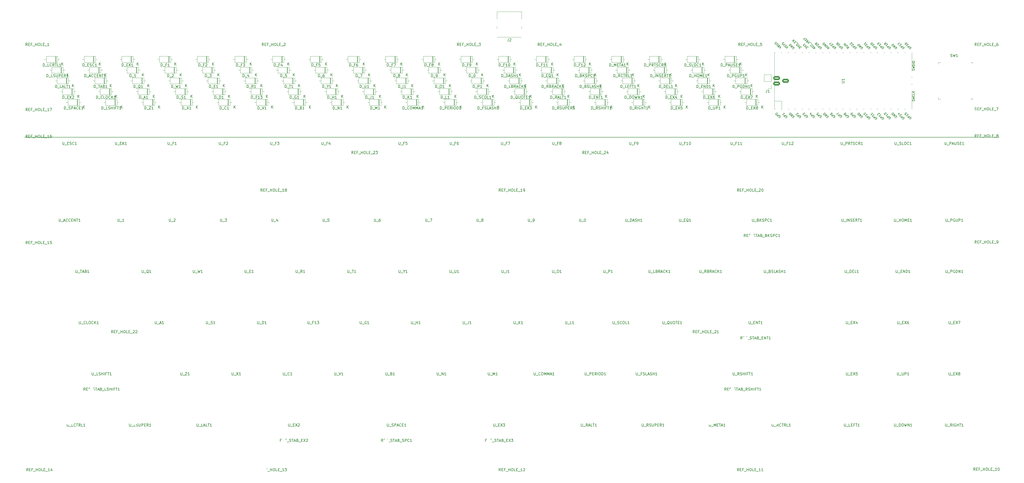
<source format=gto>
G04 #@! TF.GenerationSoftware,KiCad,Pcbnew,(6.0.0)*
G04 #@! TF.CreationDate,2022-04-02T17:53:52-07:00*
G04 #@! TF.ProjectId,keyboard_exposed_diodes_standard_tkl,6b657962-6f61-4726-945f-6578706f7365,rev?*
G04 #@! TF.SameCoordinates,Original*
G04 #@! TF.FileFunction,Legend,Top*
G04 #@! TF.FilePolarity,Positive*
%FSLAX46Y46*%
G04 Gerber Fmt 4.6, Leading zero omitted, Abs format (unit mm)*
G04 Created by KiCad (PCBNEW (6.0.0)) date 2022-04-02 17:53:52*
%MOMM*%
%LPD*%
G01*
G04 APERTURE LIST*
G04 Aperture macros list*
%AMRoundRect*
0 Rectangle with rounded corners*
0 $1 Rounding radius*
0 $2 $3 $4 $5 $6 $7 $8 $9 X,Y pos of 4 corners*
0 Add a 4 corners polygon primitive as box body*
4,1,4,$2,$3,$4,$5,$6,$7,$8,$9,$2,$3,0*
0 Add four circle primitives for the rounded corners*
1,1,$1+$1,$2,$3*
1,1,$1+$1,$4,$5*
1,1,$1+$1,$6,$7*
1,1,$1+$1,$8,$9*
0 Add four rect primitives between the rounded corners*
20,1,$1+$1,$2,$3,$4,$5,0*
20,1,$1+$1,$4,$5,$6,$7,0*
20,1,$1+$1,$6,$7,$8,$9,0*
20,1,$1+$1,$8,$9,$2,$3,0*%
G04 Aperture macros list end*
%ADD10C,0.150000*%
%ADD11C,0.120000*%
%ADD12C,0.100000*%
%ADD13C,2.200000*%
%ADD14C,1.700000*%
%ADD15C,4.000000*%
%ADD16R,1.600000X1.600000*%
%ADD17O,1.600000X1.600000*%
%ADD18R,1.700000X1.700000*%
%ADD19O,1.700000X1.700000*%
%ADD20C,0.700000*%
%ADD21O,0.900000X2.400000*%
%ADD22O,0.900000X1.700000*%
%ADD23C,2.100000*%
%ADD24R,1.700000X3.500000*%
%ADD25R,3.500000X1.700000*%
%ADD26RoundRect,0.300000X0.950000X-0.450000X0.950000X0.450000X-0.950000X0.450000X-0.950000X-0.450000X0*%
%ADD27R,2.800000X3.600000*%
%ADD28C,2.000000*%
%ADD29C,3.987800*%
%ADD30C,3.048000*%
%ADD31C,4.300000*%
G04 APERTURE END LIST*
D10*
X472000000Y-210000000D02*
X110000000Y-210000000D01*
X378988750Y-278427380D02*
X378988750Y-279236904D01*
X379036369Y-279332142D01*
X379083988Y-279379761D01*
X379179226Y-279427380D01*
X379369702Y-279427380D01*
X379464940Y-279379761D01*
X379512559Y-279332142D01*
X379560178Y-279236904D01*
X379560178Y-278427380D01*
X379798273Y-279522619D02*
X380560178Y-279522619D01*
X380798273Y-278903571D02*
X381131607Y-278903571D01*
X381274464Y-279427380D02*
X380798273Y-279427380D01*
X380798273Y-278427380D01*
X381274464Y-278427380D01*
X381703035Y-279427380D02*
X381703035Y-278427380D01*
X382274464Y-279427380D01*
X382274464Y-278427380D01*
X382607797Y-278427380D02*
X383179226Y-278427380D01*
X382893511Y-279427380D02*
X382893511Y-278427380D01*
X384036369Y-279427380D02*
X383464940Y-279427380D01*
X383750654Y-279427380D02*
X383750654Y-278427380D01*
X383655416Y-278570238D01*
X383560178Y-278665476D01*
X383464940Y-278713095D01*
X373035773Y-297477380D02*
X373035773Y-298286904D01*
X373083392Y-298382142D01*
X373131011Y-298429761D01*
X373226250Y-298477380D01*
X373416726Y-298477380D01*
X373511964Y-298429761D01*
X373559583Y-298382142D01*
X373607202Y-298286904D01*
X373607202Y-297477380D01*
X373845297Y-298572619D02*
X374607202Y-298572619D01*
X375416726Y-298477380D02*
X375083392Y-298001190D01*
X374845297Y-298477380D02*
X374845297Y-297477380D01*
X375226250Y-297477380D01*
X375321488Y-297525000D01*
X375369107Y-297572619D01*
X375416726Y-297667857D01*
X375416726Y-297810714D01*
X375369107Y-297905952D01*
X375321488Y-297953571D01*
X375226250Y-298001190D01*
X374845297Y-298001190D01*
X375797678Y-298429761D02*
X375940535Y-298477380D01*
X376178630Y-298477380D01*
X376273869Y-298429761D01*
X376321488Y-298382142D01*
X376369107Y-298286904D01*
X376369107Y-298191666D01*
X376321488Y-298096428D01*
X376273869Y-298048809D01*
X376178630Y-298001190D01*
X375988154Y-297953571D01*
X375892916Y-297905952D01*
X375845297Y-297858333D01*
X375797678Y-297763095D01*
X375797678Y-297667857D01*
X375845297Y-297572619D01*
X375892916Y-297525000D01*
X375988154Y-297477380D01*
X376226250Y-297477380D01*
X376369107Y-297525000D01*
X376797678Y-298477380D02*
X376797678Y-297477380D01*
X376797678Y-297953571D02*
X377369107Y-297953571D01*
X377369107Y-298477380D02*
X377369107Y-297477380D01*
X377845297Y-298477380D02*
X377845297Y-297477380D01*
X378654821Y-297953571D02*
X378321488Y-297953571D01*
X378321488Y-298477380D02*
X378321488Y-297477380D01*
X378797678Y-297477380D01*
X379035773Y-297477380D02*
X379607202Y-297477380D01*
X379321488Y-298477380D02*
X379321488Y-297477380D01*
X380464345Y-298477380D02*
X379892916Y-298477380D01*
X380178630Y-298477380D02*
X380178630Y-297477380D01*
X380083392Y-297620238D01*
X379988154Y-297715476D01*
X379892916Y-297763095D01*
X144602142Y-240327380D02*
X144602142Y-241136904D01*
X144649761Y-241232142D01*
X144697380Y-241279761D01*
X144792619Y-241327380D01*
X144983095Y-241327380D01*
X145078333Y-241279761D01*
X145125952Y-241232142D01*
X145173571Y-241136904D01*
X145173571Y-240327380D01*
X145411666Y-241422619D02*
X146173571Y-241422619D01*
X146935476Y-241327380D02*
X146364047Y-241327380D01*
X146649761Y-241327380D02*
X146649761Y-240327380D01*
X146554523Y-240470238D01*
X146459285Y-240565476D01*
X146364047Y-240613095D01*
X163652142Y-240327380D02*
X163652142Y-241136904D01*
X163699761Y-241232142D01*
X163747380Y-241279761D01*
X163842619Y-241327380D01*
X164033095Y-241327380D01*
X164128333Y-241279761D01*
X164175952Y-241232142D01*
X164223571Y-241136904D01*
X164223571Y-240327380D01*
X164461666Y-241422619D02*
X165223571Y-241422619D01*
X165414047Y-240422619D02*
X165461666Y-240375000D01*
X165556904Y-240327380D01*
X165795000Y-240327380D01*
X165890238Y-240375000D01*
X165937857Y-240422619D01*
X165985476Y-240517857D01*
X165985476Y-240613095D01*
X165937857Y-240755952D01*
X165366428Y-241327380D01*
X165985476Y-241327380D01*
X182702142Y-240327380D02*
X182702142Y-241136904D01*
X182749761Y-241232142D01*
X182797380Y-241279761D01*
X182892619Y-241327380D01*
X183083095Y-241327380D01*
X183178333Y-241279761D01*
X183225952Y-241232142D01*
X183273571Y-241136904D01*
X183273571Y-240327380D01*
X183511666Y-241422619D02*
X184273571Y-241422619D01*
X184416428Y-240327380D02*
X185035476Y-240327380D01*
X184702142Y-240708333D01*
X184845000Y-240708333D01*
X184940238Y-240755952D01*
X184987857Y-240803571D01*
X185035476Y-240898809D01*
X185035476Y-241136904D01*
X184987857Y-241232142D01*
X184940238Y-241279761D01*
X184845000Y-241327380D01*
X184559285Y-241327380D01*
X184464047Y-241279761D01*
X184416428Y-241232142D01*
X201752142Y-240327380D02*
X201752142Y-241136904D01*
X201799761Y-241232142D01*
X201847380Y-241279761D01*
X201942619Y-241327380D01*
X202133095Y-241327380D01*
X202228333Y-241279761D01*
X202275952Y-241232142D01*
X202323571Y-241136904D01*
X202323571Y-240327380D01*
X202561666Y-241422619D02*
X203323571Y-241422619D01*
X203990238Y-240660714D02*
X203990238Y-241327380D01*
X203752142Y-240279761D02*
X203514047Y-240994047D01*
X204133095Y-240994047D01*
X220802142Y-240327380D02*
X220802142Y-241136904D01*
X220849761Y-241232142D01*
X220897380Y-241279761D01*
X220992619Y-241327380D01*
X221183095Y-241327380D01*
X221278333Y-241279761D01*
X221325952Y-241232142D01*
X221373571Y-241136904D01*
X221373571Y-240327380D01*
X221611666Y-241422619D02*
X222373571Y-241422619D01*
X223087857Y-240327380D02*
X222611666Y-240327380D01*
X222564047Y-240803571D01*
X222611666Y-240755952D01*
X222706904Y-240708333D01*
X222945000Y-240708333D01*
X223040238Y-240755952D01*
X223087857Y-240803571D01*
X223135476Y-240898809D01*
X223135476Y-241136904D01*
X223087857Y-241232142D01*
X223040238Y-241279761D01*
X222945000Y-241327380D01*
X222706904Y-241327380D01*
X222611666Y-241279761D01*
X222564047Y-241232142D01*
X239852142Y-240327380D02*
X239852142Y-241136904D01*
X239899761Y-241232142D01*
X239947380Y-241279761D01*
X240042619Y-241327380D01*
X240233095Y-241327380D01*
X240328333Y-241279761D01*
X240375952Y-241232142D01*
X240423571Y-241136904D01*
X240423571Y-240327380D01*
X240661666Y-241422619D02*
X241423571Y-241422619D01*
X242090238Y-240327380D02*
X241899761Y-240327380D01*
X241804523Y-240375000D01*
X241756904Y-240422619D01*
X241661666Y-240565476D01*
X241614047Y-240755952D01*
X241614047Y-241136904D01*
X241661666Y-241232142D01*
X241709285Y-241279761D01*
X241804523Y-241327380D01*
X241995000Y-241327380D01*
X242090238Y-241279761D01*
X242137857Y-241232142D01*
X242185476Y-241136904D01*
X242185476Y-240898809D01*
X242137857Y-240803571D01*
X242090238Y-240755952D01*
X241995000Y-240708333D01*
X241804523Y-240708333D01*
X241709285Y-240755952D01*
X241661666Y-240803571D01*
X241614047Y-240898809D01*
X258902142Y-240327380D02*
X258902142Y-241136904D01*
X258949761Y-241232142D01*
X258997380Y-241279761D01*
X259092619Y-241327380D01*
X259283095Y-241327380D01*
X259378333Y-241279761D01*
X259425952Y-241232142D01*
X259473571Y-241136904D01*
X259473571Y-240327380D01*
X259711666Y-241422619D02*
X260473571Y-241422619D01*
X260616428Y-240327380D02*
X261283095Y-240327380D01*
X260854523Y-241327380D01*
X277952142Y-240327380D02*
X277952142Y-241136904D01*
X277999761Y-241232142D01*
X278047380Y-241279761D01*
X278142619Y-241327380D01*
X278333095Y-241327380D01*
X278428333Y-241279761D01*
X278475952Y-241232142D01*
X278523571Y-241136904D01*
X278523571Y-240327380D01*
X278761666Y-241422619D02*
X279523571Y-241422619D01*
X279904523Y-240755952D02*
X279809285Y-240708333D01*
X279761666Y-240660714D01*
X279714047Y-240565476D01*
X279714047Y-240517857D01*
X279761666Y-240422619D01*
X279809285Y-240375000D01*
X279904523Y-240327380D01*
X280095000Y-240327380D01*
X280190238Y-240375000D01*
X280237857Y-240422619D01*
X280285476Y-240517857D01*
X280285476Y-240565476D01*
X280237857Y-240660714D01*
X280190238Y-240708333D01*
X280095000Y-240755952D01*
X279904523Y-240755952D01*
X279809285Y-240803571D01*
X279761666Y-240851190D01*
X279714047Y-240946428D01*
X279714047Y-241136904D01*
X279761666Y-241232142D01*
X279809285Y-241279761D01*
X279904523Y-241327380D01*
X280095000Y-241327380D01*
X280190238Y-241279761D01*
X280237857Y-241232142D01*
X280285476Y-241136904D01*
X280285476Y-240946428D01*
X280237857Y-240851190D01*
X280190238Y-240803571D01*
X280095000Y-240755952D01*
X297002142Y-240327380D02*
X297002142Y-241136904D01*
X297049761Y-241232142D01*
X297097380Y-241279761D01*
X297192619Y-241327380D01*
X297383095Y-241327380D01*
X297478333Y-241279761D01*
X297525952Y-241232142D01*
X297573571Y-241136904D01*
X297573571Y-240327380D01*
X297811666Y-241422619D02*
X298573571Y-241422619D01*
X298859285Y-241327380D02*
X299049761Y-241327380D01*
X299145000Y-241279761D01*
X299192619Y-241232142D01*
X299287857Y-241089285D01*
X299335476Y-240898809D01*
X299335476Y-240517857D01*
X299287857Y-240422619D01*
X299240238Y-240375000D01*
X299145000Y-240327380D01*
X298954523Y-240327380D01*
X298859285Y-240375000D01*
X298811666Y-240422619D01*
X298764047Y-240517857D01*
X298764047Y-240755952D01*
X298811666Y-240851190D01*
X298859285Y-240898809D01*
X298954523Y-240946428D01*
X299145000Y-240946428D01*
X299240238Y-240898809D01*
X299287857Y-240851190D01*
X299335476Y-240755952D01*
X158461071Y-278427380D02*
X158461071Y-279236904D01*
X158508690Y-279332142D01*
X158556309Y-279379761D01*
X158651547Y-279427380D01*
X158842023Y-279427380D01*
X158937261Y-279379761D01*
X158984880Y-279332142D01*
X159032500Y-279236904D01*
X159032500Y-278427380D01*
X159270595Y-279522619D02*
X160032500Y-279522619D01*
X160222976Y-279141666D02*
X160699166Y-279141666D01*
X160127738Y-279427380D02*
X160461071Y-278427380D01*
X160794404Y-279427380D01*
X161651547Y-279427380D02*
X161080119Y-279427380D01*
X161365833Y-279427380D02*
X161365833Y-278427380D01*
X161270595Y-278570238D01*
X161175357Y-278665476D01*
X161080119Y-278713095D01*
X244114642Y-297477380D02*
X244114642Y-298286904D01*
X244162261Y-298382142D01*
X244209880Y-298429761D01*
X244305119Y-298477380D01*
X244495595Y-298477380D01*
X244590833Y-298429761D01*
X244638452Y-298382142D01*
X244686071Y-298286904D01*
X244686071Y-297477380D01*
X244924166Y-298572619D02*
X245686071Y-298572619D01*
X246257500Y-297953571D02*
X246400357Y-298001190D01*
X246447976Y-298048809D01*
X246495595Y-298144047D01*
X246495595Y-298286904D01*
X246447976Y-298382142D01*
X246400357Y-298429761D01*
X246305119Y-298477380D01*
X245924166Y-298477380D01*
X245924166Y-297477380D01*
X246257500Y-297477380D01*
X246352738Y-297525000D01*
X246400357Y-297572619D01*
X246447976Y-297667857D01*
X246447976Y-297763095D01*
X246400357Y-297858333D01*
X246352738Y-297905952D01*
X246257500Y-297953571D01*
X245924166Y-297953571D01*
X247447976Y-298477380D02*
X246876547Y-298477380D01*
X247162261Y-298477380D02*
X247162261Y-297477380D01*
X247067023Y-297620238D01*
X246971785Y-297715476D01*
X246876547Y-297763095D01*
X380250952Y-240327380D02*
X380250952Y-241136904D01*
X380298571Y-241232142D01*
X380346190Y-241279761D01*
X380441428Y-241327380D01*
X380631904Y-241327380D01*
X380727142Y-241279761D01*
X380774761Y-241232142D01*
X380822380Y-241136904D01*
X380822380Y-240327380D01*
X381060476Y-241422619D02*
X381822380Y-241422619D01*
X382393809Y-240803571D02*
X382536666Y-240851190D01*
X382584285Y-240898809D01*
X382631904Y-240994047D01*
X382631904Y-241136904D01*
X382584285Y-241232142D01*
X382536666Y-241279761D01*
X382441428Y-241327380D01*
X382060476Y-241327380D01*
X382060476Y-240327380D01*
X382393809Y-240327380D01*
X382489047Y-240375000D01*
X382536666Y-240422619D01*
X382584285Y-240517857D01*
X382584285Y-240613095D01*
X382536666Y-240708333D01*
X382489047Y-240755952D01*
X382393809Y-240803571D01*
X382060476Y-240803571D01*
X383060476Y-241327380D02*
X383060476Y-240327380D01*
X383631904Y-241327380D02*
X383203333Y-240755952D01*
X383631904Y-240327380D02*
X383060476Y-240898809D01*
X384012857Y-241279761D02*
X384155714Y-241327380D01*
X384393809Y-241327380D01*
X384489047Y-241279761D01*
X384536666Y-241232142D01*
X384584285Y-241136904D01*
X384584285Y-241041666D01*
X384536666Y-240946428D01*
X384489047Y-240898809D01*
X384393809Y-240851190D01*
X384203333Y-240803571D01*
X384108095Y-240755952D01*
X384060476Y-240708333D01*
X384012857Y-240613095D01*
X384012857Y-240517857D01*
X384060476Y-240422619D01*
X384108095Y-240375000D01*
X384203333Y-240327380D01*
X384441428Y-240327380D01*
X384584285Y-240375000D01*
X385012857Y-241327380D02*
X385012857Y-240327380D01*
X385393809Y-240327380D01*
X385489047Y-240375000D01*
X385536666Y-240422619D01*
X385584285Y-240517857D01*
X385584285Y-240660714D01*
X385536666Y-240755952D01*
X385489047Y-240803571D01*
X385393809Y-240851190D01*
X385012857Y-240851190D01*
X386584285Y-241232142D02*
X386536666Y-241279761D01*
X386393809Y-241327380D01*
X386298571Y-241327380D01*
X386155714Y-241279761D01*
X386060476Y-241184523D01*
X386012857Y-241089285D01*
X385965238Y-240898809D01*
X385965238Y-240755952D01*
X386012857Y-240565476D01*
X386060476Y-240470238D01*
X386155714Y-240375000D01*
X386298571Y-240327380D01*
X386393809Y-240327380D01*
X386536666Y-240375000D01*
X386584285Y-240422619D01*
X387536666Y-241327380D02*
X386965238Y-241327380D01*
X387250952Y-241327380D02*
X387250952Y-240327380D01*
X387155714Y-240470238D01*
X387060476Y-240565476D01*
X386965238Y-240613095D01*
X384680119Y-259377380D02*
X384680119Y-260186904D01*
X384727738Y-260282142D01*
X384775357Y-260329761D01*
X384870595Y-260377380D01*
X385061071Y-260377380D01*
X385156309Y-260329761D01*
X385203928Y-260282142D01*
X385251547Y-260186904D01*
X385251547Y-259377380D01*
X385489642Y-260472619D02*
X386251547Y-260472619D01*
X386822976Y-259853571D02*
X386965833Y-259901190D01*
X387013452Y-259948809D01*
X387061071Y-260044047D01*
X387061071Y-260186904D01*
X387013452Y-260282142D01*
X386965833Y-260329761D01*
X386870595Y-260377380D01*
X386489642Y-260377380D01*
X386489642Y-259377380D01*
X386822976Y-259377380D01*
X386918214Y-259425000D01*
X386965833Y-259472619D01*
X387013452Y-259567857D01*
X387013452Y-259663095D01*
X386965833Y-259758333D01*
X386918214Y-259805952D01*
X386822976Y-259853571D01*
X386489642Y-259853571D01*
X387442023Y-260329761D02*
X387584880Y-260377380D01*
X387822976Y-260377380D01*
X387918214Y-260329761D01*
X387965833Y-260282142D01*
X388013452Y-260186904D01*
X388013452Y-260091666D01*
X387965833Y-259996428D01*
X387918214Y-259948809D01*
X387822976Y-259901190D01*
X387632500Y-259853571D01*
X387537261Y-259805952D01*
X387489642Y-259758333D01*
X387442023Y-259663095D01*
X387442023Y-259567857D01*
X387489642Y-259472619D01*
X387537261Y-259425000D01*
X387632500Y-259377380D01*
X387870595Y-259377380D01*
X388013452Y-259425000D01*
X388918214Y-260377380D02*
X388442023Y-260377380D01*
X388442023Y-259377380D01*
X389203928Y-260091666D02*
X389680119Y-260091666D01*
X389108690Y-260377380D02*
X389442023Y-259377380D01*
X389775357Y-260377380D01*
X390061071Y-260329761D02*
X390203928Y-260377380D01*
X390442023Y-260377380D01*
X390537261Y-260329761D01*
X390584880Y-260282142D01*
X390632500Y-260186904D01*
X390632500Y-260091666D01*
X390584880Y-259996428D01*
X390537261Y-259948809D01*
X390442023Y-259901190D01*
X390251547Y-259853571D01*
X390156309Y-259805952D01*
X390108690Y-259758333D01*
X390061071Y-259663095D01*
X390061071Y-259567857D01*
X390108690Y-259472619D01*
X390156309Y-259425000D01*
X390251547Y-259377380D01*
X390489642Y-259377380D01*
X390632500Y-259425000D01*
X391061071Y-260377380D02*
X391061071Y-259377380D01*
X391061071Y-259853571D02*
X391632500Y-259853571D01*
X391632500Y-260377380D02*
X391632500Y-259377380D01*
X392632500Y-260377380D02*
X392061071Y-260377380D01*
X392346785Y-260377380D02*
X392346785Y-259377380D01*
X392251547Y-259520238D01*
X392156309Y-259615476D01*
X392061071Y-259663095D01*
X206014642Y-297477380D02*
X206014642Y-298286904D01*
X206062261Y-298382142D01*
X206109880Y-298429761D01*
X206205119Y-298477380D01*
X206395595Y-298477380D01*
X206490833Y-298429761D01*
X206538452Y-298382142D01*
X206586071Y-298286904D01*
X206586071Y-297477380D01*
X206824166Y-298572619D02*
X207586071Y-298572619D01*
X208395595Y-298382142D02*
X208347976Y-298429761D01*
X208205119Y-298477380D01*
X208109880Y-298477380D01*
X207967023Y-298429761D01*
X207871785Y-298334523D01*
X207824166Y-298239285D01*
X207776547Y-298048809D01*
X207776547Y-297905952D01*
X207824166Y-297715476D01*
X207871785Y-297620238D01*
X207967023Y-297525000D01*
X208109880Y-297477380D01*
X208205119Y-297477380D01*
X208347976Y-297525000D01*
X208395595Y-297572619D01*
X209347976Y-298477380D02*
X208776547Y-298477380D01*
X209062261Y-298477380D02*
X209062261Y-297477380D01*
X208967023Y-297620238D01*
X208871785Y-297715476D01*
X208776547Y-297763095D01*
X196489642Y-278427380D02*
X196489642Y-279236904D01*
X196537261Y-279332142D01*
X196584880Y-279379761D01*
X196680119Y-279427380D01*
X196870595Y-279427380D01*
X196965833Y-279379761D01*
X197013452Y-279332142D01*
X197061071Y-279236904D01*
X197061071Y-278427380D01*
X197299166Y-279522619D02*
X198061071Y-279522619D01*
X198299166Y-279427380D02*
X198299166Y-278427380D01*
X198537261Y-278427380D01*
X198680119Y-278475000D01*
X198775357Y-278570238D01*
X198822976Y-278665476D01*
X198870595Y-278855952D01*
X198870595Y-278998809D01*
X198822976Y-279189285D01*
X198775357Y-279284523D01*
X198680119Y-279379761D01*
X198537261Y-279427380D01*
X198299166Y-279427380D01*
X199822976Y-279427380D02*
X199251547Y-279427380D01*
X199537261Y-279427380D02*
X199537261Y-278427380D01*
X199442023Y-278570238D01*
X199346785Y-278665476D01*
X199251547Y-278713095D01*
X333173571Y-240327380D02*
X333173571Y-241136904D01*
X333221190Y-241232142D01*
X333268809Y-241279761D01*
X333364047Y-241327380D01*
X333554523Y-241327380D01*
X333649761Y-241279761D01*
X333697380Y-241232142D01*
X333745000Y-241136904D01*
X333745000Y-240327380D01*
X333983095Y-241422619D02*
X334745000Y-241422619D01*
X334983095Y-241327380D02*
X334983095Y-240327380D01*
X335221190Y-240327380D01*
X335364047Y-240375000D01*
X335459285Y-240470238D01*
X335506904Y-240565476D01*
X335554523Y-240755952D01*
X335554523Y-240898809D01*
X335506904Y-241089285D01*
X335459285Y-241184523D01*
X335364047Y-241279761D01*
X335221190Y-241327380D01*
X334983095Y-241327380D01*
X335935476Y-241041666D02*
X336411666Y-241041666D01*
X335840238Y-241327380D02*
X336173571Y-240327380D01*
X336506904Y-241327380D01*
X336792619Y-241279761D02*
X336935476Y-241327380D01*
X337173571Y-241327380D01*
X337268809Y-241279761D01*
X337316428Y-241232142D01*
X337364047Y-241136904D01*
X337364047Y-241041666D01*
X337316428Y-240946428D01*
X337268809Y-240898809D01*
X337173571Y-240851190D01*
X336983095Y-240803571D01*
X336887857Y-240755952D01*
X336840238Y-240708333D01*
X336792619Y-240613095D01*
X336792619Y-240517857D01*
X336840238Y-240422619D01*
X336887857Y-240375000D01*
X336983095Y-240327380D01*
X337221190Y-240327380D01*
X337364047Y-240375000D01*
X337792619Y-241327380D02*
X337792619Y-240327380D01*
X337792619Y-240803571D02*
X338364047Y-240803571D01*
X338364047Y-241327380D02*
X338364047Y-240327380D01*
X339364047Y-241327380D02*
X338792619Y-241327380D01*
X339078333Y-241327380D02*
X339078333Y-240327380D01*
X338983095Y-240470238D01*
X338887857Y-240565476D01*
X338792619Y-240613095D01*
X414707500Y-259377380D02*
X414707500Y-260186904D01*
X414755119Y-260282142D01*
X414802738Y-260329761D01*
X414897976Y-260377380D01*
X415088452Y-260377380D01*
X415183690Y-260329761D01*
X415231309Y-260282142D01*
X415278928Y-260186904D01*
X415278928Y-259377380D01*
X415517023Y-260472619D02*
X416278928Y-260472619D01*
X416517023Y-260377380D02*
X416517023Y-259377380D01*
X416755119Y-259377380D01*
X416897976Y-259425000D01*
X416993214Y-259520238D01*
X417040833Y-259615476D01*
X417088452Y-259805952D01*
X417088452Y-259948809D01*
X417040833Y-260139285D01*
X416993214Y-260234523D01*
X416897976Y-260329761D01*
X416755119Y-260377380D01*
X416517023Y-260377380D01*
X417517023Y-259853571D02*
X417850357Y-259853571D01*
X417993214Y-260377380D02*
X417517023Y-260377380D01*
X417517023Y-259377380D01*
X417993214Y-259377380D01*
X418897976Y-260377380D02*
X418421785Y-260377380D01*
X418421785Y-259377380D01*
X419755119Y-260377380D02*
X419183690Y-260377380D01*
X419469404Y-260377380D02*
X419469404Y-259377380D01*
X419374166Y-259520238D01*
X419278928Y-259615476D01*
X419183690Y-259663095D01*
X432995595Y-316527380D02*
X432995595Y-317336904D01*
X433043214Y-317432142D01*
X433090833Y-317479761D01*
X433186071Y-317527380D01*
X433376547Y-317527380D01*
X433471785Y-317479761D01*
X433519404Y-317432142D01*
X433567023Y-317336904D01*
X433567023Y-316527380D01*
X433805119Y-317622619D02*
X434567023Y-317622619D01*
X434805119Y-317527380D02*
X434805119Y-316527380D01*
X435043214Y-316527380D01*
X435186071Y-316575000D01*
X435281309Y-316670238D01*
X435328928Y-316765476D01*
X435376547Y-316955952D01*
X435376547Y-317098809D01*
X435328928Y-317289285D01*
X435281309Y-317384523D01*
X435186071Y-317479761D01*
X435043214Y-317527380D01*
X434805119Y-317527380D01*
X435995595Y-316527380D02*
X436186071Y-316527380D01*
X436281309Y-316575000D01*
X436376547Y-316670238D01*
X436424166Y-316860714D01*
X436424166Y-317194047D01*
X436376547Y-317384523D01*
X436281309Y-317479761D01*
X436186071Y-317527380D01*
X435995595Y-317527380D01*
X435900357Y-317479761D01*
X435805119Y-317384523D01*
X435757500Y-317194047D01*
X435757500Y-316860714D01*
X435805119Y-316670238D01*
X435900357Y-316575000D01*
X435995595Y-316527380D01*
X436757500Y-316527380D02*
X436995595Y-317527380D01*
X437186071Y-316813095D01*
X437376547Y-317527380D01*
X437614642Y-316527380D01*
X437995595Y-317527380D02*
X437995595Y-316527380D01*
X438567023Y-317527380D01*
X438567023Y-316527380D01*
X439567023Y-317527380D02*
X438995595Y-317527380D01*
X439281309Y-317527380D02*
X439281309Y-316527380D01*
X439186071Y-316670238D01*
X439090833Y-316765476D01*
X438995595Y-316813095D01*
X191774761Y-259377380D02*
X191774761Y-260186904D01*
X191822380Y-260282142D01*
X191870000Y-260329761D01*
X191965238Y-260377380D01*
X192155714Y-260377380D01*
X192250952Y-260329761D01*
X192298571Y-260282142D01*
X192346190Y-260186904D01*
X192346190Y-259377380D01*
X192584285Y-260472619D02*
X193346190Y-260472619D01*
X193584285Y-259853571D02*
X193917619Y-259853571D01*
X194060476Y-260377380D02*
X193584285Y-260377380D01*
X193584285Y-259377380D01*
X194060476Y-259377380D01*
X195012857Y-260377380D02*
X194441428Y-260377380D01*
X194727142Y-260377380D02*
X194727142Y-259377380D01*
X194631904Y-259520238D01*
X194536666Y-259615476D01*
X194441428Y-259663095D01*
X433638452Y-259377380D02*
X433638452Y-260186904D01*
X433686071Y-260282142D01*
X433733690Y-260329761D01*
X433828928Y-260377380D01*
X434019404Y-260377380D01*
X434114642Y-260329761D01*
X434162261Y-260282142D01*
X434209880Y-260186904D01*
X434209880Y-259377380D01*
X434447976Y-260472619D02*
X435209880Y-260472619D01*
X435447976Y-259853571D02*
X435781309Y-259853571D01*
X435924166Y-260377380D02*
X435447976Y-260377380D01*
X435447976Y-259377380D01*
X435924166Y-259377380D01*
X436352738Y-260377380D02*
X436352738Y-259377380D01*
X436924166Y-260377380D01*
X436924166Y-259377380D01*
X437400357Y-260377380D02*
X437400357Y-259377380D01*
X437638452Y-259377380D01*
X437781309Y-259425000D01*
X437876547Y-259520238D01*
X437924166Y-259615476D01*
X437971785Y-259805952D01*
X437971785Y-259948809D01*
X437924166Y-260139285D01*
X437876547Y-260234523D01*
X437781309Y-260329761D01*
X437638452Y-260377380D01*
X437400357Y-260377380D01*
X438924166Y-260377380D02*
X438352738Y-260377380D01*
X438638452Y-260377380D02*
X438638452Y-259377380D01*
X438543214Y-259520238D01*
X438447976Y-259615476D01*
X438352738Y-259663095D01*
X353175952Y-240327380D02*
X353175952Y-241136904D01*
X353223571Y-241232142D01*
X353271190Y-241279761D01*
X353366428Y-241327380D01*
X353556904Y-241327380D01*
X353652142Y-241279761D01*
X353699761Y-241232142D01*
X353747380Y-241136904D01*
X353747380Y-240327380D01*
X353985476Y-241422619D02*
X354747380Y-241422619D01*
X354985476Y-240803571D02*
X355318809Y-240803571D01*
X355461666Y-241327380D02*
X354985476Y-241327380D01*
X354985476Y-240327380D01*
X355461666Y-240327380D01*
X356556904Y-241422619D02*
X356461666Y-241375000D01*
X356366428Y-241279761D01*
X356223571Y-241136904D01*
X356128333Y-241089285D01*
X356033095Y-241089285D01*
X356080714Y-241327380D02*
X355985476Y-241279761D01*
X355890238Y-241184523D01*
X355842619Y-240994047D01*
X355842619Y-240660714D01*
X355890238Y-240470238D01*
X355985476Y-240375000D01*
X356080714Y-240327380D01*
X356271190Y-240327380D01*
X356366428Y-240375000D01*
X356461666Y-240470238D01*
X356509285Y-240660714D01*
X356509285Y-240994047D01*
X356461666Y-241184523D01*
X356366428Y-241279761D01*
X356271190Y-241327380D01*
X356080714Y-241327380D01*
X357461666Y-241327380D02*
X356890238Y-241327380D01*
X357175952Y-241327380D02*
X357175952Y-240327380D01*
X357080714Y-240470238D01*
X356985476Y-240565476D01*
X356890238Y-240613095D01*
X143673571Y-211752380D02*
X143673571Y-212561904D01*
X143721190Y-212657142D01*
X143768809Y-212704761D01*
X143864047Y-212752380D01*
X144054523Y-212752380D01*
X144149761Y-212704761D01*
X144197380Y-212657142D01*
X144245000Y-212561904D01*
X144245000Y-211752380D01*
X144483095Y-212847619D02*
X145245000Y-212847619D01*
X145483095Y-212228571D02*
X145816428Y-212228571D01*
X145959285Y-212752380D02*
X145483095Y-212752380D01*
X145483095Y-211752380D01*
X145959285Y-211752380D01*
X146292619Y-211752380D02*
X146959285Y-212752380D01*
X146959285Y-211752380D02*
X146292619Y-212752380D01*
X147864047Y-212752380D02*
X147292619Y-212752380D01*
X147578333Y-212752380D02*
X147578333Y-211752380D01*
X147483095Y-211895238D01*
X147387857Y-211990476D01*
X147292619Y-212038095D01*
X207967321Y-316527380D02*
X207967321Y-317336904D01*
X208014940Y-317432142D01*
X208062559Y-317479761D01*
X208157797Y-317527380D01*
X208348273Y-317527380D01*
X208443511Y-317479761D01*
X208491130Y-317432142D01*
X208538750Y-317336904D01*
X208538750Y-316527380D01*
X208776845Y-317622619D02*
X209538750Y-317622619D01*
X209776845Y-317003571D02*
X210110178Y-317003571D01*
X210253035Y-317527380D02*
X209776845Y-317527380D01*
X209776845Y-316527380D01*
X210253035Y-316527380D01*
X210586369Y-316527380D02*
X211253035Y-317527380D01*
X211253035Y-316527380D02*
X210586369Y-317527380D01*
X211586369Y-316622619D02*
X211633988Y-316575000D01*
X211729226Y-316527380D01*
X211967321Y-316527380D01*
X212062559Y-316575000D01*
X212110178Y-316622619D01*
X212157797Y-316717857D01*
X212157797Y-316813095D01*
X212110178Y-316955952D01*
X211538750Y-317527380D01*
X212157797Y-317527380D01*
X284167321Y-316527380D02*
X284167321Y-317336904D01*
X284214940Y-317432142D01*
X284262559Y-317479761D01*
X284357797Y-317527380D01*
X284548273Y-317527380D01*
X284643511Y-317479761D01*
X284691130Y-317432142D01*
X284738750Y-317336904D01*
X284738750Y-316527380D01*
X284976845Y-317622619D02*
X285738750Y-317622619D01*
X285976845Y-317003571D02*
X286310178Y-317003571D01*
X286453035Y-317527380D02*
X285976845Y-317527380D01*
X285976845Y-316527380D01*
X286453035Y-316527380D01*
X286786369Y-316527380D02*
X287453035Y-317527380D01*
X287453035Y-316527380D02*
X286786369Y-317527380D01*
X287738750Y-316527380D02*
X288357797Y-316527380D01*
X288024464Y-316908333D01*
X288167321Y-316908333D01*
X288262559Y-316955952D01*
X288310178Y-317003571D01*
X288357797Y-317098809D01*
X288357797Y-317336904D01*
X288310178Y-317432142D01*
X288262559Y-317479761D01*
X288167321Y-317527380D01*
X287881607Y-317527380D01*
X287786369Y-317479761D01*
X287738750Y-317432142D01*
X415136071Y-278427380D02*
X415136071Y-279236904D01*
X415183690Y-279332142D01*
X415231309Y-279379761D01*
X415326547Y-279427380D01*
X415517023Y-279427380D01*
X415612261Y-279379761D01*
X415659880Y-279332142D01*
X415707500Y-279236904D01*
X415707500Y-278427380D01*
X415945595Y-279522619D02*
X416707500Y-279522619D01*
X416945595Y-278903571D02*
X417278928Y-278903571D01*
X417421785Y-279427380D02*
X416945595Y-279427380D01*
X416945595Y-278427380D01*
X417421785Y-278427380D01*
X417755119Y-278427380D02*
X418421785Y-279427380D01*
X418421785Y-278427380D02*
X417755119Y-279427380D01*
X419231309Y-278760714D02*
X419231309Y-279427380D01*
X418993214Y-278379761D02*
X418755119Y-279094047D01*
X419374166Y-279094047D01*
X415136071Y-297477380D02*
X415136071Y-298286904D01*
X415183690Y-298382142D01*
X415231309Y-298429761D01*
X415326547Y-298477380D01*
X415517023Y-298477380D01*
X415612261Y-298429761D01*
X415659880Y-298382142D01*
X415707500Y-298286904D01*
X415707500Y-297477380D01*
X415945595Y-298572619D02*
X416707500Y-298572619D01*
X416945595Y-297953571D02*
X417278928Y-297953571D01*
X417421785Y-298477380D02*
X416945595Y-298477380D01*
X416945595Y-297477380D01*
X417421785Y-297477380D01*
X417755119Y-297477380D02*
X418421785Y-298477380D01*
X418421785Y-297477380D02*
X417755119Y-298477380D01*
X419278928Y-297477380D02*
X418802738Y-297477380D01*
X418755119Y-297953571D01*
X418802738Y-297905952D01*
X418897976Y-297858333D01*
X419136071Y-297858333D01*
X419231309Y-297905952D01*
X419278928Y-297953571D01*
X419326547Y-298048809D01*
X419326547Y-298286904D01*
X419278928Y-298382142D01*
X419231309Y-298429761D01*
X419136071Y-298477380D01*
X418897976Y-298477380D01*
X418802738Y-298429761D01*
X418755119Y-298382142D01*
X434186071Y-278427380D02*
X434186071Y-279236904D01*
X434233690Y-279332142D01*
X434281309Y-279379761D01*
X434376547Y-279427380D01*
X434567023Y-279427380D01*
X434662261Y-279379761D01*
X434709880Y-279332142D01*
X434757500Y-279236904D01*
X434757500Y-278427380D01*
X434995595Y-279522619D02*
X435757500Y-279522619D01*
X435995595Y-278903571D02*
X436328928Y-278903571D01*
X436471785Y-279427380D02*
X435995595Y-279427380D01*
X435995595Y-278427380D01*
X436471785Y-278427380D01*
X436805119Y-278427380D02*
X437471785Y-279427380D01*
X437471785Y-278427380D02*
X436805119Y-279427380D01*
X438281309Y-278427380D02*
X438090833Y-278427380D01*
X437995595Y-278475000D01*
X437947976Y-278522619D01*
X437852738Y-278665476D01*
X437805119Y-278855952D01*
X437805119Y-279236904D01*
X437852738Y-279332142D01*
X437900357Y-279379761D01*
X437995595Y-279427380D01*
X438186071Y-279427380D01*
X438281309Y-279379761D01*
X438328928Y-279332142D01*
X438376547Y-279236904D01*
X438376547Y-278998809D01*
X438328928Y-278903571D01*
X438281309Y-278855952D01*
X438186071Y-278808333D01*
X437995595Y-278808333D01*
X437900357Y-278855952D01*
X437852738Y-278903571D01*
X437805119Y-278998809D01*
X453236071Y-278427380D02*
X453236071Y-279236904D01*
X453283690Y-279332142D01*
X453331309Y-279379761D01*
X453426547Y-279427380D01*
X453617023Y-279427380D01*
X453712261Y-279379761D01*
X453759880Y-279332142D01*
X453807500Y-279236904D01*
X453807500Y-278427380D01*
X454045595Y-279522619D02*
X454807500Y-279522619D01*
X455045595Y-278903571D02*
X455378928Y-278903571D01*
X455521785Y-279427380D02*
X455045595Y-279427380D01*
X455045595Y-278427380D01*
X455521785Y-278427380D01*
X455855119Y-278427380D02*
X456521785Y-279427380D01*
X456521785Y-278427380D02*
X455855119Y-279427380D01*
X456807500Y-278427380D02*
X457474166Y-278427380D01*
X457045595Y-279427380D01*
X453236071Y-297477380D02*
X453236071Y-298286904D01*
X453283690Y-298382142D01*
X453331309Y-298429761D01*
X453426547Y-298477380D01*
X453617023Y-298477380D01*
X453712261Y-298429761D01*
X453759880Y-298382142D01*
X453807500Y-298286904D01*
X453807500Y-297477380D01*
X454045595Y-298572619D02*
X454807500Y-298572619D01*
X455045595Y-297953571D02*
X455378928Y-297953571D01*
X455521785Y-298477380D02*
X455045595Y-298477380D01*
X455045595Y-297477380D01*
X455521785Y-297477380D01*
X455855119Y-297477380D02*
X456521785Y-298477380D01*
X456521785Y-297477380D02*
X455855119Y-298477380D01*
X457045595Y-297905952D02*
X456950357Y-297858333D01*
X456902738Y-297810714D01*
X456855119Y-297715476D01*
X456855119Y-297667857D01*
X456902738Y-297572619D01*
X456950357Y-297525000D01*
X457045595Y-297477380D01*
X457236071Y-297477380D01*
X457331309Y-297525000D01*
X457378928Y-297572619D01*
X457426547Y-297667857D01*
X457426547Y-297715476D01*
X457378928Y-297810714D01*
X457331309Y-297858333D01*
X457236071Y-297905952D01*
X457045595Y-297905952D01*
X456950357Y-297953571D01*
X456902738Y-298001190D01*
X456855119Y-298096428D01*
X456855119Y-298286904D01*
X456902738Y-298382142D01*
X456950357Y-298429761D01*
X457045595Y-298477380D01*
X457236071Y-298477380D01*
X457331309Y-298429761D01*
X457378928Y-298382142D01*
X457426547Y-298286904D01*
X457426547Y-298096428D01*
X457378928Y-298001190D01*
X457331309Y-297953571D01*
X457236071Y-297905952D01*
X163223571Y-211752380D02*
X163223571Y-212561904D01*
X163271190Y-212657142D01*
X163318809Y-212704761D01*
X163414047Y-212752380D01*
X163604523Y-212752380D01*
X163699761Y-212704761D01*
X163747380Y-212657142D01*
X163795000Y-212561904D01*
X163795000Y-211752380D01*
X164033095Y-212847619D02*
X164795000Y-212847619D01*
X165366428Y-212228571D02*
X165033095Y-212228571D01*
X165033095Y-212752380D02*
X165033095Y-211752380D01*
X165509285Y-211752380D01*
X166414047Y-212752380D02*
X165842619Y-212752380D01*
X166128333Y-212752380D02*
X166128333Y-211752380D01*
X166033095Y-211895238D01*
X165937857Y-211990476D01*
X165842619Y-212038095D01*
X182273571Y-211752380D02*
X182273571Y-212561904D01*
X182321190Y-212657142D01*
X182368809Y-212704761D01*
X182464047Y-212752380D01*
X182654523Y-212752380D01*
X182749761Y-212704761D01*
X182797380Y-212657142D01*
X182845000Y-212561904D01*
X182845000Y-211752380D01*
X183083095Y-212847619D02*
X183845000Y-212847619D01*
X184416428Y-212228571D02*
X184083095Y-212228571D01*
X184083095Y-212752380D02*
X184083095Y-211752380D01*
X184559285Y-211752380D01*
X184892619Y-211847619D02*
X184940238Y-211800000D01*
X185035476Y-211752380D01*
X185273571Y-211752380D01*
X185368809Y-211800000D01*
X185416428Y-211847619D01*
X185464047Y-211942857D01*
X185464047Y-212038095D01*
X185416428Y-212180952D01*
X184845000Y-212752380D01*
X185464047Y-212752380D01*
X201323571Y-211752380D02*
X201323571Y-212561904D01*
X201371190Y-212657142D01*
X201418809Y-212704761D01*
X201514047Y-212752380D01*
X201704523Y-212752380D01*
X201799761Y-212704761D01*
X201847380Y-212657142D01*
X201895000Y-212561904D01*
X201895000Y-211752380D01*
X202133095Y-212847619D02*
X202895000Y-212847619D01*
X203466428Y-212228571D02*
X203133095Y-212228571D01*
X203133095Y-212752380D02*
X203133095Y-211752380D01*
X203609285Y-211752380D01*
X203895000Y-211752380D02*
X204514047Y-211752380D01*
X204180714Y-212133333D01*
X204323571Y-212133333D01*
X204418809Y-212180952D01*
X204466428Y-212228571D01*
X204514047Y-212323809D01*
X204514047Y-212561904D01*
X204466428Y-212657142D01*
X204418809Y-212704761D01*
X204323571Y-212752380D01*
X204037857Y-212752380D01*
X203942619Y-212704761D01*
X203895000Y-212657142D01*
X248948571Y-211752380D02*
X248948571Y-212561904D01*
X248996190Y-212657142D01*
X249043809Y-212704761D01*
X249139047Y-212752380D01*
X249329523Y-212752380D01*
X249424761Y-212704761D01*
X249472380Y-212657142D01*
X249520000Y-212561904D01*
X249520000Y-211752380D01*
X249758095Y-212847619D02*
X250520000Y-212847619D01*
X251091428Y-212228571D02*
X250758095Y-212228571D01*
X250758095Y-212752380D02*
X250758095Y-211752380D01*
X251234285Y-211752380D01*
X252091428Y-211752380D02*
X251615238Y-211752380D01*
X251567619Y-212228571D01*
X251615238Y-212180952D01*
X251710476Y-212133333D01*
X251948571Y-212133333D01*
X252043809Y-212180952D01*
X252091428Y-212228571D01*
X252139047Y-212323809D01*
X252139047Y-212561904D01*
X252091428Y-212657142D01*
X252043809Y-212704761D01*
X251948571Y-212752380D01*
X251710476Y-212752380D01*
X251615238Y-212704761D01*
X251567619Y-212657142D01*
X287048571Y-211752380D02*
X287048571Y-212561904D01*
X287096190Y-212657142D01*
X287143809Y-212704761D01*
X287239047Y-212752380D01*
X287429523Y-212752380D01*
X287524761Y-212704761D01*
X287572380Y-212657142D01*
X287620000Y-212561904D01*
X287620000Y-211752380D01*
X287858095Y-212847619D02*
X288620000Y-212847619D01*
X289191428Y-212228571D02*
X288858095Y-212228571D01*
X288858095Y-212752380D02*
X288858095Y-211752380D01*
X289334285Y-211752380D01*
X289620000Y-211752380D02*
X290286666Y-211752380D01*
X289858095Y-212752380D01*
X306098571Y-211752380D02*
X306098571Y-212561904D01*
X306146190Y-212657142D01*
X306193809Y-212704761D01*
X306289047Y-212752380D01*
X306479523Y-212752380D01*
X306574761Y-212704761D01*
X306622380Y-212657142D01*
X306670000Y-212561904D01*
X306670000Y-211752380D01*
X306908095Y-212847619D02*
X307670000Y-212847619D01*
X308241428Y-212228571D02*
X307908095Y-212228571D01*
X307908095Y-212752380D02*
X307908095Y-211752380D01*
X308384285Y-211752380D01*
X308908095Y-212180952D02*
X308812857Y-212133333D01*
X308765238Y-212085714D01*
X308717619Y-211990476D01*
X308717619Y-211942857D01*
X308765238Y-211847619D01*
X308812857Y-211800000D01*
X308908095Y-211752380D01*
X309098571Y-211752380D01*
X309193809Y-211800000D01*
X309241428Y-211847619D01*
X309289047Y-211942857D01*
X309289047Y-211990476D01*
X309241428Y-212085714D01*
X309193809Y-212133333D01*
X309098571Y-212180952D01*
X308908095Y-212180952D01*
X308812857Y-212228571D01*
X308765238Y-212276190D01*
X308717619Y-212371428D01*
X308717619Y-212561904D01*
X308765238Y-212657142D01*
X308812857Y-212704761D01*
X308908095Y-212752380D01*
X309098571Y-212752380D01*
X309193809Y-212704761D01*
X309241428Y-212657142D01*
X309289047Y-212561904D01*
X309289047Y-212371428D01*
X309241428Y-212276190D01*
X309193809Y-212228571D01*
X309098571Y-212180952D01*
X372297380Y-211752380D02*
X372297380Y-212561904D01*
X372345000Y-212657142D01*
X372392619Y-212704761D01*
X372487857Y-212752380D01*
X372678333Y-212752380D01*
X372773571Y-212704761D01*
X372821190Y-212657142D01*
X372868809Y-212561904D01*
X372868809Y-211752380D01*
X373106904Y-212847619D02*
X373868809Y-212847619D01*
X374440238Y-212228571D02*
X374106904Y-212228571D01*
X374106904Y-212752380D02*
X374106904Y-211752380D01*
X374583095Y-211752380D01*
X375487857Y-212752380D02*
X374916428Y-212752380D01*
X375202142Y-212752380D02*
X375202142Y-211752380D01*
X375106904Y-211895238D01*
X375011666Y-211990476D01*
X374916428Y-212038095D01*
X376440238Y-212752380D02*
X375868809Y-212752380D01*
X376154523Y-212752380D02*
X376154523Y-211752380D01*
X376059285Y-211895238D01*
X375964047Y-211990476D01*
X375868809Y-212038095D01*
X215134880Y-278427380D02*
X215134880Y-279236904D01*
X215182500Y-279332142D01*
X215230119Y-279379761D01*
X215325357Y-279427380D01*
X215515833Y-279427380D01*
X215611071Y-279379761D01*
X215658690Y-279332142D01*
X215706309Y-279236904D01*
X215706309Y-278427380D01*
X215944404Y-279522619D02*
X216706309Y-279522619D01*
X217277738Y-278903571D02*
X216944404Y-278903571D01*
X216944404Y-279427380D02*
X216944404Y-278427380D01*
X217420595Y-278427380D01*
X218325357Y-279427380D02*
X217753928Y-279427380D01*
X218039642Y-279427380D02*
X218039642Y-278427380D01*
X217944404Y-278570238D01*
X217849166Y-278665476D01*
X217753928Y-278713095D01*
X218658690Y-278427380D02*
X219277738Y-278427380D01*
X218944404Y-278808333D01*
X219087261Y-278808333D01*
X219182500Y-278855952D01*
X219230119Y-278903571D01*
X219277738Y-278998809D01*
X219277738Y-279236904D01*
X219230119Y-279332142D01*
X219182500Y-279379761D01*
X219087261Y-279427380D01*
X218801547Y-279427380D01*
X218706309Y-279379761D01*
X218658690Y-279332142D01*
X337126547Y-297477380D02*
X337126547Y-298286904D01*
X337174166Y-298382142D01*
X337221785Y-298429761D01*
X337317023Y-298477380D01*
X337507500Y-298477380D01*
X337602738Y-298429761D01*
X337650357Y-298382142D01*
X337697976Y-298286904D01*
X337697976Y-297477380D01*
X337936071Y-298572619D02*
X338697976Y-298572619D01*
X339269404Y-297953571D02*
X338936071Y-297953571D01*
X338936071Y-298477380D02*
X338936071Y-297477380D01*
X339412261Y-297477380D01*
X339745595Y-298429761D02*
X339888452Y-298477380D01*
X340126547Y-298477380D01*
X340221785Y-298429761D01*
X340269404Y-298382142D01*
X340317023Y-298286904D01*
X340317023Y-298191666D01*
X340269404Y-298096428D01*
X340221785Y-298048809D01*
X340126547Y-298001190D01*
X339936071Y-297953571D01*
X339840833Y-297905952D01*
X339793214Y-297858333D01*
X339745595Y-297763095D01*
X339745595Y-297667857D01*
X339793214Y-297572619D01*
X339840833Y-297525000D01*
X339936071Y-297477380D01*
X340174166Y-297477380D01*
X340317023Y-297525000D01*
X341221785Y-298477380D02*
X340745595Y-298477380D01*
X340745595Y-297477380D01*
X341507500Y-298191666D02*
X341983690Y-298191666D01*
X341412261Y-298477380D02*
X341745595Y-297477380D01*
X342078928Y-298477380D01*
X342364642Y-298429761D02*
X342507500Y-298477380D01*
X342745595Y-298477380D01*
X342840833Y-298429761D01*
X342888452Y-298382142D01*
X342936071Y-298286904D01*
X342936071Y-298191666D01*
X342888452Y-298096428D01*
X342840833Y-298048809D01*
X342745595Y-298001190D01*
X342555119Y-297953571D01*
X342459880Y-297905952D01*
X342412261Y-297858333D01*
X342364642Y-297763095D01*
X342364642Y-297667857D01*
X342412261Y-297572619D01*
X342459880Y-297525000D01*
X342555119Y-297477380D01*
X342793214Y-297477380D01*
X342936071Y-297525000D01*
X343364642Y-298477380D02*
X343364642Y-297477380D01*
X343364642Y-297953571D02*
X343936071Y-297953571D01*
X343936071Y-298477380D02*
X343936071Y-297477380D01*
X344936071Y-298477380D02*
X344364642Y-298477380D01*
X344650357Y-298477380D02*
X344650357Y-297477380D01*
X344555119Y-297620238D01*
X344459880Y-297715476D01*
X344364642Y-297763095D01*
X234589642Y-278427380D02*
X234589642Y-279236904D01*
X234637261Y-279332142D01*
X234684880Y-279379761D01*
X234780119Y-279427380D01*
X234970595Y-279427380D01*
X235065833Y-279379761D01*
X235113452Y-279332142D01*
X235161071Y-279236904D01*
X235161071Y-278427380D01*
X235399166Y-279522619D02*
X236161071Y-279522619D01*
X236922976Y-278475000D02*
X236827738Y-278427380D01*
X236684880Y-278427380D01*
X236542023Y-278475000D01*
X236446785Y-278570238D01*
X236399166Y-278665476D01*
X236351547Y-278855952D01*
X236351547Y-278998809D01*
X236399166Y-279189285D01*
X236446785Y-279284523D01*
X236542023Y-279379761D01*
X236684880Y-279427380D01*
X236780119Y-279427380D01*
X236922976Y-279379761D01*
X236970595Y-279332142D01*
X236970595Y-278998809D01*
X236780119Y-278998809D01*
X237922976Y-279427380D02*
X237351547Y-279427380D01*
X237637261Y-279427380D02*
X237637261Y-278427380D01*
X237542023Y-278570238D01*
X237446785Y-278665476D01*
X237351547Y-278713095D01*
X253615833Y-278427380D02*
X253615833Y-279236904D01*
X253663452Y-279332142D01*
X253711071Y-279379761D01*
X253806309Y-279427380D01*
X253996785Y-279427380D01*
X254092023Y-279379761D01*
X254139642Y-279332142D01*
X254187261Y-279236904D01*
X254187261Y-278427380D01*
X254425357Y-279522619D02*
X255187261Y-279522619D01*
X255425357Y-279427380D02*
X255425357Y-278427380D01*
X255425357Y-278903571D02*
X255996785Y-278903571D01*
X255996785Y-279427380D02*
X255996785Y-278427380D01*
X256996785Y-279427380D02*
X256425357Y-279427380D01*
X256711071Y-279427380D02*
X256711071Y-278427380D01*
X256615833Y-278570238D01*
X256520595Y-278665476D01*
X256425357Y-278713095D01*
X433043214Y-240327380D02*
X433043214Y-241136904D01*
X433090833Y-241232142D01*
X433138452Y-241279761D01*
X433233690Y-241327380D01*
X433424166Y-241327380D01*
X433519404Y-241279761D01*
X433567023Y-241232142D01*
X433614642Y-241136904D01*
X433614642Y-240327380D01*
X433852738Y-241422619D02*
X434614642Y-241422619D01*
X434852738Y-241327380D02*
X434852738Y-240327380D01*
X434852738Y-240803571D02*
X435424166Y-240803571D01*
X435424166Y-241327380D02*
X435424166Y-240327380D01*
X436090833Y-240327380D02*
X436281309Y-240327380D01*
X436376547Y-240375000D01*
X436471785Y-240470238D01*
X436519404Y-240660714D01*
X436519404Y-240994047D01*
X436471785Y-241184523D01*
X436376547Y-241279761D01*
X436281309Y-241327380D01*
X436090833Y-241327380D01*
X435995595Y-241279761D01*
X435900357Y-241184523D01*
X435852738Y-240994047D01*
X435852738Y-240660714D01*
X435900357Y-240470238D01*
X435995595Y-240375000D01*
X436090833Y-240327380D01*
X436947976Y-241327380D02*
X436947976Y-240327380D01*
X437281309Y-241041666D01*
X437614642Y-240327380D01*
X437614642Y-241327380D01*
X438090833Y-240803571D02*
X438424166Y-240803571D01*
X438567023Y-241327380D02*
X438090833Y-241327380D01*
X438090833Y-240327380D01*
X438567023Y-240327380D01*
X439519404Y-241327380D02*
X438947976Y-241327380D01*
X439233690Y-241327380D02*
X439233690Y-240327380D01*
X439138452Y-240470238D01*
X439043214Y-240565476D01*
X438947976Y-240613095D01*
X287239047Y-259377380D02*
X287239047Y-260186904D01*
X287286666Y-260282142D01*
X287334285Y-260329761D01*
X287429523Y-260377380D01*
X287620000Y-260377380D01*
X287715238Y-260329761D01*
X287762857Y-260282142D01*
X287810476Y-260186904D01*
X287810476Y-259377380D01*
X288048571Y-260472619D02*
X288810476Y-260472619D01*
X289048571Y-260377380D02*
X289048571Y-259377380D01*
X290048571Y-260377380D02*
X289477142Y-260377380D01*
X289762857Y-260377380D02*
X289762857Y-259377380D01*
X289667619Y-259520238D01*
X289572380Y-259615476D01*
X289477142Y-259663095D01*
X413493214Y-240327380D02*
X413493214Y-241136904D01*
X413540833Y-241232142D01*
X413588452Y-241279761D01*
X413683690Y-241327380D01*
X413874166Y-241327380D01*
X413969404Y-241279761D01*
X414017023Y-241232142D01*
X414064642Y-241136904D01*
X414064642Y-240327380D01*
X414302738Y-241422619D02*
X415064642Y-241422619D01*
X415302738Y-241327380D02*
X415302738Y-240327380D01*
X415778928Y-241327380D02*
X415778928Y-240327380D01*
X416350357Y-241327380D01*
X416350357Y-240327380D01*
X416778928Y-241279761D02*
X416921785Y-241327380D01*
X417159880Y-241327380D01*
X417255119Y-241279761D01*
X417302738Y-241232142D01*
X417350357Y-241136904D01*
X417350357Y-241041666D01*
X417302738Y-240946428D01*
X417255119Y-240898809D01*
X417159880Y-240851190D01*
X416969404Y-240803571D01*
X416874166Y-240755952D01*
X416826547Y-240708333D01*
X416778928Y-240613095D01*
X416778928Y-240517857D01*
X416826547Y-240422619D01*
X416874166Y-240375000D01*
X416969404Y-240327380D01*
X417207500Y-240327380D01*
X417350357Y-240375000D01*
X417778928Y-240803571D02*
X418112261Y-240803571D01*
X418255119Y-241327380D02*
X417778928Y-241327380D01*
X417778928Y-240327380D01*
X418255119Y-240327380D01*
X419255119Y-241327380D02*
X418921785Y-240851190D01*
X418683690Y-241327380D02*
X418683690Y-240327380D01*
X419064642Y-240327380D01*
X419159880Y-240375000D01*
X419207500Y-240422619D01*
X419255119Y-240517857D01*
X419255119Y-240660714D01*
X419207500Y-240755952D01*
X419159880Y-240803571D01*
X419064642Y-240851190D01*
X418683690Y-240851190D01*
X419540833Y-240327380D02*
X420112261Y-240327380D01*
X419826547Y-241327380D02*
X419826547Y-240327380D01*
X420969404Y-241327380D02*
X420397976Y-241327380D01*
X420683690Y-241327380D02*
X420683690Y-240327380D01*
X420588452Y-240470238D01*
X420493214Y-240565476D01*
X420397976Y-240613095D01*
X291739642Y-278427380D02*
X291739642Y-279236904D01*
X291787261Y-279332142D01*
X291834880Y-279379761D01*
X291930119Y-279427380D01*
X292120595Y-279427380D01*
X292215833Y-279379761D01*
X292263452Y-279332142D01*
X292311071Y-279236904D01*
X292311071Y-278427380D01*
X292549166Y-279522619D02*
X293311071Y-279522619D01*
X293549166Y-279427380D02*
X293549166Y-278427380D01*
X294120595Y-279427380D02*
X293692023Y-278855952D01*
X294120595Y-278427380D02*
X293549166Y-278998809D01*
X295072976Y-279427380D02*
X294501547Y-279427380D01*
X294787261Y-279427380D02*
X294787261Y-278427380D01*
X294692023Y-278570238D01*
X294596785Y-278665476D01*
X294501547Y-278713095D01*
X310884880Y-278427380D02*
X310884880Y-279236904D01*
X310932500Y-279332142D01*
X310980119Y-279379761D01*
X311075357Y-279427380D01*
X311265833Y-279427380D01*
X311361071Y-279379761D01*
X311408690Y-279332142D01*
X311456309Y-279236904D01*
X311456309Y-278427380D01*
X311694404Y-279522619D02*
X312456309Y-279522619D01*
X313170595Y-279427380D02*
X312694404Y-279427380D01*
X312694404Y-278427380D01*
X314027738Y-279427380D02*
X313456309Y-279427380D01*
X313742023Y-279427380D02*
X313742023Y-278427380D01*
X313646785Y-278570238D01*
X313551547Y-278665476D01*
X313456309Y-278713095D01*
X173939345Y-316527380D02*
X173939345Y-317336904D01*
X173986964Y-317432142D01*
X174034583Y-317479761D01*
X174129821Y-317527380D01*
X174320297Y-317527380D01*
X174415535Y-317479761D01*
X174463154Y-317432142D01*
X174510773Y-317336904D01*
X174510773Y-316527380D01*
X174748869Y-317622619D02*
X175510773Y-317622619D01*
X176225059Y-317527380D02*
X175748869Y-317527380D01*
X175748869Y-316527380D01*
X176510773Y-317241666D02*
X176986964Y-317241666D01*
X176415535Y-317527380D02*
X176748869Y-316527380D01*
X177082202Y-317527380D01*
X177891726Y-317527380D02*
X177415535Y-317527380D01*
X177415535Y-316527380D01*
X178082202Y-316527380D02*
X178653630Y-316527380D01*
X178367916Y-317527380D02*
X178367916Y-316527380D01*
X179510773Y-317527380D02*
X178939345Y-317527380D01*
X179225059Y-317527380D02*
X179225059Y-316527380D01*
X179129821Y-316670238D01*
X179034583Y-316765476D01*
X178939345Y-316813095D01*
X414397976Y-316527380D02*
X414397976Y-317336904D01*
X414445595Y-317432142D01*
X414493214Y-317479761D01*
X414588452Y-317527380D01*
X414778928Y-317527380D01*
X414874166Y-317479761D01*
X414921785Y-317432142D01*
X414969404Y-317336904D01*
X414969404Y-316527380D01*
X415207500Y-317622619D02*
X415969404Y-317622619D01*
X416683690Y-317527380D02*
X416207500Y-317527380D01*
X416207500Y-316527380D01*
X417017023Y-317003571D02*
X417350357Y-317003571D01*
X417493214Y-317527380D02*
X417017023Y-317527380D01*
X417017023Y-316527380D01*
X417493214Y-316527380D01*
X418255119Y-317003571D02*
X417921785Y-317003571D01*
X417921785Y-317527380D02*
X417921785Y-316527380D01*
X418397976Y-316527380D01*
X418636071Y-316527380D02*
X419207500Y-316527380D01*
X418921785Y-317527380D02*
X418921785Y-316527380D01*
X420064642Y-317527380D02*
X419493214Y-317527380D01*
X419778928Y-317527380D02*
X419778928Y-316527380D01*
X419683690Y-316670238D01*
X419588452Y-316765476D01*
X419493214Y-316813095D01*
X148888750Y-316527380D02*
X148888750Y-317336904D01*
X148936369Y-317432142D01*
X148983988Y-317479761D01*
X149079226Y-317527380D01*
X149269702Y-317527380D01*
X149364940Y-317479761D01*
X149412559Y-317432142D01*
X149460178Y-317336904D01*
X149460178Y-316527380D01*
X149698273Y-317622619D02*
X150460178Y-317622619D01*
X151174464Y-317527380D02*
X150698273Y-317527380D01*
X150698273Y-316527380D01*
X151460178Y-317479761D02*
X151603035Y-317527380D01*
X151841130Y-317527380D01*
X151936369Y-317479761D01*
X151983988Y-317432142D01*
X152031607Y-317336904D01*
X152031607Y-317241666D01*
X151983988Y-317146428D01*
X151936369Y-317098809D01*
X151841130Y-317051190D01*
X151650654Y-317003571D01*
X151555416Y-316955952D01*
X151507797Y-316908333D01*
X151460178Y-316813095D01*
X151460178Y-316717857D01*
X151507797Y-316622619D01*
X151555416Y-316575000D01*
X151650654Y-316527380D01*
X151888750Y-316527380D01*
X152031607Y-316575000D01*
X152460178Y-316527380D02*
X152460178Y-317336904D01*
X152507797Y-317432142D01*
X152555416Y-317479761D01*
X152650654Y-317527380D01*
X152841130Y-317527380D01*
X152936369Y-317479761D01*
X152983988Y-317432142D01*
X153031607Y-317336904D01*
X153031607Y-316527380D01*
X153507797Y-317527380D02*
X153507797Y-316527380D01*
X153888750Y-316527380D01*
X153983988Y-316575000D01*
X154031607Y-316622619D01*
X154079226Y-316717857D01*
X154079226Y-316860714D01*
X154031607Y-316955952D01*
X153983988Y-317003571D01*
X153888750Y-317051190D01*
X153507797Y-317051190D01*
X154507797Y-317003571D02*
X154841130Y-317003571D01*
X154983988Y-317527380D02*
X154507797Y-317527380D01*
X154507797Y-316527380D01*
X154983988Y-316527380D01*
X155983988Y-317527380D02*
X155650654Y-317051190D01*
X155412559Y-317527380D02*
X155412559Y-316527380D01*
X155793511Y-316527380D01*
X155888750Y-316575000D01*
X155936369Y-316622619D01*
X155983988Y-316717857D01*
X155983988Y-316860714D01*
X155936369Y-316955952D01*
X155888750Y-317003571D01*
X155793511Y-317051190D01*
X155412559Y-317051190D01*
X156936369Y-317527380D02*
X156364940Y-317527380D01*
X156650654Y-317527380D02*
X156650654Y-316527380D01*
X156555416Y-316670238D01*
X156460178Y-316765476D01*
X156364940Y-316813095D01*
X282143214Y-297477380D02*
X282143214Y-298286904D01*
X282190833Y-298382142D01*
X282238452Y-298429761D01*
X282333690Y-298477380D01*
X282524166Y-298477380D01*
X282619404Y-298429761D01*
X282667023Y-298382142D01*
X282714642Y-298286904D01*
X282714642Y-297477380D01*
X282952738Y-298572619D02*
X283714642Y-298572619D01*
X283952738Y-298477380D02*
X283952738Y-297477380D01*
X284286071Y-298191666D01*
X284619404Y-297477380D01*
X284619404Y-298477380D01*
X285619404Y-298477380D02*
X285047976Y-298477380D01*
X285333690Y-298477380D02*
X285333690Y-297477380D01*
X285238452Y-297620238D01*
X285143214Y-297715476D01*
X285047976Y-297763095D01*
X364225059Y-316527380D02*
X364225059Y-317336904D01*
X364272678Y-317432142D01*
X364320297Y-317479761D01*
X364415535Y-317527380D01*
X364606011Y-317527380D01*
X364701250Y-317479761D01*
X364748869Y-317432142D01*
X364796488Y-317336904D01*
X364796488Y-316527380D01*
X365034583Y-317622619D02*
X365796488Y-317622619D01*
X366034583Y-317527380D02*
X366034583Y-316527380D01*
X366367916Y-317241666D01*
X366701250Y-316527380D01*
X366701250Y-317527380D01*
X367177440Y-317003571D02*
X367510773Y-317003571D01*
X367653630Y-317527380D02*
X367177440Y-317527380D01*
X367177440Y-316527380D01*
X367653630Y-316527380D01*
X367939345Y-316527380D02*
X368510773Y-316527380D01*
X368225059Y-317527380D02*
X368225059Y-316527380D01*
X368796488Y-317241666D02*
X369272678Y-317241666D01*
X368701250Y-317527380D02*
X369034583Y-316527380D01*
X369367916Y-317527380D01*
X370225059Y-317527380D02*
X369653630Y-317527380D01*
X369939345Y-317527380D02*
X369939345Y-316527380D01*
X369844107Y-316670238D01*
X369748869Y-316765476D01*
X369653630Y-316813095D01*
X263140833Y-297477380D02*
X263140833Y-298286904D01*
X263188452Y-298382142D01*
X263236071Y-298429761D01*
X263331309Y-298477380D01*
X263521785Y-298477380D01*
X263617023Y-298429761D01*
X263664642Y-298382142D01*
X263712261Y-298286904D01*
X263712261Y-297477380D01*
X263950357Y-298572619D02*
X264712261Y-298572619D01*
X264950357Y-298477380D02*
X264950357Y-297477380D01*
X265521785Y-298477380D01*
X265521785Y-297477380D01*
X266521785Y-298477380D02*
X265950357Y-298477380D01*
X266236071Y-298477380D02*
X266236071Y-297477380D01*
X266140833Y-297620238D01*
X266045595Y-297715476D01*
X265950357Y-297763095D01*
X306003333Y-259377380D02*
X306003333Y-260186904D01*
X306050952Y-260282142D01*
X306098571Y-260329761D01*
X306193809Y-260377380D01*
X306384285Y-260377380D01*
X306479523Y-260329761D01*
X306527142Y-260282142D01*
X306574761Y-260186904D01*
X306574761Y-259377380D01*
X306812857Y-260472619D02*
X307574761Y-260472619D01*
X308003333Y-259377380D02*
X308193809Y-259377380D01*
X308289047Y-259425000D01*
X308384285Y-259520238D01*
X308431904Y-259710714D01*
X308431904Y-260044047D01*
X308384285Y-260234523D01*
X308289047Y-260329761D01*
X308193809Y-260377380D01*
X308003333Y-260377380D01*
X307908095Y-260329761D01*
X307812857Y-260234523D01*
X307765238Y-260044047D01*
X307765238Y-259710714D01*
X307812857Y-259520238D01*
X307908095Y-259425000D01*
X308003333Y-259377380D01*
X309384285Y-260377380D02*
X308812857Y-260377380D01*
X309098571Y-260377380D02*
X309098571Y-259377380D01*
X309003333Y-259520238D01*
X308908095Y-259615476D01*
X308812857Y-259663095D01*
X451783690Y-211752380D02*
X451783690Y-212561904D01*
X451831309Y-212657142D01*
X451878928Y-212704761D01*
X451974166Y-212752380D01*
X452164642Y-212752380D01*
X452259880Y-212704761D01*
X452307500Y-212657142D01*
X452355119Y-212561904D01*
X452355119Y-211752380D01*
X452593214Y-212847619D02*
X453355119Y-212847619D01*
X453593214Y-212752380D02*
X453593214Y-211752380D01*
X453974166Y-211752380D01*
X454069404Y-211800000D01*
X454117023Y-211847619D01*
X454164642Y-211942857D01*
X454164642Y-212085714D01*
X454117023Y-212180952D01*
X454069404Y-212228571D01*
X453974166Y-212276190D01*
X453593214Y-212276190D01*
X454545595Y-212466666D02*
X455021785Y-212466666D01*
X454450357Y-212752380D02*
X454783690Y-211752380D01*
X455117023Y-212752380D01*
X455450357Y-211752380D02*
X455450357Y-212561904D01*
X455497976Y-212657142D01*
X455545595Y-212704761D01*
X455640833Y-212752380D01*
X455831309Y-212752380D01*
X455926547Y-212704761D01*
X455974166Y-212657142D01*
X456021785Y-212561904D01*
X456021785Y-211752380D01*
X456450357Y-212704761D02*
X456593214Y-212752380D01*
X456831309Y-212752380D01*
X456926547Y-212704761D01*
X456974166Y-212657142D01*
X457021785Y-212561904D01*
X457021785Y-212466666D01*
X456974166Y-212371428D01*
X456926547Y-212323809D01*
X456831309Y-212276190D01*
X456640833Y-212228571D01*
X456545595Y-212180952D01*
X456497976Y-212133333D01*
X456450357Y-212038095D01*
X456450357Y-211942857D01*
X456497976Y-211847619D01*
X456545595Y-211800000D01*
X456640833Y-211752380D01*
X456878928Y-211752380D01*
X457021785Y-211800000D01*
X457450357Y-212228571D02*
X457783690Y-212228571D01*
X457926547Y-212752380D02*
X457450357Y-212752380D01*
X457450357Y-211752380D01*
X457926547Y-211752380D01*
X458878928Y-212752380D02*
X458307500Y-212752380D01*
X458593214Y-212752380D02*
X458593214Y-211752380D01*
X458497976Y-211895238D01*
X458402738Y-211990476D01*
X458307500Y-212038095D01*
X452140833Y-259377380D02*
X452140833Y-260186904D01*
X452188452Y-260282142D01*
X452236071Y-260329761D01*
X452331309Y-260377380D01*
X452521785Y-260377380D01*
X452617023Y-260329761D01*
X452664642Y-260282142D01*
X452712261Y-260186904D01*
X452712261Y-259377380D01*
X452950357Y-260472619D02*
X453712261Y-260472619D01*
X453950357Y-260377380D02*
X453950357Y-259377380D01*
X454331309Y-259377380D01*
X454426547Y-259425000D01*
X454474166Y-259472619D01*
X454521785Y-259567857D01*
X454521785Y-259710714D01*
X454474166Y-259805952D01*
X454426547Y-259853571D01*
X454331309Y-259901190D01*
X453950357Y-259901190D01*
X455474166Y-259425000D02*
X455378928Y-259377380D01*
X455236071Y-259377380D01*
X455093214Y-259425000D01*
X454997976Y-259520238D01*
X454950357Y-259615476D01*
X454902738Y-259805952D01*
X454902738Y-259948809D01*
X454950357Y-260139285D01*
X454997976Y-260234523D01*
X455093214Y-260329761D01*
X455236071Y-260377380D01*
X455331309Y-260377380D01*
X455474166Y-260329761D01*
X455521785Y-260282142D01*
X455521785Y-259948809D01*
X455331309Y-259948809D01*
X455950357Y-260377380D02*
X455950357Y-259377380D01*
X456188452Y-259377380D01*
X456331309Y-259425000D01*
X456426547Y-259520238D01*
X456474166Y-259615476D01*
X456521785Y-259805952D01*
X456521785Y-259948809D01*
X456474166Y-260139285D01*
X456426547Y-260234523D01*
X456331309Y-260329761D01*
X456188452Y-260377380D01*
X455950357Y-260377380D01*
X456950357Y-260377380D02*
X456950357Y-259377380D01*
X457521785Y-260377380D01*
X457521785Y-259377380D01*
X458521785Y-260377380D02*
X457950357Y-260377380D01*
X458236071Y-260377380D02*
X458236071Y-259377380D01*
X458140833Y-259520238D01*
X458045595Y-259615476D01*
X457950357Y-259663095D01*
X452140833Y-240327380D02*
X452140833Y-241136904D01*
X452188452Y-241232142D01*
X452236071Y-241279761D01*
X452331309Y-241327380D01*
X452521785Y-241327380D01*
X452617023Y-241279761D01*
X452664642Y-241232142D01*
X452712261Y-241136904D01*
X452712261Y-240327380D01*
X452950357Y-241422619D02*
X453712261Y-241422619D01*
X453950357Y-241327380D02*
X453950357Y-240327380D01*
X454331309Y-240327380D01*
X454426547Y-240375000D01*
X454474166Y-240422619D01*
X454521785Y-240517857D01*
X454521785Y-240660714D01*
X454474166Y-240755952D01*
X454426547Y-240803571D01*
X454331309Y-240851190D01*
X453950357Y-240851190D01*
X455474166Y-240375000D02*
X455378928Y-240327380D01*
X455236071Y-240327380D01*
X455093214Y-240375000D01*
X454997976Y-240470238D01*
X454950357Y-240565476D01*
X454902738Y-240755952D01*
X454902738Y-240898809D01*
X454950357Y-241089285D01*
X454997976Y-241184523D01*
X455093214Y-241279761D01*
X455236071Y-241327380D01*
X455331309Y-241327380D01*
X455474166Y-241279761D01*
X455521785Y-241232142D01*
X455521785Y-240898809D01*
X455331309Y-240898809D01*
X455950357Y-240327380D02*
X455950357Y-241136904D01*
X455997976Y-241232142D01*
X456045595Y-241279761D01*
X456140833Y-241327380D01*
X456331309Y-241327380D01*
X456426547Y-241279761D01*
X456474166Y-241232142D01*
X456521785Y-241136904D01*
X456521785Y-240327380D01*
X456997976Y-241327380D02*
X456997976Y-240327380D01*
X457378928Y-240327380D01*
X457474166Y-240375000D01*
X457521785Y-240422619D01*
X457569404Y-240517857D01*
X457569404Y-240660714D01*
X457521785Y-240755952D01*
X457474166Y-240803571D01*
X457378928Y-240851190D01*
X456997976Y-240851190D01*
X458521785Y-241327380D02*
X457950357Y-241327380D01*
X458236071Y-241327380D02*
X458236071Y-240327380D01*
X458140833Y-240470238D01*
X458045595Y-240565476D01*
X457950357Y-240613095D01*
X413207500Y-211752380D02*
X413207500Y-212561904D01*
X413255119Y-212657142D01*
X413302738Y-212704761D01*
X413397976Y-212752380D01*
X413588452Y-212752380D01*
X413683690Y-212704761D01*
X413731309Y-212657142D01*
X413778928Y-212561904D01*
X413778928Y-211752380D01*
X414017023Y-212847619D02*
X414778928Y-212847619D01*
X415017023Y-212752380D02*
X415017023Y-211752380D01*
X415397976Y-211752380D01*
X415493214Y-211800000D01*
X415540833Y-211847619D01*
X415588452Y-211942857D01*
X415588452Y-212085714D01*
X415540833Y-212180952D01*
X415493214Y-212228571D01*
X415397976Y-212276190D01*
X415017023Y-212276190D01*
X416588452Y-212752380D02*
X416255119Y-212276190D01*
X416017023Y-212752380D02*
X416017023Y-211752380D01*
X416397976Y-211752380D01*
X416493214Y-211800000D01*
X416540833Y-211847619D01*
X416588452Y-211942857D01*
X416588452Y-212085714D01*
X416540833Y-212180952D01*
X416493214Y-212228571D01*
X416397976Y-212276190D01*
X416017023Y-212276190D01*
X416874166Y-211752380D02*
X417445595Y-211752380D01*
X417159880Y-212752380D02*
X417159880Y-211752380D01*
X417731309Y-212704761D02*
X417874166Y-212752380D01*
X418112261Y-212752380D01*
X418207500Y-212704761D01*
X418255119Y-212657142D01*
X418302738Y-212561904D01*
X418302738Y-212466666D01*
X418255119Y-212371428D01*
X418207500Y-212323809D01*
X418112261Y-212276190D01*
X417921785Y-212228571D01*
X417826547Y-212180952D01*
X417778928Y-212133333D01*
X417731309Y-212038095D01*
X417731309Y-211942857D01*
X417778928Y-211847619D01*
X417826547Y-211800000D01*
X417921785Y-211752380D01*
X418159880Y-211752380D01*
X418302738Y-211800000D01*
X419302738Y-212657142D02*
X419255119Y-212704761D01*
X419112261Y-212752380D01*
X419017023Y-212752380D01*
X418874166Y-212704761D01*
X418778928Y-212609523D01*
X418731309Y-212514285D01*
X418683690Y-212323809D01*
X418683690Y-212180952D01*
X418731309Y-211990476D01*
X418778928Y-211895238D01*
X418874166Y-211800000D01*
X419017023Y-211752380D01*
X419112261Y-211752380D01*
X419255119Y-211800000D01*
X419302738Y-211847619D01*
X420302738Y-212752380D02*
X419969404Y-212276190D01*
X419731309Y-212752380D02*
X419731309Y-211752380D01*
X420112261Y-211752380D01*
X420207500Y-211800000D01*
X420255119Y-211847619D01*
X420302738Y-211942857D01*
X420302738Y-212085714D01*
X420255119Y-212180952D01*
X420207500Y-212228571D01*
X420112261Y-212276190D01*
X419731309Y-212276190D01*
X421255119Y-212752380D02*
X420683690Y-212752380D01*
X420969404Y-212752380D02*
X420969404Y-211752380D01*
X420874166Y-211895238D01*
X420778928Y-211990476D01*
X420683690Y-212038095D01*
X153603333Y-259377380D02*
X153603333Y-260186904D01*
X153650952Y-260282142D01*
X153698571Y-260329761D01*
X153793809Y-260377380D01*
X153984285Y-260377380D01*
X154079523Y-260329761D01*
X154127142Y-260282142D01*
X154174761Y-260186904D01*
X154174761Y-259377380D01*
X154412857Y-260472619D02*
X155174761Y-260472619D01*
X156079523Y-260472619D02*
X155984285Y-260425000D01*
X155889047Y-260329761D01*
X155746190Y-260186904D01*
X155650952Y-260139285D01*
X155555714Y-260139285D01*
X155603333Y-260377380D02*
X155508095Y-260329761D01*
X155412857Y-260234523D01*
X155365238Y-260044047D01*
X155365238Y-259710714D01*
X155412857Y-259520238D01*
X155508095Y-259425000D01*
X155603333Y-259377380D01*
X155793809Y-259377380D01*
X155889047Y-259425000D01*
X155984285Y-259520238D01*
X156031904Y-259710714D01*
X156031904Y-260044047D01*
X155984285Y-260234523D01*
X155889047Y-260329761D01*
X155793809Y-260377380D01*
X155603333Y-260377380D01*
X156984285Y-260377380D02*
X156412857Y-260377380D01*
X156698571Y-260377380D02*
X156698571Y-259377380D01*
X156603333Y-259520238D01*
X156508095Y-259615476D01*
X156412857Y-259663095D01*
X346984880Y-278427380D02*
X346984880Y-279236904D01*
X347032500Y-279332142D01*
X347080119Y-279379761D01*
X347175357Y-279427380D01*
X347365833Y-279427380D01*
X347461071Y-279379761D01*
X347508690Y-279332142D01*
X347556309Y-279236904D01*
X347556309Y-278427380D01*
X347794404Y-279522619D02*
X348556309Y-279522619D01*
X349461071Y-279522619D02*
X349365833Y-279475000D01*
X349270595Y-279379761D01*
X349127738Y-279236904D01*
X349032500Y-279189285D01*
X348937261Y-279189285D01*
X348984880Y-279427380D02*
X348889642Y-279379761D01*
X348794404Y-279284523D01*
X348746785Y-279094047D01*
X348746785Y-278760714D01*
X348794404Y-278570238D01*
X348889642Y-278475000D01*
X348984880Y-278427380D01*
X349175357Y-278427380D01*
X349270595Y-278475000D01*
X349365833Y-278570238D01*
X349413452Y-278760714D01*
X349413452Y-279094047D01*
X349365833Y-279284523D01*
X349270595Y-279379761D01*
X349175357Y-279427380D01*
X348984880Y-279427380D01*
X349842023Y-278427380D02*
X349842023Y-279236904D01*
X349889642Y-279332142D01*
X349937261Y-279379761D01*
X350032500Y-279427380D01*
X350222976Y-279427380D01*
X350318214Y-279379761D01*
X350365833Y-279332142D01*
X350413452Y-279236904D01*
X350413452Y-278427380D01*
X351080119Y-278427380D02*
X351270595Y-278427380D01*
X351365833Y-278475000D01*
X351461071Y-278570238D01*
X351508690Y-278760714D01*
X351508690Y-279094047D01*
X351461071Y-279284523D01*
X351365833Y-279379761D01*
X351270595Y-279427380D01*
X351080119Y-279427380D01*
X350984880Y-279379761D01*
X350889642Y-279284523D01*
X350842023Y-279094047D01*
X350842023Y-278760714D01*
X350889642Y-278570238D01*
X350984880Y-278475000D01*
X351080119Y-278427380D01*
X351794404Y-278427380D02*
X352365833Y-278427380D01*
X352080119Y-279427380D02*
X352080119Y-278427380D01*
X352699166Y-278903571D02*
X353032500Y-278903571D01*
X353175357Y-279427380D02*
X352699166Y-279427380D01*
X352699166Y-278427380D01*
X353175357Y-278427380D01*
X354127738Y-279427380D02*
X353556309Y-279427380D01*
X353842023Y-279427380D02*
X353842023Y-278427380D01*
X353746785Y-278570238D01*
X353651547Y-278665476D01*
X353556309Y-278713095D01*
X210777142Y-259377380D02*
X210777142Y-260186904D01*
X210824761Y-260282142D01*
X210872380Y-260329761D01*
X210967619Y-260377380D01*
X211158095Y-260377380D01*
X211253333Y-260329761D01*
X211300952Y-260282142D01*
X211348571Y-260186904D01*
X211348571Y-259377380D01*
X211586666Y-260472619D02*
X212348571Y-260472619D01*
X213158095Y-260377380D02*
X212824761Y-259901190D01*
X212586666Y-260377380D02*
X212586666Y-259377380D01*
X212967619Y-259377380D01*
X213062857Y-259425000D01*
X213110476Y-259472619D01*
X213158095Y-259567857D01*
X213158095Y-259710714D01*
X213110476Y-259805952D01*
X213062857Y-259853571D01*
X212967619Y-259901190D01*
X212586666Y-259901190D01*
X214110476Y-260377380D02*
X213539047Y-260377380D01*
X213824761Y-260377380D02*
X213824761Y-259377380D01*
X213729523Y-259520238D01*
X213634285Y-259615476D01*
X213539047Y-259663095D01*
X360748571Y-259377380D02*
X360748571Y-260186904D01*
X360796190Y-260282142D01*
X360843809Y-260329761D01*
X360939047Y-260377380D01*
X361129523Y-260377380D01*
X361224761Y-260329761D01*
X361272380Y-260282142D01*
X361320000Y-260186904D01*
X361320000Y-259377380D01*
X361558095Y-260472619D02*
X362320000Y-260472619D01*
X363129523Y-260377380D02*
X362796190Y-259901190D01*
X362558095Y-260377380D02*
X362558095Y-259377380D01*
X362939047Y-259377380D01*
X363034285Y-259425000D01*
X363081904Y-259472619D01*
X363129523Y-259567857D01*
X363129523Y-259710714D01*
X363081904Y-259805952D01*
X363034285Y-259853571D01*
X362939047Y-259901190D01*
X362558095Y-259901190D01*
X363891428Y-259853571D02*
X364034285Y-259901190D01*
X364081904Y-259948809D01*
X364129523Y-260044047D01*
X364129523Y-260186904D01*
X364081904Y-260282142D01*
X364034285Y-260329761D01*
X363939047Y-260377380D01*
X363558095Y-260377380D01*
X363558095Y-259377380D01*
X363891428Y-259377380D01*
X363986666Y-259425000D01*
X364034285Y-259472619D01*
X364081904Y-259567857D01*
X364081904Y-259663095D01*
X364034285Y-259758333D01*
X363986666Y-259805952D01*
X363891428Y-259853571D01*
X363558095Y-259853571D01*
X365129523Y-260377380D02*
X364796190Y-259901190D01*
X364558095Y-260377380D02*
X364558095Y-259377380D01*
X364939047Y-259377380D01*
X365034285Y-259425000D01*
X365081904Y-259472619D01*
X365129523Y-259567857D01*
X365129523Y-259710714D01*
X365081904Y-259805952D01*
X365034285Y-259853571D01*
X364939047Y-259901190D01*
X364558095Y-259901190D01*
X365510476Y-260091666D02*
X365986666Y-260091666D01*
X365415238Y-260377380D02*
X365748571Y-259377380D01*
X366081904Y-260377380D01*
X366986666Y-260282142D02*
X366939047Y-260329761D01*
X366796190Y-260377380D01*
X366700952Y-260377380D01*
X366558095Y-260329761D01*
X366462857Y-260234523D01*
X366415238Y-260139285D01*
X366367619Y-259948809D01*
X366367619Y-259805952D01*
X366415238Y-259615476D01*
X366462857Y-259520238D01*
X366558095Y-259425000D01*
X366700952Y-259377380D01*
X366796190Y-259377380D01*
X366939047Y-259425000D01*
X366986666Y-259472619D01*
X367415238Y-260377380D02*
X367415238Y-259377380D01*
X367986666Y-260377380D02*
X367558095Y-259805952D01*
X367986666Y-259377380D02*
X367415238Y-259948809D01*
X368939047Y-260377380D02*
X368367619Y-260377380D01*
X368653333Y-260377380D02*
X368653333Y-259377380D01*
X368558095Y-259520238D01*
X368462857Y-259615476D01*
X368367619Y-259663095D01*
X452021785Y-316527380D02*
X452021785Y-317336904D01*
X452069404Y-317432142D01*
X452117023Y-317479761D01*
X452212261Y-317527380D01*
X452402738Y-317527380D01*
X452497976Y-317479761D01*
X452545595Y-317432142D01*
X452593214Y-317336904D01*
X452593214Y-316527380D01*
X452831309Y-317622619D02*
X453593214Y-317622619D01*
X454402738Y-317527380D02*
X454069404Y-317051190D01*
X453831309Y-317527380D02*
X453831309Y-316527380D01*
X454212261Y-316527380D01*
X454307500Y-316575000D01*
X454355119Y-316622619D01*
X454402738Y-316717857D01*
X454402738Y-316860714D01*
X454355119Y-316955952D01*
X454307500Y-317003571D01*
X454212261Y-317051190D01*
X453831309Y-317051190D01*
X454831309Y-317527380D02*
X454831309Y-316527380D01*
X455831309Y-316575000D02*
X455736071Y-316527380D01*
X455593214Y-316527380D01*
X455450357Y-316575000D01*
X455355119Y-316670238D01*
X455307500Y-316765476D01*
X455259880Y-316955952D01*
X455259880Y-317098809D01*
X455307500Y-317289285D01*
X455355119Y-317384523D01*
X455450357Y-317479761D01*
X455593214Y-317527380D01*
X455688452Y-317527380D01*
X455831309Y-317479761D01*
X455878928Y-317432142D01*
X455878928Y-317098809D01*
X455688452Y-317098809D01*
X456307500Y-317527380D02*
X456307500Y-316527380D01*
X456307500Y-317003571D02*
X456878928Y-317003571D01*
X456878928Y-317527380D02*
X456878928Y-316527380D01*
X457212261Y-316527380D02*
X457783690Y-316527380D01*
X457497976Y-317527380D02*
X457497976Y-316527380D01*
X458640833Y-317527380D02*
X458069404Y-317527380D01*
X458355119Y-317527380D02*
X458355119Y-316527380D01*
X458259880Y-316670238D01*
X458164642Y-316765476D01*
X458069404Y-316813095D01*
X177463452Y-278427380D02*
X177463452Y-279236904D01*
X177511071Y-279332142D01*
X177558690Y-279379761D01*
X177653928Y-279427380D01*
X177844404Y-279427380D01*
X177939642Y-279379761D01*
X177987261Y-279332142D01*
X178034880Y-279236904D01*
X178034880Y-278427380D01*
X178272976Y-279522619D02*
X179034880Y-279522619D01*
X179225357Y-279379761D02*
X179368214Y-279427380D01*
X179606309Y-279427380D01*
X179701547Y-279379761D01*
X179749166Y-279332142D01*
X179796785Y-279236904D01*
X179796785Y-279141666D01*
X179749166Y-279046428D01*
X179701547Y-278998809D01*
X179606309Y-278951190D01*
X179415833Y-278903571D01*
X179320595Y-278855952D01*
X179272976Y-278808333D01*
X179225357Y-278713095D01*
X179225357Y-278617857D01*
X179272976Y-278522619D01*
X179320595Y-278475000D01*
X179415833Y-278427380D01*
X179653928Y-278427380D01*
X179796785Y-278475000D01*
X180749166Y-279427380D02*
X180177738Y-279427380D01*
X180463452Y-279427380D02*
X180463452Y-278427380D01*
X180368214Y-278570238D01*
X180272976Y-278665476D01*
X180177738Y-278713095D01*
X433209880Y-211752380D02*
X433209880Y-212561904D01*
X433257500Y-212657142D01*
X433305119Y-212704761D01*
X433400357Y-212752380D01*
X433590833Y-212752380D01*
X433686071Y-212704761D01*
X433733690Y-212657142D01*
X433781309Y-212561904D01*
X433781309Y-211752380D01*
X434019404Y-212847619D02*
X434781309Y-212847619D01*
X434971785Y-212704761D02*
X435114642Y-212752380D01*
X435352738Y-212752380D01*
X435447976Y-212704761D01*
X435495595Y-212657142D01*
X435543214Y-212561904D01*
X435543214Y-212466666D01*
X435495595Y-212371428D01*
X435447976Y-212323809D01*
X435352738Y-212276190D01*
X435162261Y-212228571D01*
X435067023Y-212180952D01*
X435019404Y-212133333D01*
X434971785Y-212038095D01*
X434971785Y-211942857D01*
X435019404Y-211847619D01*
X435067023Y-211800000D01*
X435162261Y-211752380D01*
X435400357Y-211752380D01*
X435543214Y-211800000D01*
X436447976Y-212752380D02*
X435971785Y-212752380D01*
X435971785Y-211752380D01*
X436971785Y-211752380D02*
X437162261Y-211752380D01*
X437257500Y-211800000D01*
X437352738Y-211895238D01*
X437400357Y-212085714D01*
X437400357Y-212419047D01*
X437352738Y-212609523D01*
X437257500Y-212704761D01*
X437162261Y-212752380D01*
X436971785Y-212752380D01*
X436876547Y-212704761D01*
X436781309Y-212609523D01*
X436733690Y-212419047D01*
X436733690Y-212085714D01*
X436781309Y-211895238D01*
X436876547Y-211800000D01*
X436971785Y-211752380D01*
X438400357Y-212657142D02*
X438352738Y-212704761D01*
X438209880Y-212752380D01*
X438114642Y-212752380D01*
X437971785Y-212704761D01*
X437876547Y-212609523D01*
X437828928Y-212514285D01*
X437781309Y-212323809D01*
X437781309Y-212180952D01*
X437828928Y-211990476D01*
X437876547Y-211895238D01*
X437971785Y-211800000D01*
X438114642Y-211752380D01*
X438209880Y-211752380D01*
X438352738Y-211800000D01*
X438400357Y-211847619D01*
X439352738Y-212752380D02*
X438781309Y-212752380D01*
X439067023Y-212752380D02*
X439067023Y-211752380D01*
X438971785Y-211895238D01*
X438876547Y-211990476D01*
X438781309Y-212038095D01*
X244638750Y-316527380D02*
X244638750Y-317336904D01*
X244686369Y-317432142D01*
X244733988Y-317479761D01*
X244829226Y-317527380D01*
X245019702Y-317527380D01*
X245114940Y-317479761D01*
X245162559Y-317432142D01*
X245210178Y-317336904D01*
X245210178Y-316527380D01*
X245448273Y-317622619D02*
X246210178Y-317622619D01*
X246400654Y-317479761D02*
X246543511Y-317527380D01*
X246781607Y-317527380D01*
X246876845Y-317479761D01*
X246924464Y-317432142D01*
X246972083Y-317336904D01*
X246972083Y-317241666D01*
X246924464Y-317146428D01*
X246876845Y-317098809D01*
X246781607Y-317051190D01*
X246591130Y-317003571D01*
X246495892Y-316955952D01*
X246448273Y-316908333D01*
X246400654Y-316813095D01*
X246400654Y-316717857D01*
X246448273Y-316622619D01*
X246495892Y-316575000D01*
X246591130Y-316527380D01*
X246829226Y-316527380D01*
X246972083Y-316575000D01*
X247400654Y-317527380D02*
X247400654Y-316527380D01*
X247781607Y-316527380D01*
X247876845Y-316575000D01*
X247924464Y-316622619D01*
X247972083Y-316717857D01*
X247972083Y-316860714D01*
X247924464Y-316955952D01*
X247876845Y-317003571D01*
X247781607Y-317051190D01*
X247400654Y-317051190D01*
X248353035Y-317241666D02*
X248829226Y-317241666D01*
X248257797Y-317527380D02*
X248591130Y-316527380D01*
X248924464Y-317527380D01*
X249829226Y-317432142D02*
X249781607Y-317479761D01*
X249638750Y-317527380D01*
X249543511Y-317527380D01*
X249400654Y-317479761D01*
X249305416Y-317384523D01*
X249257797Y-317289285D01*
X249210178Y-317098809D01*
X249210178Y-316955952D01*
X249257797Y-316765476D01*
X249305416Y-316670238D01*
X249400654Y-316575000D01*
X249543511Y-316527380D01*
X249638750Y-316527380D01*
X249781607Y-316575000D01*
X249829226Y-316622619D01*
X250257797Y-317003571D02*
X250591130Y-317003571D01*
X250733988Y-317527380D02*
X250257797Y-317527380D01*
X250257797Y-316527380D01*
X250733988Y-316527380D01*
X251686369Y-317527380D02*
X251114940Y-317527380D01*
X251400654Y-317527380D02*
X251400654Y-316527380D01*
X251305416Y-316670238D01*
X251210178Y-316765476D01*
X251114940Y-316813095D01*
X229946190Y-259377380D02*
X229946190Y-260186904D01*
X229993809Y-260282142D01*
X230041428Y-260329761D01*
X230136666Y-260377380D01*
X230327142Y-260377380D01*
X230422380Y-260329761D01*
X230470000Y-260282142D01*
X230517619Y-260186904D01*
X230517619Y-259377380D01*
X230755714Y-260472619D02*
X231517619Y-260472619D01*
X231612857Y-259377380D02*
X232184285Y-259377380D01*
X231898571Y-260377380D02*
X231898571Y-259377380D01*
X233041428Y-260377380D02*
X232470000Y-260377380D01*
X232755714Y-260377380D02*
X232755714Y-259377380D01*
X232660476Y-259520238D01*
X232565238Y-259615476D01*
X232470000Y-259663095D01*
X267903333Y-259377380D02*
X267903333Y-260186904D01*
X267950952Y-260282142D01*
X267998571Y-260329761D01*
X268093809Y-260377380D01*
X268284285Y-260377380D01*
X268379523Y-260329761D01*
X268427142Y-260282142D01*
X268474761Y-260186904D01*
X268474761Y-259377380D01*
X268712857Y-260472619D02*
X269474761Y-260472619D01*
X269712857Y-259377380D02*
X269712857Y-260186904D01*
X269760476Y-260282142D01*
X269808095Y-260329761D01*
X269903333Y-260377380D01*
X270093809Y-260377380D01*
X270189047Y-260329761D01*
X270236666Y-260282142D01*
X270284285Y-260186904D01*
X270284285Y-259377380D01*
X271284285Y-260377380D02*
X270712857Y-260377380D01*
X270998571Y-260377380D02*
X270998571Y-259377380D01*
X270903333Y-259520238D01*
X270808095Y-259615476D01*
X270712857Y-259663095D01*
X434090833Y-297477380D02*
X434090833Y-298286904D01*
X434138452Y-298382142D01*
X434186071Y-298429761D01*
X434281309Y-298477380D01*
X434471785Y-298477380D01*
X434567023Y-298429761D01*
X434614642Y-298382142D01*
X434662261Y-298286904D01*
X434662261Y-297477380D01*
X434900357Y-298572619D02*
X435662261Y-298572619D01*
X435900357Y-297477380D02*
X435900357Y-298286904D01*
X435947976Y-298382142D01*
X435995595Y-298429761D01*
X436090833Y-298477380D01*
X436281309Y-298477380D01*
X436376547Y-298429761D01*
X436424166Y-298382142D01*
X436471785Y-298286904D01*
X436471785Y-297477380D01*
X436947976Y-298477380D02*
X436947976Y-297477380D01*
X437328928Y-297477380D01*
X437424166Y-297525000D01*
X437471785Y-297572619D01*
X437519404Y-297667857D01*
X437519404Y-297810714D01*
X437471785Y-297905952D01*
X437424166Y-297953571D01*
X437328928Y-298001190D01*
X436947976Y-298001190D01*
X438471785Y-298477380D02*
X437900357Y-298477380D01*
X438186071Y-298477380D02*
X438186071Y-297477380D01*
X438090833Y-297620238D01*
X437995595Y-297715476D01*
X437900357Y-297763095D01*
X172605714Y-259377380D02*
X172605714Y-260186904D01*
X172653333Y-260282142D01*
X172700952Y-260329761D01*
X172796190Y-260377380D01*
X172986666Y-260377380D01*
X173081904Y-260329761D01*
X173129523Y-260282142D01*
X173177142Y-260186904D01*
X173177142Y-259377380D01*
X173415238Y-260472619D02*
X174177142Y-260472619D01*
X174320000Y-259377380D02*
X174558095Y-260377380D01*
X174748571Y-259663095D01*
X174939047Y-260377380D01*
X175177142Y-259377380D01*
X176081904Y-260377380D02*
X175510476Y-260377380D01*
X175796190Y-260377380D02*
X175796190Y-259377380D01*
X175700952Y-259520238D01*
X175605714Y-259615476D01*
X175510476Y-259663095D01*
X186988452Y-297477380D02*
X186988452Y-298286904D01*
X187036071Y-298382142D01*
X187083690Y-298429761D01*
X187178928Y-298477380D01*
X187369404Y-298477380D01*
X187464642Y-298429761D01*
X187512261Y-298382142D01*
X187559880Y-298286904D01*
X187559880Y-297477380D01*
X187797976Y-298572619D02*
X188559880Y-298572619D01*
X188702738Y-297477380D02*
X189369404Y-298477380D01*
X189369404Y-297477380D02*
X188702738Y-298477380D01*
X190274166Y-298477380D02*
X189702738Y-298477380D01*
X189988452Y-298477380D02*
X189988452Y-297477380D01*
X189893214Y-297620238D01*
X189797976Y-297715476D01*
X189702738Y-297763095D01*
X248948571Y-259377380D02*
X248948571Y-260186904D01*
X248996190Y-260282142D01*
X249043809Y-260329761D01*
X249139047Y-260377380D01*
X249329523Y-260377380D01*
X249424761Y-260329761D01*
X249472380Y-260282142D01*
X249520000Y-260186904D01*
X249520000Y-259377380D01*
X249758095Y-260472619D02*
X250520000Y-260472619D01*
X250948571Y-259901190D02*
X250948571Y-260377380D01*
X250615238Y-259377380D02*
X250948571Y-259901190D01*
X251281904Y-259377380D01*
X252139047Y-260377380D02*
X251567619Y-260377380D01*
X251853333Y-260377380D02*
X251853333Y-259377380D01*
X251758095Y-259520238D01*
X251662857Y-259615476D01*
X251567619Y-259663095D01*
X272808690Y-278427380D02*
X272808690Y-279236904D01*
X272856309Y-279332142D01*
X272903928Y-279379761D01*
X272999166Y-279427380D01*
X273189642Y-279427380D01*
X273284880Y-279379761D01*
X273332500Y-279332142D01*
X273380119Y-279236904D01*
X273380119Y-278427380D01*
X273618214Y-279522619D02*
X274380119Y-279522619D01*
X274903928Y-278427380D02*
X274903928Y-279141666D01*
X274856309Y-279284523D01*
X274761071Y-279379761D01*
X274618214Y-279427380D01*
X274522976Y-279427380D01*
X275903928Y-279427380D02*
X275332500Y-279427380D01*
X275618214Y-279427380D02*
X275618214Y-278427380D01*
X275522976Y-278570238D01*
X275427738Y-278665476D01*
X275332500Y-278713095D01*
X341793809Y-259377380D02*
X341793809Y-260186904D01*
X341841428Y-260282142D01*
X341889047Y-260329761D01*
X341984285Y-260377380D01*
X342174761Y-260377380D01*
X342270000Y-260329761D01*
X342317619Y-260282142D01*
X342365238Y-260186904D01*
X342365238Y-259377380D01*
X342603333Y-260472619D02*
X343365238Y-260472619D01*
X344079523Y-260377380D02*
X343603333Y-260377380D01*
X343603333Y-259377380D01*
X344746190Y-259853571D02*
X344889047Y-259901190D01*
X344936666Y-259948809D01*
X344984285Y-260044047D01*
X344984285Y-260186904D01*
X344936666Y-260282142D01*
X344889047Y-260329761D01*
X344793809Y-260377380D01*
X344412857Y-260377380D01*
X344412857Y-259377380D01*
X344746190Y-259377380D01*
X344841428Y-259425000D01*
X344889047Y-259472619D01*
X344936666Y-259567857D01*
X344936666Y-259663095D01*
X344889047Y-259758333D01*
X344841428Y-259805952D01*
X344746190Y-259853571D01*
X344412857Y-259853571D01*
X345984285Y-260377380D02*
X345650952Y-259901190D01*
X345412857Y-260377380D02*
X345412857Y-259377380D01*
X345793809Y-259377380D01*
X345889047Y-259425000D01*
X345936666Y-259472619D01*
X345984285Y-259567857D01*
X345984285Y-259710714D01*
X345936666Y-259805952D01*
X345889047Y-259853571D01*
X345793809Y-259901190D01*
X345412857Y-259901190D01*
X346365238Y-260091666D02*
X346841428Y-260091666D01*
X346270000Y-260377380D02*
X346603333Y-259377380D01*
X346936666Y-260377380D01*
X347841428Y-260282142D02*
X347793809Y-260329761D01*
X347650952Y-260377380D01*
X347555714Y-260377380D01*
X347412857Y-260329761D01*
X347317619Y-260234523D01*
X347270000Y-260139285D01*
X347222380Y-259948809D01*
X347222380Y-259805952D01*
X347270000Y-259615476D01*
X347317619Y-259520238D01*
X347412857Y-259425000D01*
X347555714Y-259377380D01*
X347650952Y-259377380D01*
X347793809Y-259425000D01*
X347841428Y-259472619D01*
X348270000Y-260377380D02*
X348270000Y-259377380D01*
X348841428Y-260377380D02*
X348412857Y-259805952D01*
X348841428Y-259377380D02*
X348270000Y-259948809D01*
X349793809Y-260377380D02*
X349222380Y-260377380D01*
X349508095Y-260377380D02*
X349508095Y-259377380D01*
X349412857Y-259520238D01*
X349317619Y-259615476D01*
X349222380Y-259663095D01*
X353247380Y-211752380D02*
X353247380Y-212561904D01*
X353295000Y-212657142D01*
X353342619Y-212704761D01*
X353437857Y-212752380D01*
X353628333Y-212752380D01*
X353723571Y-212704761D01*
X353771190Y-212657142D01*
X353818809Y-212561904D01*
X353818809Y-211752380D01*
X354056904Y-212847619D02*
X354818809Y-212847619D01*
X355390238Y-212228571D02*
X355056904Y-212228571D01*
X355056904Y-212752380D02*
X355056904Y-211752380D01*
X355533095Y-211752380D01*
X356437857Y-212752380D02*
X355866428Y-212752380D01*
X356152142Y-212752380D02*
X356152142Y-211752380D01*
X356056904Y-211895238D01*
X355961666Y-211990476D01*
X355866428Y-212038095D01*
X357056904Y-211752380D02*
X357152142Y-211752380D01*
X357247380Y-211800000D01*
X357295000Y-211847619D01*
X357342619Y-211942857D01*
X357390238Y-212133333D01*
X357390238Y-212371428D01*
X357342619Y-212561904D01*
X357295000Y-212657142D01*
X357247380Y-212704761D01*
X357152142Y-212752380D01*
X357056904Y-212752380D01*
X356961666Y-212704761D01*
X356914047Y-212657142D01*
X356866428Y-212561904D01*
X356818809Y-212371428D01*
X356818809Y-212133333D01*
X356866428Y-211942857D01*
X356914047Y-211847619D01*
X356961666Y-211800000D01*
X357056904Y-211752380D01*
X220373571Y-211752380D02*
X220373571Y-212561904D01*
X220421190Y-212657142D01*
X220468809Y-212704761D01*
X220564047Y-212752380D01*
X220754523Y-212752380D01*
X220849761Y-212704761D01*
X220897380Y-212657142D01*
X220945000Y-212561904D01*
X220945000Y-211752380D01*
X221183095Y-212847619D02*
X221945000Y-212847619D01*
X222516428Y-212228571D02*
X222183095Y-212228571D01*
X222183095Y-212752380D02*
X222183095Y-211752380D01*
X222659285Y-211752380D01*
X223468809Y-212085714D02*
X223468809Y-212752380D01*
X223230714Y-211704761D02*
X222992619Y-212419047D01*
X223611666Y-212419047D01*
X267998571Y-211752380D02*
X267998571Y-212561904D01*
X268046190Y-212657142D01*
X268093809Y-212704761D01*
X268189047Y-212752380D01*
X268379523Y-212752380D01*
X268474761Y-212704761D01*
X268522380Y-212657142D01*
X268570000Y-212561904D01*
X268570000Y-211752380D01*
X268808095Y-212847619D02*
X269570000Y-212847619D01*
X270141428Y-212228571D02*
X269808095Y-212228571D01*
X269808095Y-212752380D02*
X269808095Y-211752380D01*
X270284285Y-211752380D01*
X271093809Y-211752380D02*
X270903333Y-211752380D01*
X270808095Y-211800000D01*
X270760476Y-211847619D01*
X270665238Y-211990476D01*
X270617619Y-212180952D01*
X270617619Y-212561904D01*
X270665238Y-212657142D01*
X270712857Y-212704761D01*
X270808095Y-212752380D01*
X270998571Y-212752380D01*
X271093809Y-212704761D01*
X271141428Y-212657142D01*
X271189047Y-212561904D01*
X271189047Y-212323809D01*
X271141428Y-212228571D01*
X271093809Y-212180952D01*
X270998571Y-212133333D01*
X270808095Y-212133333D01*
X270712857Y-212180952D01*
X270665238Y-212228571D01*
X270617619Y-212323809D01*
X316719107Y-316527380D02*
X316719107Y-317336904D01*
X316766726Y-317432142D01*
X316814345Y-317479761D01*
X316909583Y-317527380D01*
X317100059Y-317527380D01*
X317195297Y-317479761D01*
X317242916Y-317432142D01*
X317290535Y-317336904D01*
X317290535Y-316527380D01*
X317528630Y-317622619D02*
X318290535Y-317622619D01*
X319100059Y-317527380D02*
X318766726Y-317051190D01*
X318528630Y-317527380D02*
X318528630Y-316527380D01*
X318909583Y-316527380D01*
X319004821Y-316575000D01*
X319052440Y-316622619D01*
X319100059Y-316717857D01*
X319100059Y-316860714D01*
X319052440Y-316955952D01*
X319004821Y-317003571D01*
X318909583Y-317051190D01*
X318528630Y-317051190D01*
X319481011Y-317241666D02*
X319957202Y-317241666D01*
X319385773Y-317527380D02*
X319719107Y-316527380D01*
X320052440Y-317527380D01*
X320861964Y-317527380D02*
X320385773Y-317527380D01*
X320385773Y-316527380D01*
X321052440Y-316527380D02*
X321623869Y-316527380D01*
X321338154Y-317527380D02*
X321338154Y-316527380D01*
X322481011Y-317527380D02*
X321909583Y-317527380D01*
X322195297Y-317527380D02*
X322195297Y-316527380D01*
X322100059Y-316670238D01*
X322004821Y-316765476D01*
X321909583Y-316813095D01*
X299169404Y-297477380D02*
X299169404Y-298286904D01*
X299217023Y-298382142D01*
X299264642Y-298429761D01*
X299359880Y-298477380D01*
X299550357Y-298477380D01*
X299645595Y-298429761D01*
X299693214Y-298382142D01*
X299740833Y-298286904D01*
X299740833Y-297477380D01*
X299978928Y-298572619D02*
X300740833Y-298572619D01*
X301550357Y-298382142D02*
X301502738Y-298429761D01*
X301359880Y-298477380D01*
X301264642Y-298477380D01*
X301121785Y-298429761D01*
X301026547Y-298334523D01*
X300978928Y-298239285D01*
X300931309Y-298048809D01*
X300931309Y-297905952D01*
X300978928Y-297715476D01*
X301026547Y-297620238D01*
X301121785Y-297525000D01*
X301264642Y-297477380D01*
X301359880Y-297477380D01*
X301502738Y-297525000D01*
X301550357Y-297572619D01*
X302169404Y-297477380D02*
X302359880Y-297477380D01*
X302455119Y-297525000D01*
X302550357Y-297620238D01*
X302597976Y-297810714D01*
X302597976Y-298144047D01*
X302550357Y-298334523D01*
X302455119Y-298429761D01*
X302359880Y-298477380D01*
X302169404Y-298477380D01*
X302074166Y-298429761D01*
X301978928Y-298334523D01*
X301931309Y-298144047D01*
X301931309Y-297810714D01*
X301978928Y-297620238D01*
X302074166Y-297525000D01*
X302169404Y-297477380D01*
X303026547Y-298477380D02*
X303026547Y-297477380D01*
X303359880Y-298191666D01*
X303693214Y-297477380D01*
X303693214Y-298477380D01*
X304169404Y-298477380D02*
X304169404Y-297477380D01*
X304502738Y-298191666D01*
X304836071Y-297477380D01*
X304836071Y-298477380D01*
X305264642Y-298191666D02*
X305740833Y-298191666D01*
X305169404Y-298477380D02*
X305502738Y-297477380D01*
X305836071Y-298477380D01*
X306693214Y-298477380D02*
X306121785Y-298477380D01*
X306407500Y-298477380D02*
X306407500Y-297477380D01*
X306312261Y-297620238D01*
X306217023Y-297715476D01*
X306121785Y-297763095D01*
X129005119Y-259377380D02*
X129005119Y-260186904D01*
X129052738Y-260282142D01*
X129100357Y-260329761D01*
X129195595Y-260377380D01*
X129386071Y-260377380D01*
X129481309Y-260329761D01*
X129528928Y-260282142D01*
X129576547Y-260186904D01*
X129576547Y-259377380D01*
X129814642Y-260472619D02*
X130576547Y-260472619D01*
X130671785Y-259377380D02*
X131243214Y-259377380D01*
X130957500Y-260377380D02*
X130957500Y-259377380D01*
X131528928Y-260091666D02*
X132005119Y-260091666D01*
X131433690Y-260377380D02*
X131767023Y-259377380D01*
X132100357Y-260377380D01*
X132767023Y-259853571D02*
X132909880Y-259901190D01*
X132957500Y-259948809D01*
X133005119Y-260044047D01*
X133005119Y-260186904D01*
X132957500Y-260282142D01*
X132909880Y-260329761D01*
X132814642Y-260377380D01*
X132433690Y-260377380D01*
X132433690Y-259377380D01*
X132767023Y-259377380D01*
X132862261Y-259425000D01*
X132909880Y-259472619D01*
X132957500Y-259567857D01*
X132957500Y-259663095D01*
X132909880Y-259758333D01*
X132862261Y-259805952D01*
X132767023Y-259853571D01*
X132433690Y-259853571D01*
X133957500Y-260377380D02*
X133386071Y-260377380D01*
X133671785Y-260377380D02*
X133671785Y-259377380D01*
X133576547Y-259520238D01*
X133481309Y-259615476D01*
X133386071Y-259663095D01*
X135006011Y-297477380D02*
X135006011Y-298286904D01*
X135053630Y-298382142D01*
X135101250Y-298429761D01*
X135196488Y-298477380D01*
X135386964Y-298477380D01*
X135482202Y-298429761D01*
X135529821Y-298382142D01*
X135577440Y-298286904D01*
X135577440Y-297477380D01*
X135815535Y-298572619D02*
X136577440Y-298572619D01*
X137291726Y-298477380D02*
X136815535Y-298477380D01*
X136815535Y-297477380D01*
X137577440Y-298429761D02*
X137720297Y-298477380D01*
X137958392Y-298477380D01*
X138053630Y-298429761D01*
X138101250Y-298382142D01*
X138148869Y-298286904D01*
X138148869Y-298191666D01*
X138101250Y-298096428D01*
X138053630Y-298048809D01*
X137958392Y-298001190D01*
X137767916Y-297953571D01*
X137672678Y-297905952D01*
X137625059Y-297858333D01*
X137577440Y-297763095D01*
X137577440Y-297667857D01*
X137625059Y-297572619D01*
X137672678Y-297525000D01*
X137767916Y-297477380D01*
X138006011Y-297477380D01*
X138148869Y-297525000D01*
X138577440Y-298477380D02*
X138577440Y-297477380D01*
X138577440Y-297953571D02*
X139148869Y-297953571D01*
X139148869Y-298477380D02*
X139148869Y-297477380D01*
X139625059Y-298477380D02*
X139625059Y-297477380D01*
X140434583Y-297953571D02*
X140101250Y-297953571D01*
X140101250Y-298477380D02*
X140101250Y-297477380D01*
X140577440Y-297477380D01*
X140815535Y-297477380D02*
X141386964Y-297477380D01*
X141101250Y-298477380D02*
X141101250Y-297477380D01*
X142244107Y-298477380D02*
X141672678Y-298477380D01*
X141958392Y-298477380D02*
X141958392Y-297477380D01*
X141863154Y-297620238D01*
X141767916Y-297715476D01*
X141672678Y-297763095D01*
X125742916Y-316527380D02*
X125742916Y-317336904D01*
X125790535Y-317432142D01*
X125838154Y-317479761D01*
X125933392Y-317527380D01*
X126123869Y-317527380D01*
X126219107Y-317479761D01*
X126266726Y-317432142D01*
X126314345Y-317336904D01*
X126314345Y-316527380D01*
X126552440Y-317622619D02*
X127314345Y-317622619D01*
X128028630Y-317527380D02*
X127552440Y-317527380D01*
X127552440Y-316527380D01*
X128933392Y-317432142D02*
X128885773Y-317479761D01*
X128742916Y-317527380D01*
X128647678Y-317527380D01*
X128504821Y-317479761D01*
X128409583Y-317384523D01*
X128361964Y-317289285D01*
X128314345Y-317098809D01*
X128314345Y-316955952D01*
X128361964Y-316765476D01*
X128409583Y-316670238D01*
X128504821Y-316575000D01*
X128647678Y-316527380D01*
X128742916Y-316527380D01*
X128885773Y-316575000D01*
X128933392Y-316622619D01*
X129219107Y-316527380D02*
X129790535Y-316527380D01*
X129504821Y-317527380D02*
X129504821Y-316527380D01*
X130695297Y-317527380D02*
X130361964Y-317051190D01*
X130123869Y-317527380D02*
X130123869Y-316527380D01*
X130504821Y-316527380D01*
X130600059Y-316575000D01*
X130647678Y-316622619D01*
X130695297Y-316717857D01*
X130695297Y-316860714D01*
X130647678Y-316955952D01*
X130600059Y-317003571D01*
X130504821Y-317051190D01*
X130123869Y-317051190D01*
X131600059Y-317527380D02*
X131123869Y-317527380D01*
X131123869Y-316527380D01*
X132457202Y-317527380D02*
X131885773Y-317527380D01*
X132171488Y-317527380D02*
X132171488Y-316527380D01*
X132076250Y-316670238D01*
X131981011Y-316765476D01*
X131885773Y-316813095D01*
X124123571Y-211752380D02*
X124123571Y-212561904D01*
X124171190Y-212657142D01*
X124218809Y-212704761D01*
X124314047Y-212752380D01*
X124504523Y-212752380D01*
X124599761Y-212704761D01*
X124647380Y-212657142D01*
X124695000Y-212561904D01*
X124695000Y-211752380D01*
X124933095Y-212847619D02*
X125695000Y-212847619D01*
X125933095Y-212228571D02*
X126266428Y-212228571D01*
X126409285Y-212752380D02*
X125933095Y-212752380D01*
X125933095Y-211752380D01*
X126409285Y-211752380D01*
X126790238Y-212704761D02*
X126933095Y-212752380D01*
X127171190Y-212752380D01*
X127266428Y-212704761D01*
X127314047Y-212657142D01*
X127361666Y-212561904D01*
X127361666Y-212466666D01*
X127314047Y-212371428D01*
X127266428Y-212323809D01*
X127171190Y-212276190D01*
X126980714Y-212228571D01*
X126885476Y-212180952D01*
X126837857Y-212133333D01*
X126790238Y-212038095D01*
X126790238Y-211942857D01*
X126837857Y-211847619D01*
X126885476Y-211800000D01*
X126980714Y-211752380D01*
X127218809Y-211752380D01*
X127361666Y-211800000D01*
X128361666Y-212657142D02*
X128314047Y-212704761D01*
X128171190Y-212752380D01*
X128075952Y-212752380D01*
X127933095Y-212704761D01*
X127837857Y-212609523D01*
X127790238Y-212514285D01*
X127742619Y-212323809D01*
X127742619Y-212180952D01*
X127790238Y-211990476D01*
X127837857Y-211895238D01*
X127933095Y-211800000D01*
X128075952Y-211752380D01*
X128171190Y-211752380D01*
X128314047Y-211800000D01*
X128361666Y-211847619D01*
X129314047Y-212752380D02*
X128742619Y-212752380D01*
X129028333Y-212752380D02*
X129028333Y-211752380D01*
X128933095Y-211895238D01*
X128837857Y-211990476D01*
X128742619Y-212038095D01*
X130267321Y-278427380D02*
X130267321Y-279236904D01*
X130314940Y-279332142D01*
X130362559Y-279379761D01*
X130457797Y-279427380D01*
X130648273Y-279427380D01*
X130743511Y-279379761D01*
X130791130Y-279332142D01*
X130838750Y-279236904D01*
X130838750Y-278427380D01*
X131076845Y-279522619D02*
X131838750Y-279522619D01*
X132648273Y-279332142D02*
X132600654Y-279379761D01*
X132457797Y-279427380D01*
X132362559Y-279427380D01*
X132219702Y-279379761D01*
X132124464Y-279284523D01*
X132076845Y-279189285D01*
X132029226Y-278998809D01*
X132029226Y-278855952D01*
X132076845Y-278665476D01*
X132124464Y-278570238D01*
X132219702Y-278475000D01*
X132362559Y-278427380D01*
X132457797Y-278427380D01*
X132600654Y-278475000D01*
X132648273Y-278522619D01*
X133553035Y-279427380D02*
X133076845Y-279427380D01*
X133076845Y-278427380D01*
X134076845Y-278427380D02*
X134267321Y-278427380D01*
X134362559Y-278475000D01*
X134457797Y-278570238D01*
X134505416Y-278760714D01*
X134505416Y-279094047D01*
X134457797Y-279284523D01*
X134362559Y-279379761D01*
X134267321Y-279427380D01*
X134076845Y-279427380D01*
X133981607Y-279379761D01*
X133886369Y-279284523D01*
X133838750Y-279094047D01*
X133838750Y-278760714D01*
X133886369Y-278570238D01*
X133981607Y-278475000D01*
X134076845Y-278427380D01*
X135505416Y-279332142D02*
X135457797Y-279379761D01*
X135314940Y-279427380D01*
X135219702Y-279427380D01*
X135076845Y-279379761D01*
X134981607Y-279284523D01*
X134933988Y-279189285D01*
X134886369Y-278998809D01*
X134886369Y-278855952D01*
X134933988Y-278665476D01*
X134981607Y-278570238D01*
X135076845Y-278475000D01*
X135219702Y-278427380D01*
X135314940Y-278427380D01*
X135457797Y-278475000D01*
X135505416Y-278522619D01*
X135933988Y-279427380D02*
X135933988Y-278427380D01*
X136505416Y-279427380D02*
X136076845Y-278855952D01*
X136505416Y-278427380D02*
X135933988Y-278998809D01*
X137457797Y-279427380D02*
X136886369Y-279427380D01*
X137172083Y-279427380D02*
X137172083Y-278427380D01*
X137076845Y-278570238D01*
X136981607Y-278665476D01*
X136886369Y-278713095D01*
X122766428Y-240327380D02*
X122766428Y-241136904D01*
X122814047Y-241232142D01*
X122861666Y-241279761D01*
X122956904Y-241327380D01*
X123147380Y-241327380D01*
X123242619Y-241279761D01*
X123290238Y-241232142D01*
X123337857Y-241136904D01*
X123337857Y-240327380D01*
X123575952Y-241422619D02*
X124337857Y-241422619D01*
X124528333Y-241041666D02*
X125004523Y-241041666D01*
X124433095Y-241327380D02*
X124766428Y-240327380D01*
X125099761Y-241327380D01*
X126004523Y-241232142D02*
X125956904Y-241279761D01*
X125814047Y-241327380D01*
X125718809Y-241327380D01*
X125575952Y-241279761D01*
X125480714Y-241184523D01*
X125433095Y-241089285D01*
X125385476Y-240898809D01*
X125385476Y-240755952D01*
X125433095Y-240565476D01*
X125480714Y-240470238D01*
X125575952Y-240375000D01*
X125718809Y-240327380D01*
X125814047Y-240327380D01*
X125956904Y-240375000D01*
X126004523Y-240422619D01*
X127004523Y-241232142D02*
X126956904Y-241279761D01*
X126814047Y-241327380D01*
X126718809Y-241327380D01*
X126575952Y-241279761D01*
X126480714Y-241184523D01*
X126433095Y-241089285D01*
X126385476Y-240898809D01*
X126385476Y-240755952D01*
X126433095Y-240565476D01*
X126480714Y-240470238D01*
X126575952Y-240375000D01*
X126718809Y-240327380D01*
X126814047Y-240327380D01*
X126956904Y-240375000D01*
X127004523Y-240422619D01*
X127433095Y-240803571D02*
X127766428Y-240803571D01*
X127909285Y-241327380D02*
X127433095Y-241327380D01*
X127433095Y-240327380D01*
X127909285Y-240327380D01*
X128337857Y-241327380D02*
X128337857Y-240327380D01*
X128909285Y-241327380D01*
X128909285Y-240327380D01*
X129242619Y-240327380D02*
X129814047Y-240327380D01*
X129528333Y-241327380D02*
X129528333Y-240327380D01*
X130671190Y-241327380D02*
X130099761Y-241327380D01*
X130385476Y-241327380D02*
X130385476Y-240327380D01*
X130290238Y-240470238D01*
X130195000Y-240565476D01*
X130099761Y-240613095D01*
X225136071Y-297477380D02*
X225136071Y-298286904D01*
X225183690Y-298382142D01*
X225231309Y-298429761D01*
X225326547Y-298477380D01*
X225517023Y-298477380D01*
X225612261Y-298429761D01*
X225659880Y-298382142D01*
X225707500Y-298286904D01*
X225707500Y-297477380D01*
X225945595Y-298572619D02*
X226707500Y-298572619D01*
X226802738Y-297477380D02*
X227136071Y-298477380D01*
X227469404Y-297477380D01*
X228326547Y-298477380D02*
X227755119Y-298477380D01*
X228040833Y-298477380D02*
X228040833Y-297477380D01*
X227945595Y-297620238D01*
X227850357Y-297715476D01*
X227755119Y-297763095D01*
X328434880Y-278427380D02*
X328434880Y-279236904D01*
X328482500Y-279332142D01*
X328530119Y-279379761D01*
X328625357Y-279427380D01*
X328815833Y-279427380D01*
X328911071Y-279379761D01*
X328958690Y-279332142D01*
X329006309Y-279236904D01*
X329006309Y-278427380D01*
X329244404Y-279522619D02*
X330006309Y-279522619D01*
X330196785Y-279379761D02*
X330339642Y-279427380D01*
X330577738Y-279427380D01*
X330672976Y-279379761D01*
X330720595Y-279332142D01*
X330768214Y-279236904D01*
X330768214Y-279141666D01*
X330720595Y-279046428D01*
X330672976Y-278998809D01*
X330577738Y-278951190D01*
X330387261Y-278903571D01*
X330292023Y-278855952D01*
X330244404Y-278808333D01*
X330196785Y-278713095D01*
X330196785Y-278617857D01*
X330244404Y-278522619D01*
X330292023Y-278475000D01*
X330387261Y-278427380D01*
X330625357Y-278427380D01*
X330768214Y-278475000D01*
X331768214Y-279332142D02*
X331720595Y-279379761D01*
X331577738Y-279427380D01*
X331482500Y-279427380D01*
X331339642Y-279379761D01*
X331244404Y-279284523D01*
X331196785Y-279189285D01*
X331149166Y-278998809D01*
X331149166Y-278855952D01*
X331196785Y-278665476D01*
X331244404Y-278570238D01*
X331339642Y-278475000D01*
X331482500Y-278427380D01*
X331577738Y-278427380D01*
X331720595Y-278475000D01*
X331768214Y-278522619D01*
X332387261Y-278427380D02*
X332577738Y-278427380D01*
X332672976Y-278475000D01*
X332768214Y-278570238D01*
X332815833Y-278760714D01*
X332815833Y-279094047D01*
X332768214Y-279284523D01*
X332672976Y-279379761D01*
X332577738Y-279427380D01*
X332387261Y-279427380D01*
X332292023Y-279379761D01*
X332196785Y-279284523D01*
X332149166Y-279094047D01*
X332149166Y-278760714D01*
X332196785Y-278570238D01*
X332292023Y-278475000D01*
X332387261Y-278427380D01*
X333720595Y-279427380D02*
X333244404Y-279427380D01*
X333244404Y-278427380D01*
X334577738Y-279427380D02*
X334006309Y-279427380D01*
X334292023Y-279427380D02*
X334292023Y-278427380D01*
X334196785Y-278570238D01*
X334101547Y-278665476D01*
X334006309Y-278713095D01*
X339293511Y-316527380D02*
X339293511Y-317336904D01*
X339341130Y-317432142D01*
X339388750Y-317479761D01*
X339483988Y-317527380D01*
X339674464Y-317527380D01*
X339769702Y-317479761D01*
X339817321Y-317432142D01*
X339864940Y-317336904D01*
X339864940Y-316527380D01*
X340103035Y-317622619D02*
X340864940Y-317622619D01*
X341674464Y-317527380D02*
X341341130Y-317051190D01*
X341103035Y-317527380D02*
X341103035Y-316527380D01*
X341483988Y-316527380D01*
X341579226Y-316575000D01*
X341626845Y-316622619D01*
X341674464Y-316717857D01*
X341674464Y-316860714D01*
X341626845Y-316955952D01*
X341579226Y-317003571D01*
X341483988Y-317051190D01*
X341103035Y-317051190D01*
X342055416Y-317479761D02*
X342198273Y-317527380D01*
X342436369Y-317527380D01*
X342531607Y-317479761D01*
X342579226Y-317432142D01*
X342626845Y-317336904D01*
X342626845Y-317241666D01*
X342579226Y-317146428D01*
X342531607Y-317098809D01*
X342436369Y-317051190D01*
X342245892Y-317003571D01*
X342150654Y-316955952D01*
X342103035Y-316908333D01*
X342055416Y-316813095D01*
X342055416Y-316717857D01*
X342103035Y-316622619D01*
X342150654Y-316575000D01*
X342245892Y-316527380D01*
X342483988Y-316527380D01*
X342626845Y-316575000D01*
X343055416Y-316527380D02*
X343055416Y-317336904D01*
X343103035Y-317432142D01*
X343150654Y-317479761D01*
X343245892Y-317527380D01*
X343436369Y-317527380D01*
X343531607Y-317479761D01*
X343579226Y-317432142D01*
X343626845Y-317336904D01*
X343626845Y-316527380D01*
X344103035Y-317527380D02*
X344103035Y-316527380D01*
X344483988Y-316527380D01*
X344579226Y-316575000D01*
X344626845Y-316622619D01*
X344674464Y-316717857D01*
X344674464Y-316860714D01*
X344626845Y-316955952D01*
X344579226Y-317003571D01*
X344483988Y-317051190D01*
X344103035Y-317051190D01*
X345103035Y-317003571D02*
X345436369Y-317003571D01*
X345579226Y-317527380D02*
X345103035Y-317527380D01*
X345103035Y-316527380D01*
X345579226Y-316527380D01*
X346579226Y-317527380D02*
X346245892Y-317051190D01*
X346007797Y-317527380D02*
X346007797Y-316527380D01*
X346388750Y-316527380D01*
X346483988Y-316575000D01*
X346531607Y-316622619D01*
X346579226Y-316717857D01*
X346579226Y-316860714D01*
X346531607Y-316955952D01*
X346483988Y-317003571D01*
X346388750Y-317051190D01*
X346007797Y-317051190D01*
X347531607Y-317527380D02*
X346960178Y-317527380D01*
X347245892Y-317527380D02*
X347245892Y-316527380D01*
X347150654Y-316670238D01*
X347055416Y-316765476D01*
X346960178Y-316813095D01*
X325077142Y-259377380D02*
X325077142Y-260186904D01*
X325124761Y-260282142D01*
X325172380Y-260329761D01*
X325267619Y-260377380D01*
X325458095Y-260377380D01*
X325553333Y-260329761D01*
X325600952Y-260282142D01*
X325648571Y-260186904D01*
X325648571Y-259377380D01*
X325886666Y-260472619D02*
X326648571Y-260472619D01*
X326886666Y-260377380D02*
X326886666Y-259377380D01*
X327267619Y-259377380D01*
X327362857Y-259425000D01*
X327410476Y-259472619D01*
X327458095Y-259567857D01*
X327458095Y-259710714D01*
X327410476Y-259805952D01*
X327362857Y-259853571D01*
X327267619Y-259901190D01*
X326886666Y-259901190D01*
X328410476Y-260377380D02*
X327839047Y-260377380D01*
X328124761Y-260377380D02*
X328124761Y-259377380D01*
X328029523Y-259520238D01*
X327934285Y-259615476D01*
X327839047Y-259663095D01*
X334673571Y-211752380D02*
X334673571Y-212561904D01*
X334721190Y-212657142D01*
X334768809Y-212704761D01*
X334864047Y-212752380D01*
X335054523Y-212752380D01*
X335149761Y-212704761D01*
X335197380Y-212657142D01*
X335245000Y-212561904D01*
X335245000Y-211752380D01*
X335483095Y-212847619D02*
X336245000Y-212847619D01*
X336816428Y-212228571D02*
X336483095Y-212228571D01*
X336483095Y-212752380D02*
X336483095Y-211752380D01*
X336959285Y-211752380D01*
X337387857Y-212752380D02*
X337578333Y-212752380D01*
X337673571Y-212704761D01*
X337721190Y-212657142D01*
X337816428Y-212514285D01*
X337864047Y-212323809D01*
X337864047Y-211942857D01*
X337816428Y-211847619D01*
X337768809Y-211800000D01*
X337673571Y-211752380D01*
X337483095Y-211752380D01*
X337387857Y-211800000D01*
X337340238Y-211847619D01*
X337292619Y-211942857D01*
X337292619Y-212180952D01*
X337340238Y-212276190D01*
X337387857Y-212323809D01*
X337483095Y-212371428D01*
X337673571Y-212371428D01*
X337768809Y-212323809D01*
X337816428Y-212276190D01*
X337864047Y-212180952D01*
X387585178Y-316527380D02*
X387585178Y-317336904D01*
X387632797Y-317432142D01*
X387680416Y-317479761D01*
X387775654Y-317527380D01*
X387966130Y-317527380D01*
X388061369Y-317479761D01*
X388108988Y-317432142D01*
X388156607Y-317336904D01*
X388156607Y-316527380D01*
X388394702Y-317622619D02*
X389156607Y-317622619D01*
X389966130Y-317527380D02*
X389632797Y-317051190D01*
X389394702Y-317527380D02*
X389394702Y-316527380D01*
X389775654Y-316527380D01*
X389870892Y-316575000D01*
X389918511Y-316622619D01*
X389966130Y-316717857D01*
X389966130Y-316860714D01*
X389918511Y-316955952D01*
X389870892Y-317003571D01*
X389775654Y-317051190D01*
X389394702Y-317051190D01*
X390966130Y-317432142D02*
X390918511Y-317479761D01*
X390775654Y-317527380D01*
X390680416Y-317527380D01*
X390537559Y-317479761D01*
X390442321Y-317384523D01*
X390394702Y-317289285D01*
X390347083Y-317098809D01*
X390347083Y-316955952D01*
X390394702Y-316765476D01*
X390442321Y-316670238D01*
X390537559Y-316575000D01*
X390680416Y-316527380D01*
X390775654Y-316527380D01*
X390918511Y-316575000D01*
X390966130Y-316622619D01*
X391251845Y-316527380D02*
X391823273Y-316527380D01*
X391537559Y-317527380D02*
X391537559Y-316527380D01*
X392728035Y-317527380D02*
X392394702Y-317051190D01*
X392156607Y-317527380D02*
X392156607Y-316527380D01*
X392537559Y-316527380D01*
X392632797Y-316575000D01*
X392680416Y-316622619D01*
X392728035Y-316717857D01*
X392728035Y-316860714D01*
X392680416Y-316955952D01*
X392632797Y-317003571D01*
X392537559Y-317051190D01*
X392156607Y-317051190D01*
X393632797Y-317527380D02*
X393156607Y-317527380D01*
X393156607Y-316527380D01*
X394489940Y-317527380D02*
X393918511Y-317527380D01*
X394204226Y-317527380D02*
X394204226Y-316527380D01*
X394108988Y-316670238D01*
X394013750Y-316765476D01*
X393918511Y-316813095D01*
X318100357Y-297477380D02*
X318100357Y-298286904D01*
X318147976Y-298382142D01*
X318195595Y-298429761D01*
X318290833Y-298477380D01*
X318481309Y-298477380D01*
X318576547Y-298429761D01*
X318624166Y-298382142D01*
X318671785Y-298286904D01*
X318671785Y-297477380D01*
X318909880Y-298572619D02*
X319671785Y-298572619D01*
X319909880Y-298477380D02*
X319909880Y-297477380D01*
X320290833Y-297477380D01*
X320386071Y-297525000D01*
X320433690Y-297572619D01*
X320481309Y-297667857D01*
X320481309Y-297810714D01*
X320433690Y-297905952D01*
X320386071Y-297953571D01*
X320290833Y-298001190D01*
X319909880Y-298001190D01*
X320909880Y-297953571D02*
X321243214Y-297953571D01*
X321386071Y-298477380D02*
X320909880Y-298477380D01*
X320909880Y-297477380D01*
X321386071Y-297477380D01*
X322386071Y-298477380D02*
X322052738Y-298001190D01*
X321814642Y-298477380D02*
X321814642Y-297477380D01*
X322195595Y-297477380D01*
X322290833Y-297525000D01*
X322338452Y-297572619D01*
X322386071Y-297667857D01*
X322386071Y-297810714D01*
X322338452Y-297905952D01*
X322290833Y-297953571D01*
X322195595Y-298001190D01*
X321814642Y-298001190D01*
X322814642Y-298477380D02*
X322814642Y-297477380D01*
X323481309Y-297477380D02*
X323671785Y-297477380D01*
X323767023Y-297525000D01*
X323862261Y-297620238D01*
X323909880Y-297810714D01*
X323909880Y-298144047D01*
X323862261Y-298334523D01*
X323767023Y-298429761D01*
X323671785Y-298477380D01*
X323481309Y-298477380D01*
X323386071Y-298429761D01*
X323290833Y-298334523D01*
X323243214Y-298144047D01*
X323243214Y-297810714D01*
X323290833Y-297620238D01*
X323386071Y-297525000D01*
X323481309Y-297477380D01*
X324338452Y-298477380D02*
X324338452Y-297477380D01*
X324576547Y-297477380D01*
X324719404Y-297525000D01*
X324814642Y-297620238D01*
X324862261Y-297715476D01*
X324909880Y-297905952D01*
X324909880Y-298048809D01*
X324862261Y-298239285D01*
X324814642Y-298334523D01*
X324719404Y-298429761D01*
X324576547Y-298477380D01*
X324338452Y-298477380D01*
X325862261Y-298477380D02*
X325290833Y-298477380D01*
X325576547Y-298477380D02*
X325576547Y-297477380D01*
X325481309Y-297620238D01*
X325386071Y-297715476D01*
X325290833Y-297763095D01*
X116880476Y-183572380D02*
X116880476Y-182572380D01*
X117118571Y-182572380D01*
X117261428Y-182620000D01*
X117356666Y-182715238D01*
X117404285Y-182810476D01*
X117451904Y-183000952D01*
X117451904Y-183143809D01*
X117404285Y-183334285D01*
X117356666Y-183429523D01*
X117261428Y-183524761D01*
X117118571Y-183572380D01*
X116880476Y-183572380D01*
X117642380Y-183667619D02*
X118404285Y-183667619D01*
X119118571Y-183572380D02*
X118642380Y-183572380D01*
X118642380Y-182572380D01*
X120023333Y-183477142D02*
X119975714Y-183524761D01*
X119832857Y-183572380D01*
X119737619Y-183572380D01*
X119594761Y-183524761D01*
X119499523Y-183429523D01*
X119451904Y-183334285D01*
X119404285Y-183143809D01*
X119404285Y-183000952D01*
X119451904Y-182810476D01*
X119499523Y-182715238D01*
X119594761Y-182620000D01*
X119737619Y-182572380D01*
X119832857Y-182572380D01*
X119975714Y-182620000D01*
X120023333Y-182667619D01*
X121023333Y-183572380D02*
X120690000Y-183096190D01*
X120451904Y-183572380D02*
X120451904Y-182572380D01*
X120832857Y-182572380D01*
X120928095Y-182620000D01*
X120975714Y-182667619D01*
X121023333Y-182762857D01*
X121023333Y-182905714D01*
X120975714Y-183000952D01*
X120928095Y-183048571D01*
X120832857Y-183096190D01*
X120451904Y-183096190D01*
X121309047Y-182572380D02*
X121880476Y-182572380D01*
X121594761Y-183572380D02*
X121594761Y-182572380D01*
X122690000Y-183572380D02*
X122213809Y-183572380D01*
X122213809Y-182572380D01*
X123547142Y-183572380D02*
X122975714Y-183572380D01*
X123261428Y-183572380D02*
X123261428Y-182572380D01*
X123166190Y-182715238D01*
X123070952Y-182810476D01*
X122975714Y-182858095D01*
X123738095Y-183252380D02*
X123738095Y-182252380D01*
X124309523Y-183252380D02*
X123880952Y-182680952D01*
X124309523Y-182252380D02*
X123738095Y-182823809D01*
X364047142Y-199572380D02*
X364047142Y-198572380D01*
X364285238Y-198572380D01*
X364428095Y-198620000D01*
X364523333Y-198715238D01*
X364570952Y-198810476D01*
X364618571Y-199000952D01*
X364618571Y-199143809D01*
X364570952Y-199334285D01*
X364523333Y-199429523D01*
X364428095Y-199524761D01*
X364285238Y-199572380D01*
X364047142Y-199572380D01*
X364809047Y-199667619D02*
X365570952Y-199667619D01*
X365809047Y-198572380D02*
X365809047Y-199381904D01*
X365856666Y-199477142D01*
X365904285Y-199524761D01*
X365999523Y-199572380D01*
X366190000Y-199572380D01*
X366285238Y-199524761D01*
X366332857Y-199477142D01*
X366380476Y-199381904D01*
X366380476Y-198572380D01*
X366856666Y-199572380D02*
X366856666Y-198572380D01*
X367237619Y-198572380D01*
X367332857Y-198620000D01*
X367380476Y-198667619D01*
X367428095Y-198762857D01*
X367428095Y-198905714D01*
X367380476Y-199000952D01*
X367332857Y-199048571D01*
X367237619Y-199096190D01*
X366856666Y-199096190D01*
X368380476Y-199572380D02*
X367809047Y-199572380D01*
X368094761Y-199572380D02*
X368094761Y-198572380D01*
X367999523Y-198715238D01*
X367904285Y-198810476D01*
X367809047Y-198858095D01*
X369738095Y-199252380D02*
X369738095Y-198252380D01*
X370309523Y-199252380D02*
X369880952Y-198680952D01*
X370309523Y-198252380D02*
X369738095Y-198823809D01*
X332951904Y-195572380D02*
X332951904Y-194572380D01*
X333190000Y-194572380D01*
X333332857Y-194620000D01*
X333428095Y-194715238D01*
X333475714Y-194810476D01*
X333523333Y-195000952D01*
X333523333Y-195143809D01*
X333475714Y-195334285D01*
X333428095Y-195429523D01*
X333332857Y-195524761D01*
X333190000Y-195572380D01*
X332951904Y-195572380D01*
X333713809Y-195667619D02*
X334475714Y-195667619D01*
X334713809Y-195572380D02*
X334713809Y-194572380D01*
X334951904Y-194572380D01*
X335094761Y-194620000D01*
X335190000Y-194715238D01*
X335237619Y-194810476D01*
X335285238Y-195000952D01*
X335285238Y-195143809D01*
X335237619Y-195334285D01*
X335190000Y-195429523D01*
X335094761Y-195524761D01*
X334951904Y-195572380D01*
X334713809Y-195572380D01*
X335904285Y-194572380D02*
X336094761Y-194572380D01*
X336190000Y-194620000D01*
X336285238Y-194715238D01*
X336332857Y-194905714D01*
X336332857Y-195239047D01*
X336285238Y-195429523D01*
X336190000Y-195524761D01*
X336094761Y-195572380D01*
X335904285Y-195572380D01*
X335809047Y-195524761D01*
X335713809Y-195429523D01*
X335666190Y-195239047D01*
X335666190Y-194905714D01*
X335713809Y-194715238D01*
X335809047Y-194620000D01*
X335904285Y-194572380D01*
X336666190Y-194572380D02*
X336904285Y-195572380D01*
X337094761Y-194858095D01*
X337285238Y-195572380D01*
X337523333Y-194572380D01*
X337904285Y-195572380D02*
X337904285Y-194572380D01*
X338475714Y-195572380D01*
X338475714Y-194572380D01*
X339475714Y-195572380D02*
X338904285Y-195572380D01*
X339190000Y-195572380D02*
X339190000Y-194572380D01*
X339094761Y-194715238D01*
X338999523Y-194810476D01*
X338904285Y-194858095D01*
X339738095Y-195252380D02*
X339738095Y-194252380D01*
X340309523Y-195252380D02*
X339880952Y-194680952D01*
X340309523Y-194252380D02*
X339738095Y-194823809D01*
X132285238Y-187572380D02*
X132285238Y-186572380D01*
X132523333Y-186572380D01*
X132666190Y-186620000D01*
X132761428Y-186715238D01*
X132809047Y-186810476D01*
X132856666Y-187000952D01*
X132856666Y-187143809D01*
X132809047Y-187334285D01*
X132761428Y-187429523D01*
X132666190Y-187524761D01*
X132523333Y-187572380D01*
X132285238Y-187572380D01*
X133047142Y-187667619D02*
X133809047Y-187667619D01*
X133999523Y-187286666D02*
X134475714Y-187286666D01*
X133904285Y-187572380D02*
X134237619Y-186572380D01*
X134570952Y-187572380D01*
X135475714Y-187477142D02*
X135428095Y-187524761D01*
X135285238Y-187572380D01*
X135190000Y-187572380D01*
X135047142Y-187524761D01*
X134951904Y-187429523D01*
X134904285Y-187334285D01*
X134856666Y-187143809D01*
X134856666Y-187000952D01*
X134904285Y-186810476D01*
X134951904Y-186715238D01*
X135047142Y-186620000D01*
X135190000Y-186572380D01*
X135285238Y-186572380D01*
X135428095Y-186620000D01*
X135475714Y-186667619D01*
X136475714Y-187477142D02*
X136428095Y-187524761D01*
X136285238Y-187572380D01*
X136190000Y-187572380D01*
X136047142Y-187524761D01*
X135951904Y-187429523D01*
X135904285Y-187334285D01*
X135856666Y-187143809D01*
X135856666Y-187000952D01*
X135904285Y-186810476D01*
X135951904Y-186715238D01*
X136047142Y-186620000D01*
X136190000Y-186572380D01*
X136285238Y-186572380D01*
X136428095Y-186620000D01*
X136475714Y-186667619D01*
X136904285Y-187048571D02*
X137237619Y-187048571D01*
X137380476Y-187572380D02*
X136904285Y-187572380D01*
X136904285Y-186572380D01*
X137380476Y-186572380D01*
X137809047Y-187572380D02*
X137809047Y-186572380D01*
X138380476Y-187572380D01*
X138380476Y-186572380D01*
X138713809Y-186572380D02*
X139285238Y-186572380D01*
X138999523Y-187572380D02*
X138999523Y-186572380D01*
X140142380Y-187572380D02*
X139570952Y-187572380D01*
X139856666Y-187572380D02*
X139856666Y-186572380D01*
X139761428Y-186715238D01*
X139666190Y-186810476D01*
X139570952Y-186858095D01*
X139738095Y-187252380D02*
X139738095Y-186252380D01*
X140309523Y-187252380D02*
X139880952Y-186680952D01*
X140309523Y-186252380D02*
X139738095Y-186823809D01*
X385666666Y-192322380D02*
X385666666Y-193036666D01*
X385619047Y-193179523D01*
X385523809Y-193274761D01*
X385380952Y-193322380D01*
X385285714Y-193322380D01*
X386666666Y-193322380D02*
X386095238Y-193322380D01*
X386380952Y-193322380D02*
X386380952Y-192322380D01*
X386285714Y-192465238D01*
X386190476Y-192560476D01*
X386095238Y-192608095D01*
X289691666Y-173277380D02*
X289691666Y-173991666D01*
X289644047Y-174134523D01*
X289548809Y-174229761D01*
X289405952Y-174277380D01*
X289310714Y-174277380D01*
X290120238Y-173372619D02*
X290167857Y-173325000D01*
X290263095Y-173277380D01*
X290501190Y-173277380D01*
X290596428Y-173325000D01*
X290644047Y-173372619D01*
X290691666Y-173467857D01*
X290691666Y-173563095D01*
X290644047Y-173705952D01*
X290072619Y-174277380D01*
X290691666Y-174277380D01*
X413452380Y-189761904D02*
X414261904Y-189761904D01*
X414357142Y-189714285D01*
X414404761Y-189666666D01*
X414452380Y-189571428D01*
X414452380Y-189380952D01*
X414404761Y-189285714D01*
X414357142Y-189238095D01*
X414261904Y-189190476D01*
X413452380Y-189190476D01*
X414452380Y-188190476D02*
X414452380Y-188761904D01*
X414452380Y-188476190D02*
X413452380Y-188476190D01*
X413595238Y-188571428D01*
X413690476Y-188666666D01*
X413738095Y-188761904D01*
X433198155Y-176913841D02*
X433225093Y-176994653D01*
X433305905Y-177075465D01*
X433413654Y-177129340D01*
X433521404Y-177129340D01*
X433602216Y-177102402D01*
X433736903Y-177021590D01*
X433817715Y-176940778D01*
X433898528Y-176806091D01*
X433925465Y-176725279D01*
X433925465Y-176617529D01*
X433871590Y-176509780D01*
X433817715Y-176455905D01*
X433709966Y-176402030D01*
X433656091Y-176402030D01*
X433467529Y-176590592D01*
X433575279Y-176698341D01*
X433467529Y-176105719D02*
X432901844Y-176671404D01*
X433144280Y-175782470D01*
X432578595Y-176348155D01*
X432874906Y-175513096D02*
X432309221Y-176078781D01*
X432174534Y-175944094D01*
X432120659Y-175836345D01*
X432120659Y-175728595D01*
X432147597Y-175647783D01*
X432228409Y-175513096D01*
X432309221Y-175432284D01*
X432443908Y-175351471D01*
X432524720Y-175324534D01*
X432632470Y-175324534D01*
X432740219Y-175378409D01*
X432874906Y-175513096D01*
X423280592Y-203010277D02*
X423307529Y-203091089D01*
X423388341Y-203171902D01*
X423496091Y-203225776D01*
X423603841Y-203225776D01*
X423684653Y-203198839D01*
X423819340Y-203118027D01*
X423900152Y-203037215D01*
X423980964Y-202902528D01*
X424007902Y-202821715D01*
X424007902Y-202713966D01*
X423954027Y-202606216D01*
X423900152Y-202552341D01*
X423792402Y-202498467D01*
X423738528Y-202498467D01*
X423549966Y-202687028D01*
X423657715Y-202794778D01*
X423549966Y-202202155D02*
X422984280Y-202767841D01*
X422768781Y-202552341D01*
X422741844Y-202471529D01*
X422741844Y-202417654D01*
X422768781Y-202336842D01*
X422849593Y-202256030D01*
X422930406Y-202229093D01*
X422984280Y-202229093D01*
X423065093Y-202256030D01*
X423280592Y-202471529D01*
X422687969Y-201340158D02*
X423011218Y-201663407D01*
X422849593Y-201501783D02*
X422283908Y-202067468D01*
X422418595Y-202040531D01*
X422526345Y-202040531D01*
X422607157Y-202067468D01*
X421772097Y-201555658D02*
X421718223Y-201501783D01*
X421691285Y-201420971D01*
X421691285Y-201367096D01*
X421718223Y-201286284D01*
X421799035Y-201151597D01*
X421933722Y-201016910D01*
X422068409Y-200936097D01*
X422149221Y-200909160D01*
X422203096Y-200909160D01*
X422283908Y-200936097D01*
X422337783Y-200989972D01*
X422364720Y-201070784D01*
X422364720Y-201124659D01*
X422337783Y-201205471D01*
X422256971Y-201340158D01*
X422122284Y-201474845D01*
X421987597Y-201555658D01*
X421906784Y-201582595D01*
X421852910Y-201582595D01*
X421772097Y-201555658D01*
X412821218Y-202386903D02*
X412848155Y-202467715D01*
X412928967Y-202548528D01*
X413036717Y-202602402D01*
X413144467Y-202602402D01*
X413225279Y-202575465D01*
X413359966Y-202494653D01*
X413440778Y-202413841D01*
X413521590Y-202279154D01*
X413548528Y-202198341D01*
X413548528Y-202090592D01*
X413494653Y-201982842D01*
X413440778Y-201928967D01*
X413333028Y-201875093D01*
X413279154Y-201875093D01*
X413090592Y-202063654D01*
X413198341Y-202171404D01*
X413090592Y-201578781D02*
X412524906Y-202144467D01*
X412309407Y-201928967D01*
X412282470Y-201848155D01*
X412282470Y-201794280D01*
X412309407Y-201713468D01*
X412390219Y-201632656D01*
X412471032Y-201605719D01*
X412524906Y-201605719D01*
X412605719Y-201632656D01*
X412821218Y-201848155D01*
X412013096Y-201632656D02*
X411635972Y-201255532D01*
X412444094Y-200932284D01*
X415391218Y-202486903D02*
X415418155Y-202567715D01*
X415498967Y-202648528D01*
X415606717Y-202702402D01*
X415714467Y-202702402D01*
X415795279Y-202675465D01*
X415929966Y-202594653D01*
X416010778Y-202513841D01*
X416091590Y-202379154D01*
X416118528Y-202298341D01*
X416118528Y-202190592D01*
X416064653Y-202082842D01*
X416010778Y-202028967D01*
X415903028Y-201975093D01*
X415849154Y-201975093D01*
X415660592Y-202163654D01*
X415768341Y-202271404D01*
X415660592Y-201678781D02*
X415094906Y-202244467D01*
X414879407Y-202028967D01*
X414852470Y-201948155D01*
X414852470Y-201894280D01*
X414879407Y-201813468D01*
X414960219Y-201732656D01*
X415041032Y-201705719D01*
X415094906Y-201705719D01*
X415175719Y-201732656D01*
X415391218Y-201948155D01*
X414690845Y-201355532D02*
X414717783Y-201436345D01*
X414717783Y-201490219D01*
X414690845Y-201571032D01*
X414663908Y-201597969D01*
X414583096Y-201624906D01*
X414529221Y-201624906D01*
X414448409Y-201597969D01*
X414340659Y-201490219D01*
X414313722Y-201409407D01*
X414313722Y-201355532D01*
X414340659Y-201274720D01*
X414367597Y-201247783D01*
X414448409Y-201220845D01*
X414502284Y-201220845D01*
X414583096Y-201247783D01*
X414690845Y-201355532D01*
X414771658Y-201382470D01*
X414825532Y-201382470D01*
X414906345Y-201355532D01*
X415014094Y-201247783D01*
X415041032Y-201166971D01*
X415041032Y-201113096D01*
X415014094Y-201032284D01*
X414906345Y-200924534D01*
X414825532Y-200897597D01*
X414771658Y-200897597D01*
X414690845Y-200924534D01*
X414583096Y-201032284D01*
X414556158Y-201113096D01*
X414556158Y-201166971D01*
X414583096Y-201247783D01*
X400490592Y-177110152D02*
X400140406Y-176759966D01*
X400544467Y-176733028D01*
X400463654Y-176652216D01*
X400436717Y-176571404D01*
X400436717Y-176517529D01*
X400463654Y-176436717D01*
X400598341Y-176302030D01*
X400679154Y-176275093D01*
X400733028Y-176275093D01*
X400813841Y-176302030D01*
X400975465Y-176463654D01*
X401002402Y-176544467D01*
X401002402Y-176598341D01*
X399978781Y-176598341D02*
X400355905Y-175844094D01*
X399601658Y-176221218D01*
X399466971Y-176086531D02*
X399116784Y-175736345D01*
X399520845Y-175709407D01*
X399440033Y-175628595D01*
X399413096Y-175547783D01*
X399413096Y-175493908D01*
X399440033Y-175413096D01*
X399574720Y-175278409D01*
X399655532Y-175251471D01*
X399709407Y-175251471D01*
X399790219Y-175278409D01*
X399951844Y-175440033D01*
X399978781Y-175520845D01*
X399978781Y-175574720D01*
X430900592Y-203010277D02*
X430927529Y-203091089D01*
X431008341Y-203171902D01*
X431116091Y-203225776D01*
X431223841Y-203225776D01*
X431304653Y-203198839D01*
X431439340Y-203118027D01*
X431520152Y-203037215D01*
X431600964Y-202902528D01*
X431627902Y-202821715D01*
X431627902Y-202713966D01*
X431574027Y-202606216D01*
X431520152Y-202552341D01*
X431412402Y-202498467D01*
X431358528Y-202498467D01*
X431169966Y-202687028D01*
X431277715Y-202794778D01*
X431169966Y-202202155D02*
X430604280Y-202767841D01*
X430388781Y-202552341D01*
X430361844Y-202471529D01*
X430361844Y-202417654D01*
X430388781Y-202336842D01*
X430469593Y-202256030D01*
X430550406Y-202229093D01*
X430604280Y-202229093D01*
X430685093Y-202256030D01*
X430900592Y-202471529D01*
X430307969Y-201340158D02*
X430631218Y-201663407D01*
X430469593Y-201501783D02*
X429903908Y-202067468D01*
X430038595Y-202040531D01*
X430146345Y-202040531D01*
X430227157Y-202067468D01*
X429553722Y-201717282D02*
X429203536Y-201367096D01*
X429607597Y-201340158D01*
X429526784Y-201259346D01*
X429499847Y-201178534D01*
X429499847Y-201124659D01*
X429526784Y-201043847D01*
X429661471Y-200909160D01*
X429742284Y-200882223D01*
X429796158Y-200882223D01*
X429876971Y-200909160D01*
X430038595Y-201070784D01*
X430065532Y-201151597D01*
X430065532Y-201205471D01*
X393069966Y-177079526D02*
X393447089Y-176325279D01*
X392692842Y-176702402D01*
X393069966Y-176002030D02*
X393016091Y-175894280D01*
X392881404Y-175759593D01*
X392800592Y-175732656D01*
X392746717Y-175732656D01*
X392665905Y-175759593D01*
X392612030Y-175813468D01*
X392585093Y-175894280D01*
X392585093Y-175948155D01*
X392612030Y-176028967D01*
X392692842Y-176163654D01*
X392719780Y-176244467D01*
X392719780Y-176298341D01*
X392692842Y-176379154D01*
X392638967Y-176433028D01*
X392558155Y-176459966D01*
X392504280Y-176459966D01*
X392423468Y-176433028D01*
X392288781Y-176298341D01*
X392234906Y-176190592D01*
X392154094Y-175571032D02*
X392423468Y-175301658D01*
X392046345Y-176055905D02*
X392154094Y-175571032D01*
X391669221Y-175678781D01*
X392046345Y-174978409D02*
X391992470Y-174870659D01*
X391857783Y-174735972D01*
X391776971Y-174709035D01*
X391723096Y-174709035D01*
X391642284Y-174735972D01*
X391588409Y-174789847D01*
X391561471Y-174870659D01*
X391561471Y-174924534D01*
X391588409Y-175005346D01*
X391669221Y-175140033D01*
X391696158Y-175220845D01*
X391696158Y-175274720D01*
X391669221Y-175355532D01*
X391615346Y-175409407D01*
X391534534Y-175436345D01*
X391480659Y-175436345D01*
X391399847Y-175409407D01*
X391265160Y-175274720D01*
X391211285Y-175166971D01*
X407798155Y-202513841D02*
X407825093Y-202594653D01*
X407905905Y-202675465D01*
X408013654Y-202729340D01*
X408121404Y-202729340D01*
X408202216Y-202702402D01*
X408336903Y-202621590D01*
X408417715Y-202540778D01*
X408498528Y-202406091D01*
X408525465Y-202325279D01*
X408525465Y-202217529D01*
X408471590Y-202109780D01*
X408417715Y-202055905D01*
X408309966Y-202002030D01*
X408256091Y-202002030D01*
X408067529Y-202190592D01*
X408175279Y-202298341D01*
X408067529Y-201705719D02*
X407501844Y-202271404D01*
X407744280Y-201382470D01*
X407178595Y-201948155D01*
X407474906Y-201113096D02*
X406909221Y-201678781D01*
X406774534Y-201544094D01*
X406720659Y-201436345D01*
X406720659Y-201328595D01*
X406747597Y-201247783D01*
X406828409Y-201113096D01*
X406909221Y-201032284D01*
X407043908Y-200951471D01*
X407124720Y-200924534D01*
X407232470Y-200924534D01*
X407340219Y-200978409D01*
X407474906Y-201113096D01*
X420498155Y-176913841D02*
X420525093Y-176994653D01*
X420605905Y-177075465D01*
X420713654Y-177129340D01*
X420821404Y-177129340D01*
X420902216Y-177102402D01*
X421036903Y-177021590D01*
X421117715Y-176940778D01*
X421198528Y-176806091D01*
X421225465Y-176725279D01*
X421225465Y-176617529D01*
X421171590Y-176509780D01*
X421117715Y-176455905D01*
X421009966Y-176402030D01*
X420956091Y-176402030D01*
X420767529Y-176590592D01*
X420875279Y-176698341D01*
X420767529Y-176105719D02*
X420201844Y-176671404D01*
X420444280Y-175782470D01*
X419878595Y-176348155D01*
X420174906Y-175513096D02*
X419609221Y-176078781D01*
X419474534Y-175944094D01*
X419420659Y-175836345D01*
X419420659Y-175728595D01*
X419447597Y-175647783D01*
X419528409Y-175513096D01*
X419609221Y-175432284D01*
X419743908Y-175351471D01*
X419824720Y-175324534D01*
X419932470Y-175324534D01*
X420040219Y-175378409D01*
X420174906Y-175513096D01*
X423290592Y-176902277D02*
X423317529Y-176983089D01*
X423398341Y-177063902D01*
X423506091Y-177117776D01*
X423613841Y-177117776D01*
X423694653Y-177090839D01*
X423829340Y-177010027D01*
X423910152Y-176929215D01*
X423990964Y-176794528D01*
X424017902Y-176713715D01*
X424017902Y-176605966D01*
X423964027Y-176498216D01*
X423910152Y-176444341D01*
X423802402Y-176390467D01*
X423748528Y-176390467D01*
X423559966Y-176579028D01*
X423667715Y-176686778D01*
X423559966Y-176094155D02*
X422994280Y-176659841D01*
X422778781Y-176444341D01*
X422751844Y-176363529D01*
X422751844Y-176309654D01*
X422778781Y-176228842D01*
X422859593Y-176148030D01*
X422940406Y-176121093D01*
X422994280Y-176121093D01*
X423075093Y-176148030D01*
X423290592Y-176363529D01*
X422509407Y-176067218D02*
X422455532Y-176067218D01*
X422374720Y-176040280D01*
X422240033Y-175905593D01*
X422213096Y-175824781D01*
X422213096Y-175770906D01*
X422240033Y-175690094D01*
X422293908Y-175636219D01*
X422401658Y-175582345D01*
X423048155Y-175582345D01*
X422697969Y-175232158D01*
X422159221Y-174693410D02*
X422482470Y-175016659D01*
X422320845Y-174855035D02*
X421755160Y-175420720D01*
X421889847Y-175393783D01*
X421997597Y-175393783D01*
X422078409Y-175420720D01*
X410311218Y-202486903D02*
X410338155Y-202567715D01*
X410418967Y-202648528D01*
X410526717Y-202702402D01*
X410634467Y-202702402D01*
X410715279Y-202675465D01*
X410849966Y-202594653D01*
X410930778Y-202513841D01*
X411011590Y-202379154D01*
X411038528Y-202298341D01*
X411038528Y-202190592D01*
X410984653Y-202082842D01*
X410930778Y-202028967D01*
X410823028Y-201975093D01*
X410769154Y-201975093D01*
X410580592Y-202163654D01*
X410688341Y-202271404D01*
X410580592Y-201678781D02*
X410014906Y-202244467D01*
X409799407Y-202028967D01*
X409772470Y-201948155D01*
X409772470Y-201894280D01*
X409799407Y-201813468D01*
X409880219Y-201732656D01*
X409961032Y-201705719D01*
X410014906Y-201705719D01*
X410095719Y-201732656D01*
X410311218Y-201948155D01*
X409206784Y-201436345D02*
X409314534Y-201544094D01*
X409395346Y-201571032D01*
X409449221Y-201571032D01*
X409583908Y-201544094D01*
X409718595Y-201463282D01*
X409934094Y-201247783D01*
X409961032Y-201166971D01*
X409961032Y-201113096D01*
X409934094Y-201032284D01*
X409826345Y-200924534D01*
X409745532Y-200897597D01*
X409691658Y-200897597D01*
X409610845Y-200924534D01*
X409476158Y-201059221D01*
X409449221Y-201140033D01*
X409449221Y-201193908D01*
X409476158Y-201274720D01*
X409583908Y-201382470D01*
X409664720Y-201409407D01*
X409718595Y-201409407D01*
X409799407Y-201382470D01*
X389991218Y-202486903D02*
X390018155Y-202567715D01*
X390098967Y-202648528D01*
X390206717Y-202702402D01*
X390314467Y-202702402D01*
X390395279Y-202675465D01*
X390529966Y-202594653D01*
X390610778Y-202513841D01*
X390691590Y-202379154D01*
X390718528Y-202298341D01*
X390718528Y-202190592D01*
X390664653Y-202082842D01*
X390610778Y-202028967D01*
X390503028Y-201975093D01*
X390449154Y-201975093D01*
X390260592Y-202163654D01*
X390368341Y-202271404D01*
X390260592Y-201678781D02*
X389694906Y-202244467D01*
X389479407Y-202028967D01*
X389452470Y-201948155D01*
X389452470Y-201894280D01*
X389479407Y-201813468D01*
X389560219Y-201732656D01*
X389641032Y-201705719D01*
X389694906Y-201705719D01*
X389775719Y-201732656D01*
X389991218Y-201948155D01*
X389021471Y-201571032D02*
X388967597Y-201517157D01*
X388940659Y-201436345D01*
X388940659Y-201382470D01*
X388967597Y-201301658D01*
X389048409Y-201166971D01*
X389183096Y-201032284D01*
X389317783Y-200951471D01*
X389398595Y-200924534D01*
X389452470Y-200924534D01*
X389533282Y-200951471D01*
X389587157Y-201005346D01*
X389614094Y-201086158D01*
X389614094Y-201140033D01*
X389587157Y-201220845D01*
X389506345Y-201355532D01*
X389371658Y-201490219D01*
X389236971Y-201571032D01*
X389156158Y-201597969D01*
X389102284Y-201597969D01*
X389021471Y-201571032D01*
X433198155Y-202513841D02*
X433225093Y-202594653D01*
X433305905Y-202675465D01*
X433413654Y-202729340D01*
X433521404Y-202729340D01*
X433602216Y-202702402D01*
X433736903Y-202621590D01*
X433817715Y-202540778D01*
X433898528Y-202406091D01*
X433925465Y-202325279D01*
X433925465Y-202217529D01*
X433871590Y-202109780D01*
X433817715Y-202055905D01*
X433709966Y-202002030D01*
X433656091Y-202002030D01*
X433467529Y-202190592D01*
X433575279Y-202298341D01*
X433467529Y-201705719D02*
X432901844Y-202271404D01*
X433144280Y-201382470D01*
X432578595Y-201948155D01*
X432874906Y-201113096D02*
X432309221Y-201678781D01*
X432174534Y-201544094D01*
X432120659Y-201436345D01*
X432120659Y-201328595D01*
X432147597Y-201247783D01*
X432228409Y-201113096D01*
X432309221Y-201032284D01*
X432443908Y-200951471D01*
X432524720Y-200924534D01*
X432632470Y-200924534D01*
X432740219Y-200978409D01*
X432874906Y-201113096D01*
X438520592Y-176902277D02*
X438547529Y-176983089D01*
X438628341Y-177063902D01*
X438736091Y-177117776D01*
X438843841Y-177117776D01*
X438924653Y-177090839D01*
X439059340Y-177010027D01*
X439140152Y-176929215D01*
X439220964Y-176794528D01*
X439247902Y-176713715D01*
X439247902Y-176605966D01*
X439194027Y-176498216D01*
X439140152Y-176444341D01*
X439032402Y-176390467D01*
X438978528Y-176390467D01*
X438789966Y-176579028D01*
X438897715Y-176686778D01*
X438789966Y-176094155D02*
X438224280Y-176659841D01*
X438008781Y-176444341D01*
X437981844Y-176363529D01*
X437981844Y-176309654D01*
X438008781Y-176228842D01*
X438089593Y-176148030D01*
X438170406Y-176121093D01*
X438224280Y-176121093D01*
X438305093Y-176148030D01*
X438520592Y-176363529D01*
X437927969Y-175232158D02*
X438251218Y-175555407D01*
X438089593Y-175393783D02*
X437523908Y-175959468D01*
X437658595Y-175932531D01*
X437766345Y-175932531D01*
X437847157Y-175959468D01*
X436877410Y-175312971D02*
X436985160Y-175420720D01*
X437065972Y-175447658D01*
X437119847Y-175447658D01*
X437254534Y-175420720D01*
X437389221Y-175339908D01*
X437604720Y-175124409D01*
X437631658Y-175043597D01*
X437631658Y-174989722D01*
X437604720Y-174908910D01*
X437496971Y-174801160D01*
X437416158Y-174774223D01*
X437362284Y-174774223D01*
X437281471Y-174801160D01*
X437146784Y-174935847D01*
X437119847Y-175016659D01*
X437119847Y-175070534D01*
X437146784Y-175151346D01*
X437254534Y-175259096D01*
X437335346Y-175286033D01*
X437389221Y-175286033D01*
X437470033Y-175259096D01*
X408740964Y-176848402D02*
X408471590Y-176579028D01*
X408956463Y-176740653D02*
X408202216Y-177117776D01*
X408579340Y-176363529D01*
X407555719Y-176417404D02*
X407582656Y-176498216D01*
X407663468Y-176579028D01*
X407771218Y-176632903D01*
X407878967Y-176632903D01*
X407959780Y-176605966D01*
X408094467Y-176525154D01*
X408175279Y-176444341D01*
X408256091Y-176309654D01*
X408283028Y-176228842D01*
X408283028Y-176121093D01*
X408229154Y-176013343D01*
X408175279Y-175959468D01*
X408067529Y-175905593D01*
X408013654Y-175905593D01*
X407825093Y-176094155D01*
X407932842Y-176201905D01*
X407825093Y-175609282D02*
X407259407Y-176174967D01*
X407501844Y-175286033D01*
X406936158Y-175851719D01*
X407232470Y-175016659D02*
X406666784Y-175582345D01*
X406532097Y-175447658D01*
X406478223Y-175339908D01*
X406478223Y-175232158D01*
X406505160Y-175151346D01*
X406585972Y-175016659D01*
X406666784Y-174935847D01*
X406801471Y-174855035D01*
X406882284Y-174828097D01*
X406990033Y-174828097D01*
X407097783Y-174881972D01*
X407232470Y-175016659D01*
X435980592Y-203056277D02*
X436007529Y-203137089D01*
X436088341Y-203217902D01*
X436196091Y-203271776D01*
X436303841Y-203271776D01*
X436384653Y-203244839D01*
X436519340Y-203164027D01*
X436600152Y-203083215D01*
X436680964Y-202948528D01*
X436707902Y-202867715D01*
X436707902Y-202759966D01*
X436654027Y-202652216D01*
X436600152Y-202598341D01*
X436492402Y-202544467D01*
X436438528Y-202544467D01*
X436249966Y-202733028D01*
X436357715Y-202840778D01*
X436249966Y-202248155D02*
X435684280Y-202813841D01*
X435468781Y-202598341D01*
X435441844Y-202517529D01*
X435441844Y-202463654D01*
X435468781Y-202382842D01*
X435549593Y-202302030D01*
X435630406Y-202275093D01*
X435684280Y-202275093D01*
X435765093Y-202302030D01*
X435980592Y-202517529D01*
X435387969Y-201386158D02*
X435711218Y-201709407D01*
X435549593Y-201547783D02*
X434983908Y-202113468D01*
X435118595Y-202086531D01*
X435226345Y-202086531D01*
X435307157Y-202113468D01*
X434525972Y-201278409D02*
X434903096Y-200901285D01*
X434445160Y-201628595D02*
X434983908Y-201359221D01*
X434633722Y-201009035D01*
X402691218Y-202486903D02*
X402718155Y-202567715D01*
X402798967Y-202648528D01*
X402906717Y-202702402D01*
X403014467Y-202702402D01*
X403095279Y-202675465D01*
X403229966Y-202594653D01*
X403310778Y-202513841D01*
X403391590Y-202379154D01*
X403418528Y-202298341D01*
X403418528Y-202190592D01*
X403364653Y-202082842D01*
X403310778Y-202028967D01*
X403203028Y-201975093D01*
X403149154Y-201975093D01*
X402960592Y-202163654D01*
X403068341Y-202271404D01*
X402960592Y-201678781D02*
X402394906Y-202244467D01*
X402179407Y-202028967D01*
X402152470Y-201948155D01*
X402152470Y-201894280D01*
X402179407Y-201813468D01*
X402260219Y-201732656D01*
X402341032Y-201705719D01*
X402394906Y-201705719D01*
X402475719Y-201732656D01*
X402691218Y-201948155D01*
X401775346Y-201247783D02*
X402152470Y-200870659D01*
X401694534Y-201597969D02*
X402233282Y-201328595D01*
X401883096Y-200978409D01*
X440523809Y-185095238D02*
X440561904Y-184980952D01*
X440561904Y-184790476D01*
X440523809Y-184714285D01*
X440485714Y-184676190D01*
X440409523Y-184638095D01*
X440333333Y-184638095D01*
X440257142Y-184676190D01*
X440219047Y-184714285D01*
X440180952Y-184790476D01*
X440142857Y-184942857D01*
X440104761Y-185019047D01*
X440066666Y-185057142D01*
X439990476Y-185095238D01*
X439914285Y-185095238D01*
X439838095Y-185057142D01*
X439800000Y-185019047D01*
X439761904Y-184942857D01*
X439761904Y-184752380D01*
X439800000Y-184638095D01*
X439761904Y-184371428D02*
X440561904Y-184180952D01*
X439990476Y-184028571D01*
X440561904Y-183876190D01*
X439761904Y-183685714D01*
X440561904Y-183380952D02*
X439761904Y-183380952D01*
X439761904Y-183190476D01*
X439800000Y-183076190D01*
X439876190Y-183000000D01*
X439952380Y-182961904D01*
X440104761Y-182923809D01*
X440219047Y-182923809D01*
X440371428Y-182961904D01*
X440447619Y-183000000D01*
X440523809Y-183076190D01*
X440561904Y-183190476D01*
X440561904Y-183380952D01*
X440561904Y-182580952D02*
X439761904Y-182580952D01*
X439761904Y-182047619D02*
X439761904Y-181895238D01*
X439800000Y-181819047D01*
X439876190Y-181742857D01*
X440028571Y-181704761D01*
X440295238Y-181704761D01*
X440447619Y-181742857D01*
X440523809Y-181819047D01*
X440561904Y-181895238D01*
X440561904Y-182047619D01*
X440523809Y-182123809D01*
X440447619Y-182200000D01*
X440295238Y-182238095D01*
X440028571Y-182238095D01*
X439876190Y-182200000D01*
X439800000Y-182123809D01*
X439761904Y-182047619D01*
X392521218Y-202586903D02*
X392548155Y-202667715D01*
X392628967Y-202748528D01*
X392736717Y-202802402D01*
X392844467Y-202802402D01*
X392925279Y-202775465D01*
X393059966Y-202694653D01*
X393140778Y-202613841D01*
X393221590Y-202479154D01*
X393248528Y-202398341D01*
X393248528Y-202290592D01*
X393194653Y-202182842D01*
X393140778Y-202128967D01*
X393033028Y-202075093D01*
X392979154Y-202075093D01*
X392790592Y-202263654D01*
X392898341Y-202371404D01*
X392790592Y-201778781D02*
X392224906Y-202344467D01*
X392009407Y-202128967D01*
X391982470Y-202048155D01*
X391982470Y-201994280D01*
X392009407Y-201913468D01*
X392090219Y-201832656D01*
X392171032Y-201805719D01*
X392224906Y-201805719D01*
X392305719Y-201832656D01*
X392521218Y-202048155D01*
X391928595Y-200916784D02*
X392251844Y-201240033D01*
X392090219Y-201078409D02*
X391524534Y-201644094D01*
X391659221Y-201617157D01*
X391766971Y-201617157D01*
X391847783Y-201644094D01*
X400151218Y-202486903D02*
X400178155Y-202567715D01*
X400258967Y-202648528D01*
X400366717Y-202702402D01*
X400474467Y-202702402D01*
X400555279Y-202675465D01*
X400689966Y-202594653D01*
X400770778Y-202513841D01*
X400851590Y-202379154D01*
X400878528Y-202298341D01*
X400878528Y-202190592D01*
X400824653Y-202082842D01*
X400770778Y-202028967D01*
X400663028Y-201975093D01*
X400609154Y-201975093D01*
X400420592Y-202163654D01*
X400528341Y-202271404D01*
X400420592Y-201678781D02*
X399854906Y-202244467D01*
X399639407Y-202028967D01*
X399612470Y-201948155D01*
X399612470Y-201894280D01*
X399639407Y-201813468D01*
X399720219Y-201732656D01*
X399801032Y-201705719D01*
X399854906Y-201705719D01*
X399935719Y-201732656D01*
X400151218Y-201948155D01*
X399343096Y-201732656D02*
X398992910Y-201382470D01*
X399396971Y-201355532D01*
X399316158Y-201274720D01*
X399289221Y-201193908D01*
X399289221Y-201140033D01*
X399316158Y-201059221D01*
X399450845Y-200924534D01*
X399531658Y-200897597D01*
X399585532Y-200897597D01*
X399666345Y-200924534D01*
X399827969Y-201086158D01*
X399854906Y-201166971D01*
X399854906Y-201220845D01*
X425820592Y-176902277D02*
X425847529Y-176983089D01*
X425928341Y-177063902D01*
X426036091Y-177117776D01*
X426143841Y-177117776D01*
X426224653Y-177090839D01*
X426359340Y-177010027D01*
X426440152Y-176929215D01*
X426520964Y-176794528D01*
X426547902Y-176713715D01*
X426547902Y-176605966D01*
X426494027Y-176498216D01*
X426440152Y-176444341D01*
X426332402Y-176390467D01*
X426278528Y-176390467D01*
X426089966Y-176579028D01*
X426197715Y-176686778D01*
X426089966Y-176094155D02*
X425524280Y-176659841D01*
X425308781Y-176444341D01*
X425281844Y-176363529D01*
X425281844Y-176309654D01*
X425308781Y-176228842D01*
X425389593Y-176148030D01*
X425470406Y-176121093D01*
X425524280Y-176121093D01*
X425605093Y-176148030D01*
X425820592Y-176363529D01*
X425039407Y-176067218D02*
X424985532Y-176067218D01*
X424904720Y-176040280D01*
X424770033Y-175905593D01*
X424743096Y-175824781D01*
X424743096Y-175770906D01*
X424770033Y-175690094D01*
X424823908Y-175636219D01*
X424931658Y-175582345D01*
X425578155Y-175582345D01*
X425227969Y-175232158D01*
X424312097Y-175447658D02*
X424258223Y-175393783D01*
X424231285Y-175312971D01*
X424231285Y-175259096D01*
X424258223Y-175178284D01*
X424339035Y-175043597D01*
X424473722Y-174908910D01*
X424608409Y-174828097D01*
X424689221Y-174801160D01*
X424743096Y-174801160D01*
X424823908Y-174828097D01*
X424877783Y-174881972D01*
X424904720Y-174962784D01*
X424904720Y-175016659D01*
X424877783Y-175097471D01*
X424796971Y-175232158D01*
X424662284Y-175366845D01*
X424527597Y-175447658D01*
X424446784Y-175474595D01*
X424392910Y-175474595D01*
X424312097Y-175447658D01*
X415943435Y-176161624D02*
X415862622Y-176619560D01*
X416266683Y-176484873D02*
X415700998Y-177050558D01*
X415485499Y-176835059D01*
X415458561Y-176754247D01*
X415458561Y-176700372D01*
X415485499Y-176619560D01*
X415566311Y-176538748D01*
X415647123Y-176511810D01*
X415700998Y-176511810D01*
X415781810Y-176538748D01*
X415997309Y-176754247D01*
X415135312Y-176484873D02*
X415593248Y-176026937D01*
X415620186Y-175946125D01*
X415620186Y-175892250D01*
X415593248Y-175811438D01*
X415485499Y-175703688D01*
X415404687Y-175676751D01*
X415350812Y-175676751D01*
X415270000Y-175703688D01*
X414812064Y-176161624D01*
X415108375Y-175326564D02*
X414542690Y-175892250D01*
X414785126Y-175003316D01*
X414219441Y-175569001D01*
X420498155Y-202513841D02*
X420525093Y-202594653D01*
X420605905Y-202675465D01*
X420713654Y-202729340D01*
X420821404Y-202729340D01*
X420902216Y-202702402D01*
X421036903Y-202621590D01*
X421117715Y-202540778D01*
X421198528Y-202406091D01*
X421225465Y-202325279D01*
X421225465Y-202217529D01*
X421171590Y-202109780D01*
X421117715Y-202055905D01*
X421009966Y-202002030D01*
X420956091Y-202002030D01*
X420767529Y-202190592D01*
X420875279Y-202298341D01*
X420767529Y-201705719D02*
X420201844Y-202271404D01*
X420444280Y-201382470D01*
X419878595Y-201948155D01*
X420174906Y-201113096D02*
X419609221Y-201678781D01*
X419474534Y-201544094D01*
X419420659Y-201436345D01*
X419420659Y-201328595D01*
X419447597Y-201247783D01*
X419528409Y-201113096D01*
X419609221Y-201032284D01*
X419743908Y-200951471D01*
X419824720Y-200924534D01*
X419932470Y-200924534D01*
X420040219Y-200978409D01*
X420174906Y-201113096D01*
X435980592Y-176902277D02*
X436007529Y-176983089D01*
X436088341Y-177063902D01*
X436196091Y-177117776D01*
X436303841Y-177117776D01*
X436384653Y-177090839D01*
X436519340Y-177010027D01*
X436600152Y-176929215D01*
X436680964Y-176794528D01*
X436707902Y-176713715D01*
X436707902Y-176605966D01*
X436654027Y-176498216D01*
X436600152Y-176444341D01*
X436492402Y-176390467D01*
X436438528Y-176390467D01*
X436249966Y-176579028D01*
X436357715Y-176686778D01*
X436249966Y-176094155D02*
X435684280Y-176659841D01*
X435468781Y-176444341D01*
X435441844Y-176363529D01*
X435441844Y-176309654D01*
X435468781Y-176228842D01*
X435549593Y-176148030D01*
X435630406Y-176121093D01*
X435684280Y-176121093D01*
X435765093Y-176148030D01*
X435980592Y-176363529D01*
X435387969Y-175232158D02*
X435711218Y-175555407D01*
X435549593Y-175393783D02*
X434983908Y-175959468D01*
X435118595Y-175932531D01*
X435226345Y-175932531D01*
X435307157Y-175959468D01*
X434633722Y-175609282D02*
X434256598Y-175232158D01*
X435064720Y-174908910D01*
X410590592Y-176902277D02*
X410617529Y-176983089D01*
X410698341Y-177063902D01*
X410806091Y-177117776D01*
X410913841Y-177117776D01*
X410994653Y-177090839D01*
X411129340Y-177010027D01*
X411210152Y-176929215D01*
X411290964Y-176794528D01*
X411317902Y-176713715D01*
X411317902Y-176605966D01*
X411264027Y-176498216D01*
X411210152Y-176444341D01*
X411102402Y-176390467D01*
X411048528Y-176390467D01*
X410859966Y-176579028D01*
X410967715Y-176686778D01*
X410859966Y-176094155D02*
X410294280Y-176659841D01*
X410078781Y-176444341D01*
X410051844Y-176363529D01*
X410051844Y-176309654D01*
X410078781Y-176228842D01*
X410159593Y-176148030D01*
X410240406Y-176121093D01*
X410294280Y-176121093D01*
X410375093Y-176148030D01*
X410590592Y-176363529D01*
X409809407Y-176067218D02*
X409755532Y-176067218D01*
X409674720Y-176040280D01*
X409540033Y-175905593D01*
X409513096Y-175824781D01*
X409513096Y-175770906D01*
X409540033Y-175690094D01*
X409593908Y-175636219D01*
X409701658Y-175582345D01*
X410348155Y-175582345D01*
X409997969Y-175232158D01*
X409243722Y-175609282D02*
X408866598Y-175232158D01*
X409674720Y-174908910D01*
X413120592Y-176902277D02*
X413147529Y-176983089D01*
X413228341Y-177063902D01*
X413336091Y-177117776D01*
X413443841Y-177117776D01*
X413524653Y-177090839D01*
X413659340Y-177010027D01*
X413740152Y-176929215D01*
X413820964Y-176794528D01*
X413847902Y-176713715D01*
X413847902Y-176605966D01*
X413794027Y-176498216D01*
X413740152Y-176444341D01*
X413632402Y-176390467D01*
X413578528Y-176390467D01*
X413389966Y-176579028D01*
X413497715Y-176686778D01*
X413389966Y-176094155D02*
X412824280Y-176659841D01*
X412608781Y-176444341D01*
X412581844Y-176363529D01*
X412581844Y-176309654D01*
X412608781Y-176228842D01*
X412689593Y-176148030D01*
X412770406Y-176121093D01*
X412824280Y-176121093D01*
X412905093Y-176148030D01*
X413120592Y-176363529D01*
X412339407Y-176067218D02*
X412285532Y-176067218D01*
X412204720Y-176040280D01*
X412070033Y-175905593D01*
X412043096Y-175824781D01*
X412043096Y-175770906D01*
X412070033Y-175690094D01*
X412123908Y-175636219D01*
X412231658Y-175582345D01*
X412878155Y-175582345D01*
X412527969Y-175232158D01*
X411477410Y-175312971D02*
X411585160Y-175420720D01*
X411665972Y-175447658D01*
X411719847Y-175447658D01*
X411854534Y-175420720D01*
X411989221Y-175339908D01*
X412204720Y-175124409D01*
X412231658Y-175043597D01*
X412231658Y-174989722D01*
X412204720Y-174908910D01*
X412096971Y-174801160D01*
X412016158Y-174774223D01*
X411962284Y-174774223D01*
X411881471Y-174801160D01*
X411746784Y-174935847D01*
X411719847Y-175016659D01*
X411719847Y-175070534D01*
X411746784Y-175151346D01*
X411854534Y-175259096D01*
X411935346Y-175286033D01*
X411989221Y-175286033D01*
X412070033Y-175259096D01*
X405231218Y-202486903D02*
X405258155Y-202567715D01*
X405338967Y-202648528D01*
X405446717Y-202702402D01*
X405554467Y-202702402D01*
X405635279Y-202675465D01*
X405769966Y-202594653D01*
X405850778Y-202513841D01*
X405931590Y-202379154D01*
X405958528Y-202298341D01*
X405958528Y-202190592D01*
X405904653Y-202082842D01*
X405850778Y-202028967D01*
X405743028Y-201975093D01*
X405689154Y-201975093D01*
X405500592Y-202163654D01*
X405608341Y-202271404D01*
X405500592Y-201678781D02*
X404934906Y-202244467D01*
X404719407Y-202028967D01*
X404692470Y-201948155D01*
X404692470Y-201894280D01*
X404719407Y-201813468D01*
X404800219Y-201732656D01*
X404881032Y-201705719D01*
X404934906Y-201705719D01*
X405015719Y-201732656D01*
X405231218Y-201948155D01*
X404099847Y-201409407D02*
X404369221Y-201678781D01*
X404665532Y-201436345D01*
X404611658Y-201436345D01*
X404530845Y-201409407D01*
X404396158Y-201274720D01*
X404369221Y-201193908D01*
X404369221Y-201140033D01*
X404396158Y-201059221D01*
X404530845Y-200924534D01*
X404611658Y-200897597D01*
X404665532Y-200897597D01*
X404746345Y-200924534D01*
X404881032Y-201059221D01*
X404907969Y-201140033D01*
X404907969Y-201193908D01*
X440523809Y-196509523D02*
X440561904Y-196395238D01*
X440561904Y-196204761D01*
X440523809Y-196128571D01*
X440485714Y-196090476D01*
X440409523Y-196052380D01*
X440333333Y-196052380D01*
X440257142Y-196090476D01*
X440219047Y-196128571D01*
X440180952Y-196204761D01*
X440142857Y-196357142D01*
X440104761Y-196433333D01*
X440066666Y-196471428D01*
X439990476Y-196509523D01*
X439914285Y-196509523D01*
X439838095Y-196471428D01*
X439800000Y-196433333D01*
X439761904Y-196357142D01*
X439761904Y-196166666D01*
X439800000Y-196052380D01*
X439761904Y-195785714D02*
X440561904Y-195595238D01*
X439990476Y-195442857D01*
X440561904Y-195290476D01*
X439761904Y-195100000D01*
X440485714Y-194338095D02*
X440523809Y-194376190D01*
X440561904Y-194490476D01*
X440561904Y-194566666D01*
X440523809Y-194680952D01*
X440447619Y-194757142D01*
X440371428Y-194795238D01*
X440219047Y-194833333D01*
X440104761Y-194833333D01*
X439952380Y-194795238D01*
X439876190Y-194757142D01*
X439800000Y-194680952D01*
X439761904Y-194566666D01*
X439761904Y-194490476D01*
X439800000Y-194376190D01*
X439838095Y-194338095D01*
X440561904Y-193614285D02*
X440561904Y-193995238D01*
X439761904Y-193995238D01*
X440561904Y-193347619D02*
X439761904Y-193347619D01*
X440561904Y-192890476D02*
X440104761Y-193233333D01*
X439761904Y-192890476D02*
X440219047Y-193347619D01*
X397611218Y-202586903D02*
X397638155Y-202667715D01*
X397718967Y-202748528D01*
X397826717Y-202802402D01*
X397934467Y-202802402D01*
X398015279Y-202775465D01*
X398149966Y-202694653D01*
X398230778Y-202613841D01*
X398311590Y-202479154D01*
X398338528Y-202398341D01*
X398338528Y-202290592D01*
X398284653Y-202182842D01*
X398230778Y-202128967D01*
X398123028Y-202075093D01*
X398069154Y-202075093D01*
X397880592Y-202263654D01*
X397988341Y-202371404D01*
X397880592Y-201778781D02*
X397314906Y-202344467D01*
X397099407Y-202128967D01*
X397072470Y-202048155D01*
X397072470Y-201994280D01*
X397099407Y-201913468D01*
X397180219Y-201832656D01*
X397261032Y-201805719D01*
X397314906Y-201805719D01*
X397395719Y-201832656D01*
X397611218Y-202048155D01*
X396830033Y-201751844D02*
X396776158Y-201751844D01*
X396695346Y-201724906D01*
X396560659Y-201590219D01*
X396533722Y-201509407D01*
X396533722Y-201455532D01*
X396560659Y-201374720D01*
X396614534Y-201320845D01*
X396722284Y-201266971D01*
X397368781Y-201266971D01*
X397018595Y-200916784D01*
X430900592Y-176902277D02*
X430927529Y-176983089D01*
X431008341Y-177063902D01*
X431116091Y-177117776D01*
X431223841Y-177117776D01*
X431304653Y-177090839D01*
X431439340Y-177010027D01*
X431520152Y-176929215D01*
X431600964Y-176794528D01*
X431627902Y-176713715D01*
X431627902Y-176605966D01*
X431574027Y-176498216D01*
X431520152Y-176444341D01*
X431412402Y-176390467D01*
X431358528Y-176390467D01*
X431169966Y-176579028D01*
X431277715Y-176686778D01*
X431169966Y-176094155D02*
X430604280Y-176659841D01*
X430388781Y-176444341D01*
X430361844Y-176363529D01*
X430361844Y-176309654D01*
X430388781Y-176228842D01*
X430469593Y-176148030D01*
X430550406Y-176121093D01*
X430604280Y-176121093D01*
X430685093Y-176148030D01*
X430900592Y-176363529D01*
X430307969Y-175232158D02*
X430631218Y-175555407D01*
X430469593Y-175393783D02*
X429903908Y-175959468D01*
X430038595Y-175932531D01*
X430146345Y-175932531D01*
X430227157Y-175959468D01*
X429661471Y-175232158D02*
X429688409Y-175312971D01*
X429688409Y-175366845D01*
X429661471Y-175447658D01*
X429634534Y-175474595D01*
X429553722Y-175501532D01*
X429499847Y-175501532D01*
X429419035Y-175474595D01*
X429311285Y-175366845D01*
X429284348Y-175286033D01*
X429284348Y-175232158D01*
X429311285Y-175151346D01*
X429338223Y-175124409D01*
X429419035Y-175097471D01*
X429472910Y-175097471D01*
X429553722Y-175124409D01*
X429661471Y-175232158D01*
X429742284Y-175259096D01*
X429796158Y-175259096D01*
X429876971Y-175232158D01*
X429984720Y-175124409D01*
X430011658Y-175043597D01*
X430011658Y-174989722D01*
X429984720Y-174908910D01*
X429876971Y-174801160D01*
X429796158Y-174774223D01*
X429742284Y-174774223D01*
X429661471Y-174801160D01*
X429553722Y-174908910D01*
X429526784Y-174989722D01*
X429526784Y-175043597D01*
X429553722Y-175124409D01*
X428360592Y-176902277D02*
X428387529Y-176983089D01*
X428468341Y-177063902D01*
X428576091Y-177117776D01*
X428683841Y-177117776D01*
X428764653Y-177090839D01*
X428899340Y-177010027D01*
X428980152Y-176929215D01*
X429060964Y-176794528D01*
X429087902Y-176713715D01*
X429087902Y-176605966D01*
X429034027Y-176498216D01*
X428980152Y-176444341D01*
X428872402Y-176390467D01*
X428818528Y-176390467D01*
X428629966Y-176579028D01*
X428737715Y-176686778D01*
X428629966Y-176094155D02*
X428064280Y-176659841D01*
X427848781Y-176444341D01*
X427821844Y-176363529D01*
X427821844Y-176309654D01*
X427848781Y-176228842D01*
X427929593Y-176148030D01*
X428010406Y-176121093D01*
X428064280Y-176121093D01*
X428145093Y-176148030D01*
X428360592Y-176363529D01*
X427767969Y-175232158D02*
X428091218Y-175555407D01*
X427929593Y-175393783D02*
X427363908Y-175959468D01*
X427498595Y-175932531D01*
X427606345Y-175932531D01*
X427687157Y-175959468D01*
X427498595Y-174962784D02*
X427390845Y-174855035D01*
X427310033Y-174828097D01*
X427256158Y-174828097D01*
X427121471Y-174855035D01*
X426986784Y-174935847D01*
X426771285Y-175151346D01*
X426744348Y-175232158D01*
X426744348Y-175286033D01*
X426771285Y-175366845D01*
X426879035Y-175474595D01*
X426959847Y-175501532D01*
X427013722Y-175501532D01*
X427094534Y-175474595D01*
X427229221Y-175339908D01*
X427256158Y-175259096D01*
X427256158Y-175205221D01*
X427229221Y-175124409D01*
X427121471Y-175016659D01*
X427040659Y-174989722D01*
X426986784Y-174989722D01*
X426905972Y-175016659D01*
X390527309Y-177046870D02*
X390904433Y-176292622D01*
X390150186Y-176669746D01*
X390042436Y-176023248D02*
X389988561Y-175915499D01*
X389988561Y-175861624D01*
X390015499Y-175780812D01*
X390096311Y-175700000D01*
X390177123Y-175673062D01*
X390230998Y-175673062D01*
X390311810Y-175700000D01*
X390527309Y-175915499D01*
X389961624Y-176481184D01*
X389773062Y-176292622D01*
X389746125Y-176211810D01*
X389746125Y-176157935D01*
X389773062Y-176077123D01*
X389826937Y-176023248D01*
X389907749Y-175996311D01*
X389961624Y-175996311D01*
X390042436Y-176023248D01*
X390230998Y-176211810D01*
X389395938Y-175915499D02*
X389853874Y-175457563D01*
X389880812Y-175376751D01*
X389880812Y-175322876D01*
X389853874Y-175242064D01*
X389746125Y-175134314D01*
X389665312Y-175107377D01*
X389611438Y-175107377D01*
X389530625Y-175134314D01*
X389072690Y-175592250D01*
X389369001Y-174811065D02*
X389315126Y-174703316D01*
X389180439Y-174568629D01*
X389099627Y-174541691D01*
X389045752Y-174541691D01*
X388964940Y-174568629D01*
X388911065Y-174622503D01*
X388884128Y-174703316D01*
X388884128Y-174757190D01*
X388911065Y-174838003D01*
X388991877Y-174972690D01*
X389018815Y-175053502D01*
X389018815Y-175107377D01*
X388991877Y-175188189D01*
X388938003Y-175242064D01*
X388857190Y-175269001D01*
X388803316Y-175269001D01*
X388722503Y-175242064D01*
X388587816Y-175107377D01*
X388533942Y-174999627D01*
X417931218Y-202486903D02*
X417958155Y-202567715D01*
X418038967Y-202648528D01*
X418146717Y-202702402D01*
X418254467Y-202702402D01*
X418335279Y-202675465D01*
X418469966Y-202594653D01*
X418550778Y-202513841D01*
X418631590Y-202379154D01*
X418658528Y-202298341D01*
X418658528Y-202190592D01*
X418604653Y-202082842D01*
X418550778Y-202028967D01*
X418443028Y-201975093D01*
X418389154Y-201975093D01*
X418200592Y-202163654D01*
X418308341Y-202271404D01*
X418200592Y-201678781D02*
X417634906Y-202244467D01*
X417419407Y-202028967D01*
X417392470Y-201948155D01*
X417392470Y-201894280D01*
X417419407Y-201813468D01*
X417500219Y-201732656D01*
X417581032Y-201705719D01*
X417634906Y-201705719D01*
X417715719Y-201732656D01*
X417931218Y-201948155D01*
X417607969Y-201086158D02*
X417500219Y-200978409D01*
X417419407Y-200951471D01*
X417365532Y-200951471D01*
X417230845Y-200978409D01*
X417096158Y-201059221D01*
X416880659Y-201274720D01*
X416853722Y-201355532D01*
X416853722Y-201409407D01*
X416880659Y-201490219D01*
X416988409Y-201597969D01*
X417069221Y-201624906D01*
X417123096Y-201624906D01*
X417203908Y-201597969D01*
X417338595Y-201463282D01*
X417365532Y-201382470D01*
X417365532Y-201328595D01*
X417338595Y-201247783D01*
X417230845Y-201140033D01*
X417150033Y-201113096D01*
X417096158Y-201113096D01*
X417015346Y-201140033D01*
X438520592Y-203010277D02*
X438547529Y-203091089D01*
X438628341Y-203171902D01*
X438736091Y-203225776D01*
X438843841Y-203225776D01*
X438924653Y-203198839D01*
X439059340Y-203118027D01*
X439140152Y-203037215D01*
X439220964Y-202902528D01*
X439247902Y-202821715D01*
X439247902Y-202713966D01*
X439194027Y-202606216D01*
X439140152Y-202552341D01*
X439032402Y-202498467D01*
X438978528Y-202498467D01*
X438789966Y-202687028D01*
X438897715Y-202794778D01*
X438789966Y-202202155D02*
X438224280Y-202767841D01*
X438008781Y-202552341D01*
X437981844Y-202471529D01*
X437981844Y-202417654D01*
X438008781Y-202336842D01*
X438089593Y-202256030D01*
X438170406Y-202229093D01*
X438224280Y-202229093D01*
X438305093Y-202256030D01*
X438520592Y-202471529D01*
X437927969Y-201340158D02*
X438251218Y-201663407D01*
X438089593Y-201501783D02*
X437523908Y-202067468D01*
X437658595Y-202040531D01*
X437766345Y-202040531D01*
X437847157Y-202067468D01*
X436850473Y-201394033D02*
X437119847Y-201663407D01*
X437416158Y-201420971D01*
X437362284Y-201420971D01*
X437281471Y-201394033D01*
X437146784Y-201259346D01*
X437119847Y-201178534D01*
X437119847Y-201124659D01*
X437146784Y-201043847D01*
X437281471Y-200909160D01*
X437362284Y-200882223D01*
X437416158Y-200882223D01*
X437496971Y-200909160D01*
X437631658Y-201043847D01*
X437658595Y-201124659D01*
X437658595Y-201178534D01*
X403533773Y-176845211D02*
X403264399Y-176575837D01*
X403749272Y-176737462D02*
X402995025Y-177114585D01*
X403372149Y-176360338D01*
X403183587Y-176171776D02*
X402617902Y-176737462D01*
X402483215Y-176602775D01*
X402429340Y-176495025D01*
X402429340Y-176387276D01*
X402456277Y-176306463D01*
X402537089Y-176171776D01*
X402617902Y-176090964D01*
X402752589Y-176010152D01*
X402833401Y-175983215D01*
X402941150Y-175983215D01*
X403048900Y-176037089D01*
X403183587Y-176171776D01*
X402240778Y-175336717D02*
X402294653Y-175336717D01*
X402402402Y-175390592D01*
X402456277Y-175444467D01*
X402510152Y-175552216D01*
X402510152Y-175659966D01*
X402483215Y-175740778D01*
X402402402Y-175875465D01*
X402321590Y-175956277D01*
X402186903Y-176037089D01*
X402106091Y-176064027D01*
X401998341Y-176064027D01*
X401890592Y-176010152D01*
X401836717Y-175956277D01*
X401782842Y-175848528D01*
X401782842Y-175794653D01*
X402240778Y-175121218D02*
X401809780Y-174690219D01*
X401136345Y-175255905D02*
X401513468Y-174501658D01*
X400759221Y-174878781D01*
X400813096Y-173801285D02*
X400732284Y-174259221D01*
X401136345Y-174124534D02*
X400570659Y-174690219D01*
X400355160Y-174474720D01*
X400328223Y-174393908D01*
X400328223Y-174340033D01*
X400355160Y-174259221D01*
X400435972Y-174178409D01*
X400516784Y-174151471D01*
X400570659Y-174151471D01*
X400651471Y-174178409D01*
X400866971Y-174393908D01*
X400274348Y-173855160D02*
X400085786Y-173666598D01*
X400301285Y-173289475D02*
X400570659Y-173558849D01*
X400004974Y-174124534D01*
X399735600Y-173855160D01*
X399573975Y-173154788D02*
X399762537Y-173343349D01*
X400058849Y-173047038D02*
X399493163Y-173612723D01*
X399223789Y-173343349D01*
X425820592Y-203156277D02*
X425847529Y-203237089D01*
X425928341Y-203317902D01*
X426036091Y-203371776D01*
X426143841Y-203371776D01*
X426224653Y-203344839D01*
X426359340Y-203264027D01*
X426440152Y-203183215D01*
X426520964Y-203048528D01*
X426547902Y-202967715D01*
X426547902Y-202859966D01*
X426494027Y-202752216D01*
X426440152Y-202698341D01*
X426332402Y-202644467D01*
X426278528Y-202644467D01*
X426089966Y-202833028D01*
X426197715Y-202940778D01*
X426089966Y-202348155D02*
X425524280Y-202913841D01*
X425308781Y-202698341D01*
X425281844Y-202617529D01*
X425281844Y-202563654D01*
X425308781Y-202482842D01*
X425389593Y-202402030D01*
X425470406Y-202375093D01*
X425524280Y-202375093D01*
X425605093Y-202402030D01*
X425820592Y-202617529D01*
X425227969Y-201486158D02*
X425551218Y-201809407D01*
X425389593Y-201647783D02*
X424823908Y-202213468D01*
X424958595Y-202186531D01*
X425066345Y-202186531D01*
X425147157Y-202213468D01*
X424689221Y-200947410D02*
X425012470Y-201270659D01*
X424850845Y-201109035D02*
X424285160Y-201674720D01*
X424419847Y-201647783D01*
X424527597Y-201647783D01*
X424608409Y-201674720D01*
X405246592Y-176902277D02*
X405273529Y-176983089D01*
X405354341Y-177063902D01*
X405462091Y-177117776D01*
X405569841Y-177117776D01*
X405650653Y-177090839D01*
X405785340Y-177010027D01*
X405866152Y-176929215D01*
X405946964Y-176794528D01*
X405973902Y-176713715D01*
X405973902Y-176605966D01*
X405920027Y-176498216D01*
X405866152Y-176444341D01*
X405758402Y-176390467D01*
X405704528Y-176390467D01*
X405515966Y-176579028D01*
X405623715Y-176686778D01*
X405515966Y-176094155D02*
X404950280Y-176659841D01*
X404734781Y-176444341D01*
X404707844Y-176363529D01*
X404707844Y-176309654D01*
X404734781Y-176228842D01*
X404815593Y-176148030D01*
X404896406Y-176121093D01*
X404950280Y-176121093D01*
X405031093Y-176148030D01*
X405246592Y-176363529D01*
X404465407Y-176067218D02*
X404411532Y-176067218D01*
X404330720Y-176040280D01*
X404196033Y-175905593D01*
X404169096Y-175824781D01*
X404169096Y-175770906D01*
X404196033Y-175690094D01*
X404249908Y-175636219D01*
X404357658Y-175582345D01*
X405004155Y-175582345D01*
X404653969Y-175232158D01*
X404007471Y-175232158D02*
X404034409Y-175312971D01*
X404034409Y-175366845D01*
X404007471Y-175447658D01*
X403980534Y-175474595D01*
X403899722Y-175501532D01*
X403845847Y-175501532D01*
X403765035Y-175474595D01*
X403657285Y-175366845D01*
X403630348Y-175286033D01*
X403630348Y-175232158D01*
X403657285Y-175151346D01*
X403684223Y-175124409D01*
X403765035Y-175097471D01*
X403818910Y-175097471D01*
X403899722Y-175124409D01*
X404007471Y-175232158D01*
X404088284Y-175259096D01*
X404142158Y-175259096D01*
X404222971Y-175232158D01*
X404330720Y-175124409D01*
X404357658Y-175043597D01*
X404357658Y-174989722D01*
X404330720Y-174908910D01*
X404222971Y-174801160D01*
X404142158Y-174774223D01*
X404088284Y-174774223D01*
X404007471Y-174801160D01*
X403899722Y-174908910D01*
X403872784Y-174989722D01*
X403872784Y-175043597D01*
X403899722Y-175124409D01*
X395098155Y-202513841D02*
X395125093Y-202594653D01*
X395205905Y-202675465D01*
X395313654Y-202729340D01*
X395421404Y-202729340D01*
X395502216Y-202702402D01*
X395636903Y-202621590D01*
X395717715Y-202540778D01*
X395798528Y-202406091D01*
X395825465Y-202325279D01*
X395825465Y-202217529D01*
X395771590Y-202109780D01*
X395717715Y-202055905D01*
X395609966Y-202002030D01*
X395556091Y-202002030D01*
X395367529Y-202190592D01*
X395475279Y-202298341D01*
X395367529Y-201705719D02*
X394801844Y-202271404D01*
X395044280Y-201382470D01*
X394478595Y-201948155D01*
X394774906Y-201113096D02*
X394209221Y-201678781D01*
X394074534Y-201544094D01*
X394020659Y-201436345D01*
X394020659Y-201328595D01*
X394047597Y-201247783D01*
X394128409Y-201113096D01*
X394209221Y-201032284D01*
X394343908Y-200951471D01*
X394424720Y-200924534D01*
X394532470Y-200924534D01*
X394640219Y-200978409D01*
X394774906Y-201113096D01*
X428360592Y-203156277D02*
X428387529Y-203237089D01*
X428468341Y-203317902D01*
X428576091Y-203371776D01*
X428683841Y-203371776D01*
X428764653Y-203344839D01*
X428899340Y-203264027D01*
X428980152Y-203183215D01*
X429060964Y-203048528D01*
X429087902Y-202967715D01*
X429087902Y-202859966D01*
X429034027Y-202752216D01*
X428980152Y-202698341D01*
X428872402Y-202644467D01*
X428818528Y-202644467D01*
X428629966Y-202833028D01*
X428737715Y-202940778D01*
X428629966Y-202348155D02*
X428064280Y-202913841D01*
X427848781Y-202698341D01*
X427821844Y-202617529D01*
X427821844Y-202563654D01*
X427848781Y-202482842D01*
X427929593Y-202402030D01*
X428010406Y-202375093D01*
X428064280Y-202375093D01*
X428145093Y-202402030D01*
X428360592Y-202617529D01*
X427767969Y-201486158D02*
X428091218Y-201809407D01*
X427929593Y-201647783D02*
X427363908Y-202213468D01*
X427498595Y-202186531D01*
X427606345Y-202186531D01*
X427687157Y-202213468D01*
X427040659Y-201782470D02*
X426986784Y-201782470D01*
X426905972Y-201755532D01*
X426771285Y-201620845D01*
X426744348Y-201540033D01*
X426744348Y-201486158D01*
X426771285Y-201405346D01*
X426825160Y-201351471D01*
X426932910Y-201297597D01*
X427579407Y-201297597D01*
X427229221Y-200947410D01*
X395098155Y-176913841D02*
X395125093Y-176994653D01*
X395205905Y-177075465D01*
X395313654Y-177129340D01*
X395421404Y-177129340D01*
X395502216Y-177102402D01*
X395636903Y-177021590D01*
X395717715Y-176940778D01*
X395798528Y-176806091D01*
X395825465Y-176725279D01*
X395825465Y-176617529D01*
X395771590Y-176509780D01*
X395717715Y-176455905D01*
X395609966Y-176402030D01*
X395556091Y-176402030D01*
X395367529Y-176590592D01*
X395475279Y-176698341D01*
X395367529Y-176105719D02*
X394801844Y-176671404D01*
X395044280Y-175782470D01*
X394478595Y-176348155D01*
X394774906Y-175513096D02*
X394209221Y-176078781D01*
X394074534Y-175944094D01*
X394020659Y-175836345D01*
X394020659Y-175728595D01*
X394047597Y-175647783D01*
X394128409Y-175513096D01*
X394209221Y-175432284D01*
X394343908Y-175351471D01*
X394424720Y-175324534D01*
X394532470Y-175324534D01*
X394640219Y-175378409D01*
X394774906Y-175513096D01*
X397958308Y-177077868D02*
X397608122Y-176727682D01*
X398012183Y-176700744D01*
X397931370Y-176619932D01*
X397904433Y-176539120D01*
X397904433Y-176485245D01*
X397931370Y-176404433D01*
X398066057Y-176269746D01*
X398146870Y-176242809D01*
X398200744Y-176242809D01*
X398281557Y-176269746D01*
X398443181Y-176431370D01*
X398470118Y-176512183D01*
X398470118Y-176566057D01*
X397446497Y-176566057D02*
X397823621Y-175811810D01*
X397069374Y-176188934D01*
X396934687Y-176054247D02*
X396584500Y-175704061D01*
X396988561Y-175677123D01*
X396907749Y-175596311D01*
X396880812Y-175515499D01*
X396880812Y-175461624D01*
X396907749Y-175380812D01*
X397042436Y-175246125D01*
X397123248Y-175219187D01*
X397177123Y-175219187D01*
X397257935Y-175246125D01*
X397419560Y-175407749D01*
X397446497Y-175488561D01*
X397446497Y-175542436D01*
X397096311Y-174976751D02*
X396665312Y-174545752D01*
X396180439Y-174761251D02*
X395991877Y-174572690D01*
X396207377Y-174195566D02*
X396476751Y-174464940D01*
X395911065Y-175030625D01*
X395641691Y-174761251D01*
X395964940Y-173953129D02*
X395399255Y-174518815D01*
X395641691Y-173629881D01*
X395076006Y-174195566D01*
X418200592Y-176902277D02*
X418227529Y-176983089D01*
X418308341Y-177063902D01*
X418416091Y-177117776D01*
X418523841Y-177117776D01*
X418604653Y-177090839D01*
X418739340Y-177010027D01*
X418820152Y-176929215D01*
X418900964Y-176794528D01*
X418927902Y-176713715D01*
X418927902Y-176605966D01*
X418874027Y-176498216D01*
X418820152Y-176444341D01*
X418712402Y-176390467D01*
X418658528Y-176390467D01*
X418469966Y-176579028D01*
X418577715Y-176686778D01*
X418469966Y-176094155D02*
X417904280Y-176659841D01*
X417688781Y-176444341D01*
X417661844Y-176363529D01*
X417661844Y-176309654D01*
X417688781Y-176228842D01*
X417769593Y-176148030D01*
X417850406Y-176121093D01*
X417904280Y-176121093D01*
X417985093Y-176148030D01*
X418200592Y-176363529D01*
X417419407Y-176067218D02*
X417365532Y-176067218D01*
X417284720Y-176040280D01*
X417150033Y-175905593D01*
X417123096Y-175824781D01*
X417123096Y-175770906D01*
X417150033Y-175690094D01*
X417203908Y-175636219D01*
X417311658Y-175582345D01*
X417958155Y-175582345D01*
X417607969Y-175232158D01*
X416880659Y-175528470D02*
X416826784Y-175528470D01*
X416745972Y-175501532D01*
X416611285Y-175366845D01*
X416584348Y-175286033D01*
X416584348Y-175232158D01*
X416611285Y-175151346D01*
X416665160Y-175097471D01*
X416772910Y-175043597D01*
X417419407Y-175043597D01*
X417069221Y-174693410D01*
X331404285Y-191572380D02*
X331404285Y-190572380D01*
X331642380Y-190572380D01*
X331785238Y-190620000D01*
X331880476Y-190715238D01*
X331928095Y-190810476D01*
X331975714Y-191000952D01*
X331975714Y-191143809D01*
X331928095Y-191334285D01*
X331880476Y-191429523D01*
X331785238Y-191524761D01*
X331642380Y-191572380D01*
X331404285Y-191572380D01*
X332166190Y-191667619D02*
X332928095Y-191667619D01*
X333642380Y-191572380D02*
X333166190Y-191572380D01*
X333166190Y-190572380D01*
X333975714Y-191048571D02*
X334309047Y-191048571D01*
X334451904Y-191572380D02*
X333975714Y-191572380D01*
X333975714Y-190572380D01*
X334451904Y-190572380D01*
X335213809Y-191048571D02*
X334880476Y-191048571D01*
X334880476Y-191572380D02*
X334880476Y-190572380D01*
X335356666Y-190572380D01*
X335594761Y-190572380D02*
X336166190Y-190572380D01*
X335880476Y-191572380D02*
X335880476Y-190572380D01*
X337023333Y-191572380D02*
X336451904Y-191572380D01*
X336737619Y-191572380D02*
X336737619Y-190572380D01*
X336642380Y-190715238D01*
X336547142Y-190810476D01*
X336451904Y-190858095D01*
X337738095Y-191252380D02*
X337738095Y-190252380D01*
X338309523Y-191252380D02*
X337880952Y-190680952D01*
X338309523Y-190252380D02*
X337738095Y-190823809D01*
X220642380Y-191572380D02*
X220642380Y-190572380D01*
X220880476Y-190572380D01*
X221023333Y-190620000D01*
X221118571Y-190715238D01*
X221166190Y-190810476D01*
X221213809Y-191000952D01*
X221213809Y-191143809D01*
X221166190Y-191334285D01*
X221118571Y-191429523D01*
X221023333Y-191524761D01*
X220880476Y-191572380D01*
X220642380Y-191572380D01*
X221404285Y-191667619D02*
X222166190Y-191667619D01*
X222594761Y-191096190D02*
X222594761Y-191572380D01*
X222261428Y-190572380D02*
X222594761Y-191096190D01*
X222928095Y-190572380D01*
X223785238Y-191572380D02*
X223213809Y-191572380D01*
X223499523Y-191572380D02*
X223499523Y-190572380D01*
X223404285Y-190715238D01*
X223309047Y-190810476D01*
X223213809Y-190858095D01*
X225738095Y-191252380D02*
X225738095Y-190252380D01*
X226309523Y-191252380D02*
X225880952Y-190680952D01*
X226309523Y-190252380D02*
X225738095Y-190823809D01*
X302142380Y-191572380D02*
X302142380Y-190572380D01*
X302380476Y-190572380D01*
X302523333Y-190620000D01*
X302618571Y-190715238D01*
X302666190Y-190810476D01*
X302713809Y-191000952D01*
X302713809Y-191143809D01*
X302666190Y-191334285D01*
X302618571Y-191429523D01*
X302523333Y-191524761D01*
X302380476Y-191572380D01*
X302142380Y-191572380D01*
X302904285Y-191667619D02*
X303666190Y-191667619D01*
X304475714Y-191572380D02*
X304142380Y-191096190D01*
X303904285Y-191572380D02*
X303904285Y-190572380D01*
X304285238Y-190572380D01*
X304380476Y-190620000D01*
X304428095Y-190667619D01*
X304475714Y-190762857D01*
X304475714Y-190905714D01*
X304428095Y-191000952D01*
X304380476Y-191048571D01*
X304285238Y-191096190D01*
X303904285Y-191096190D01*
X305237619Y-191048571D02*
X305380476Y-191096190D01*
X305428095Y-191143809D01*
X305475714Y-191239047D01*
X305475714Y-191381904D01*
X305428095Y-191477142D01*
X305380476Y-191524761D01*
X305285238Y-191572380D01*
X304904285Y-191572380D01*
X304904285Y-190572380D01*
X305237619Y-190572380D01*
X305332857Y-190620000D01*
X305380476Y-190667619D01*
X305428095Y-190762857D01*
X305428095Y-190858095D01*
X305380476Y-190953333D01*
X305332857Y-191000952D01*
X305237619Y-191048571D01*
X304904285Y-191048571D01*
X306475714Y-191572380D02*
X306142380Y-191096190D01*
X305904285Y-191572380D02*
X305904285Y-190572380D01*
X306285238Y-190572380D01*
X306380476Y-190620000D01*
X306428095Y-190667619D01*
X306475714Y-190762857D01*
X306475714Y-190905714D01*
X306428095Y-191000952D01*
X306380476Y-191048571D01*
X306285238Y-191096190D01*
X305904285Y-191096190D01*
X306856666Y-191286666D02*
X307332857Y-191286666D01*
X306761428Y-191572380D02*
X307094761Y-190572380D01*
X307428095Y-191572380D01*
X308332857Y-191477142D02*
X308285238Y-191524761D01*
X308142380Y-191572380D01*
X308047142Y-191572380D01*
X307904285Y-191524761D01*
X307809047Y-191429523D01*
X307761428Y-191334285D01*
X307713809Y-191143809D01*
X307713809Y-191000952D01*
X307761428Y-190810476D01*
X307809047Y-190715238D01*
X307904285Y-190620000D01*
X308047142Y-190572380D01*
X308142380Y-190572380D01*
X308285238Y-190620000D01*
X308332857Y-190667619D01*
X308761428Y-191572380D02*
X308761428Y-190572380D01*
X309332857Y-191572380D02*
X308904285Y-191000952D01*
X309332857Y-190572380D02*
X308761428Y-191143809D01*
X310285238Y-191572380D02*
X309713809Y-191572380D01*
X309999523Y-191572380D02*
X309999523Y-190572380D01*
X309904285Y-190715238D01*
X309809047Y-190810476D01*
X309713809Y-190858095D01*
X309738095Y-191252380D02*
X309738095Y-190252380D01*
X310309523Y-191252380D02*
X309880952Y-190680952D01*
X310309523Y-190252380D02*
X309738095Y-190823809D01*
X294142380Y-199572380D02*
X294142380Y-198572380D01*
X294380476Y-198572380D01*
X294523333Y-198620000D01*
X294618571Y-198715238D01*
X294666190Y-198810476D01*
X294713809Y-199000952D01*
X294713809Y-199143809D01*
X294666190Y-199334285D01*
X294618571Y-199429523D01*
X294523333Y-199524761D01*
X294380476Y-199572380D01*
X294142380Y-199572380D01*
X294904285Y-199667619D02*
X295666190Y-199667619D01*
X295904285Y-199048571D02*
X296237619Y-199048571D01*
X296380476Y-199572380D02*
X295904285Y-199572380D01*
X295904285Y-198572380D01*
X296380476Y-198572380D01*
X296713809Y-198572380D02*
X297380476Y-199572380D01*
X297380476Y-198572380D02*
X296713809Y-199572380D01*
X297666190Y-198572380D02*
X298285238Y-198572380D01*
X297951904Y-198953333D01*
X298094761Y-198953333D01*
X298190000Y-199000952D01*
X298237619Y-199048571D01*
X298285238Y-199143809D01*
X298285238Y-199381904D01*
X298237619Y-199477142D01*
X298190000Y-199524761D01*
X298094761Y-199572380D01*
X297809047Y-199572380D01*
X297713809Y-199524761D01*
X297666190Y-199477142D01*
X299738095Y-199252380D02*
X299738095Y-198252380D01*
X300309523Y-199252380D02*
X299880952Y-198680952D01*
X300309523Y-198252380D02*
X299738095Y-198823809D01*
X288237619Y-191572380D02*
X288237619Y-190572380D01*
X288475714Y-190572380D01*
X288618571Y-190620000D01*
X288713809Y-190715238D01*
X288761428Y-190810476D01*
X288809047Y-191000952D01*
X288809047Y-191143809D01*
X288761428Y-191334285D01*
X288713809Y-191429523D01*
X288618571Y-191524761D01*
X288475714Y-191572380D01*
X288237619Y-191572380D01*
X288999523Y-191667619D02*
X289761428Y-191667619D01*
X290475714Y-191572380D02*
X289999523Y-191572380D01*
X289999523Y-190572380D01*
X291142380Y-191048571D02*
X291285238Y-191096190D01*
X291332857Y-191143809D01*
X291380476Y-191239047D01*
X291380476Y-191381904D01*
X291332857Y-191477142D01*
X291285238Y-191524761D01*
X291190000Y-191572380D01*
X290809047Y-191572380D01*
X290809047Y-190572380D01*
X291142380Y-190572380D01*
X291237619Y-190620000D01*
X291285238Y-190667619D01*
X291332857Y-190762857D01*
X291332857Y-190858095D01*
X291285238Y-190953333D01*
X291237619Y-191000952D01*
X291142380Y-191048571D01*
X290809047Y-191048571D01*
X292380476Y-191572380D02*
X292047142Y-191096190D01*
X291809047Y-191572380D02*
X291809047Y-190572380D01*
X292190000Y-190572380D01*
X292285238Y-190620000D01*
X292332857Y-190667619D01*
X292380476Y-190762857D01*
X292380476Y-190905714D01*
X292332857Y-191000952D01*
X292285238Y-191048571D01*
X292190000Y-191096190D01*
X291809047Y-191096190D01*
X292761428Y-191286666D02*
X293237619Y-191286666D01*
X292666190Y-191572380D02*
X292999523Y-190572380D01*
X293332857Y-191572380D01*
X294237619Y-191477142D02*
X294190000Y-191524761D01*
X294047142Y-191572380D01*
X293951904Y-191572380D01*
X293809047Y-191524761D01*
X293713809Y-191429523D01*
X293666190Y-191334285D01*
X293618571Y-191143809D01*
X293618571Y-191000952D01*
X293666190Y-190810476D01*
X293713809Y-190715238D01*
X293809047Y-190620000D01*
X293951904Y-190572380D01*
X294047142Y-190572380D01*
X294190000Y-190620000D01*
X294237619Y-190667619D01*
X294666190Y-191572380D02*
X294666190Y-190572380D01*
X295237619Y-191572380D02*
X294809047Y-191000952D01*
X295237619Y-190572380D02*
X294666190Y-191143809D01*
X296190000Y-191572380D02*
X295618571Y-191572380D01*
X295904285Y-191572380D02*
X295904285Y-190572380D01*
X295809047Y-190715238D01*
X295713809Y-190810476D01*
X295618571Y-190858095D01*
X295738095Y-191252380D02*
X295738095Y-190252380D01*
X296309523Y-191252380D02*
X295880952Y-190680952D01*
X296309523Y-190252380D02*
X295738095Y-190823809D01*
X276570952Y-191572380D02*
X276570952Y-190572380D01*
X276809047Y-190572380D01*
X276951904Y-190620000D01*
X277047142Y-190715238D01*
X277094761Y-190810476D01*
X277142380Y-191000952D01*
X277142380Y-191143809D01*
X277094761Y-191334285D01*
X277047142Y-191429523D01*
X276951904Y-191524761D01*
X276809047Y-191572380D01*
X276570952Y-191572380D01*
X277332857Y-191667619D02*
X278094761Y-191667619D01*
X278332857Y-191572380D02*
X278332857Y-190572380D01*
X278713809Y-190572380D01*
X278809047Y-190620000D01*
X278856666Y-190667619D01*
X278904285Y-190762857D01*
X278904285Y-190905714D01*
X278856666Y-191000952D01*
X278809047Y-191048571D01*
X278713809Y-191096190D01*
X278332857Y-191096190D01*
X279856666Y-191572380D02*
X279285238Y-191572380D01*
X279570952Y-191572380D02*
X279570952Y-190572380D01*
X279475714Y-190715238D01*
X279380476Y-190810476D01*
X279285238Y-190858095D01*
X281738095Y-191252380D02*
X281738095Y-190252380D01*
X282309523Y-191252380D02*
X281880952Y-190680952D01*
X282309523Y-190252380D02*
X281738095Y-190823809D01*
X135761428Y-191572380D02*
X135761428Y-190572380D01*
X135999523Y-190572380D01*
X136142380Y-190620000D01*
X136237619Y-190715238D01*
X136285238Y-190810476D01*
X136332857Y-191000952D01*
X136332857Y-191143809D01*
X136285238Y-191334285D01*
X136237619Y-191429523D01*
X136142380Y-191524761D01*
X135999523Y-191572380D01*
X135761428Y-191572380D01*
X136523333Y-191667619D02*
X137285238Y-191667619D01*
X137380476Y-190572380D02*
X137951904Y-190572380D01*
X137666190Y-191572380D02*
X137666190Y-190572380D01*
X138237619Y-191286666D02*
X138713809Y-191286666D01*
X138142380Y-191572380D02*
X138475714Y-190572380D01*
X138809047Y-191572380D01*
X139475714Y-191048571D02*
X139618571Y-191096190D01*
X139666190Y-191143809D01*
X139713809Y-191239047D01*
X139713809Y-191381904D01*
X139666190Y-191477142D01*
X139618571Y-191524761D01*
X139523333Y-191572380D01*
X139142380Y-191572380D01*
X139142380Y-190572380D01*
X139475714Y-190572380D01*
X139570952Y-190620000D01*
X139618571Y-190667619D01*
X139666190Y-190762857D01*
X139666190Y-190858095D01*
X139618571Y-190953333D01*
X139570952Y-191000952D01*
X139475714Y-191048571D01*
X139142380Y-191048571D01*
X140666190Y-191572380D02*
X140094761Y-191572380D01*
X140380476Y-191572380D02*
X140380476Y-190572380D01*
X140285238Y-190715238D01*
X140190000Y-190810476D01*
X140094761Y-190858095D01*
X141738095Y-191252380D02*
X141738095Y-190252380D01*
X142309523Y-191252380D02*
X141880952Y-190680952D01*
X142309523Y-190252380D02*
X141738095Y-190823809D01*
X188642380Y-183572380D02*
X188642380Y-182572380D01*
X188880476Y-182572380D01*
X189023333Y-182620000D01*
X189118571Y-182715238D01*
X189166190Y-182810476D01*
X189213809Y-183000952D01*
X189213809Y-183143809D01*
X189166190Y-183334285D01*
X189118571Y-183429523D01*
X189023333Y-183524761D01*
X188880476Y-183572380D01*
X188642380Y-183572380D01*
X189404285Y-183667619D02*
X190166190Y-183667619D01*
X190737619Y-183048571D02*
X190404285Y-183048571D01*
X190404285Y-183572380D02*
X190404285Y-182572380D01*
X190880476Y-182572380D01*
X191166190Y-182572380D02*
X191785238Y-182572380D01*
X191451904Y-182953333D01*
X191594761Y-182953333D01*
X191690000Y-183000952D01*
X191737619Y-183048571D01*
X191785238Y-183143809D01*
X191785238Y-183381904D01*
X191737619Y-183477142D01*
X191690000Y-183524761D01*
X191594761Y-183572380D01*
X191309047Y-183572380D01*
X191213809Y-183524761D01*
X191166190Y-183477142D01*
X193738095Y-183252380D02*
X193738095Y-182252380D01*
X194309523Y-183252380D02*
X193880952Y-182680952D01*
X194309523Y-182252380D02*
X193738095Y-182823809D01*
X320523333Y-199572380D02*
X320523333Y-198572380D01*
X320761428Y-198572380D01*
X320904285Y-198620000D01*
X320999523Y-198715238D01*
X321047142Y-198810476D01*
X321094761Y-199000952D01*
X321094761Y-199143809D01*
X321047142Y-199334285D01*
X320999523Y-199429523D01*
X320904285Y-199524761D01*
X320761428Y-199572380D01*
X320523333Y-199572380D01*
X321285238Y-199667619D02*
X322047142Y-199667619D01*
X322856666Y-199572380D02*
X322523333Y-199096190D01*
X322285238Y-199572380D02*
X322285238Y-198572380D01*
X322666190Y-198572380D01*
X322761428Y-198620000D01*
X322809047Y-198667619D01*
X322856666Y-198762857D01*
X322856666Y-198905714D01*
X322809047Y-199000952D01*
X322761428Y-199048571D01*
X322666190Y-199096190D01*
X322285238Y-199096190D01*
X323237619Y-199524761D02*
X323380476Y-199572380D01*
X323618571Y-199572380D01*
X323713809Y-199524761D01*
X323761428Y-199477142D01*
X323809047Y-199381904D01*
X323809047Y-199286666D01*
X323761428Y-199191428D01*
X323713809Y-199143809D01*
X323618571Y-199096190D01*
X323428095Y-199048571D01*
X323332857Y-199000952D01*
X323285238Y-198953333D01*
X323237619Y-198858095D01*
X323237619Y-198762857D01*
X323285238Y-198667619D01*
X323332857Y-198620000D01*
X323428095Y-198572380D01*
X323666190Y-198572380D01*
X323809047Y-198620000D01*
X324237619Y-199572380D02*
X324237619Y-198572380D01*
X324237619Y-199048571D02*
X324809047Y-199048571D01*
X324809047Y-199572380D02*
X324809047Y-198572380D01*
X325285238Y-199572380D02*
X325285238Y-198572380D01*
X326094761Y-199048571D02*
X325761428Y-199048571D01*
X325761428Y-199572380D02*
X325761428Y-198572380D01*
X326237619Y-198572380D01*
X326475714Y-198572380D02*
X327047142Y-198572380D01*
X326761428Y-199572380D02*
X326761428Y-198572380D01*
X327904285Y-199572380D02*
X327332857Y-199572380D01*
X327618571Y-199572380D02*
X327618571Y-198572380D01*
X327523333Y-198715238D01*
X327428095Y-198810476D01*
X327332857Y-198858095D01*
X327738095Y-199252380D02*
X327738095Y-198252380D01*
X328309523Y-199252380D02*
X327880952Y-198680952D01*
X328309523Y-198252380D02*
X327738095Y-198823809D01*
X154594761Y-199572380D02*
X154594761Y-198572380D01*
X154832857Y-198572380D01*
X154975714Y-198620000D01*
X155070952Y-198715238D01*
X155118571Y-198810476D01*
X155166190Y-199000952D01*
X155166190Y-199143809D01*
X155118571Y-199334285D01*
X155070952Y-199429523D01*
X154975714Y-199524761D01*
X154832857Y-199572380D01*
X154594761Y-199572380D01*
X155356666Y-199667619D02*
X156118571Y-199667619D01*
X156261428Y-198572380D02*
X156928095Y-198572380D01*
X156261428Y-199572380D01*
X156928095Y-199572380D01*
X157832857Y-199572380D02*
X157261428Y-199572380D01*
X157547142Y-199572380D02*
X157547142Y-198572380D01*
X157451904Y-198715238D01*
X157356666Y-198810476D01*
X157261428Y-198858095D01*
X159738095Y-199252380D02*
X159738095Y-198252380D01*
X160309523Y-199252380D02*
X159880952Y-198680952D01*
X160309523Y-198252380D02*
X159738095Y-198823809D01*
X174642380Y-183572380D02*
X174642380Y-182572380D01*
X174880476Y-182572380D01*
X175023333Y-182620000D01*
X175118571Y-182715238D01*
X175166190Y-182810476D01*
X175213809Y-183000952D01*
X175213809Y-183143809D01*
X175166190Y-183334285D01*
X175118571Y-183429523D01*
X175023333Y-183524761D01*
X174880476Y-183572380D01*
X174642380Y-183572380D01*
X175404285Y-183667619D02*
X176166190Y-183667619D01*
X176737619Y-183048571D02*
X176404285Y-183048571D01*
X176404285Y-183572380D02*
X176404285Y-182572380D01*
X176880476Y-182572380D01*
X177213809Y-182667619D02*
X177261428Y-182620000D01*
X177356666Y-182572380D01*
X177594761Y-182572380D01*
X177690000Y-182620000D01*
X177737619Y-182667619D01*
X177785238Y-182762857D01*
X177785238Y-182858095D01*
X177737619Y-183000952D01*
X177166190Y-183572380D01*
X177785238Y-183572380D01*
X179738095Y-183252380D02*
X179738095Y-182252380D01*
X180309523Y-183252380D02*
X179880952Y-182680952D01*
X180309523Y-182252380D02*
X179738095Y-182823809D01*
X453941666Y-180004761D02*
X454084523Y-180052380D01*
X454322619Y-180052380D01*
X454417857Y-180004761D01*
X454465476Y-179957142D01*
X454513095Y-179861904D01*
X454513095Y-179766666D01*
X454465476Y-179671428D01*
X454417857Y-179623809D01*
X454322619Y-179576190D01*
X454132142Y-179528571D01*
X454036904Y-179480952D01*
X453989285Y-179433333D01*
X453941666Y-179338095D01*
X453941666Y-179242857D01*
X453989285Y-179147619D01*
X454036904Y-179100000D01*
X454132142Y-179052380D01*
X454370238Y-179052380D01*
X454513095Y-179100000D01*
X454846428Y-179052380D02*
X455084523Y-180052380D01*
X455275000Y-179338095D01*
X455465476Y-180052380D01*
X455703571Y-179052380D01*
X456608333Y-180052380D02*
X456036904Y-180052380D01*
X456322619Y-180052380D02*
X456322619Y-179052380D01*
X456227380Y-179195238D01*
X456132142Y-179290476D01*
X456036904Y-179338095D01*
X278332857Y-199572380D02*
X278332857Y-198572380D01*
X278570952Y-198572380D01*
X278713809Y-198620000D01*
X278809047Y-198715238D01*
X278856666Y-198810476D01*
X278904285Y-199000952D01*
X278904285Y-199143809D01*
X278856666Y-199334285D01*
X278809047Y-199429523D01*
X278713809Y-199524761D01*
X278570952Y-199572380D01*
X278332857Y-199572380D01*
X279094761Y-199667619D02*
X279856666Y-199667619D01*
X280428095Y-199048571D02*
X280094761Y-199048571D01*
X280094761Y-199572380D02*
X280094761Y-198572380D01*
X280570952Y-198572380D01*
X280904285Y-199524761D02*
X281047142Y-199572380D01*
X281285238Y-199572380D01*
X281380476Y-199524761D01*
X281428095Y-199477142D01*
X281475714Y-199381904D01*
X281475714Y-199286666D01*
X281428095Y-199191428D01*
X281380476Y-199143809D01*
X281285238Y-199096190D01*
X281094761Y-199048571D01*
X280999523Y-199000952D01*
X280951904Y-198953333D01*
X280904285Y-198858095D01*
X280904285Y-198762857D01*
X280951904Y-198667619D01*
X280999523Y-198620000D01*
X281094761Y-198572380D01*
X281332857Y-198572380D01*
X281475714Y-198620000D01*
X282380476Y-199572380D02*
X281904285Y-199572380D01*
X281904285Y-198572380D01*
X282666190Y-199286666D02*
X283142380Y-199286666D01*
X282570952Y-199572380D02*
X282904285Y-198572380D01*
X283237619Y-199572380D01*
X283523333Y-199524761D02*
X283666190Y-199572380D01*
X283904285Y-199572380D01*
X283999523Y-199524761D01*
X284047142Y-199477142D01*
X284094761Y-199381904D01*
X284094761Y-199286666D01*
X284047142Y-199191428D01*
X283999523Y-199143809D01*
X283904285Y-199096190D01*
X283713809Y-199048571D01*
X283618571Y-199000952D01*
X283570952Y-198953333D01*
X283523333Y-198858095D01*
X283523333Y-198762857D01*
X283570952Y-198667619D01*
X283618571Y-198620000D01*
X283713809Y-198572380D01*
X283951904Y-198572380D01*
X284094761Y-198620000D01*
X284523333Y-199572380D02*
X284523333Y-198572380D01*
X284523333Y-199048571D02*
X285094761Y-199048571D01*
X285094761Y-199572380D02*
X285094761Y-198572380D01*
X286094761Y-199572380D02*
X285523333Y-199572380D01*
X285809047Y-199572380D02*
X285809047Y-198572380D01*
X285713809Y-198715238D01*
X285618571Y-198810476D01*
X285523333Y-198858095D01*
X285738095Y-199252380D02*
X285738095Y-198252380D01*
X286309523Y-199252380D02*
X285880952Y-198680952D01*
X286309523Y-198252380D02*
X285738095Y-198823809D01*
X234547142Y-191572380D02*
X234547142Y-190572380D01*
X234785238Y-190572380D01*
X234928095Y-190620000D01*
X235023333Y-190715238D01*
X235070952Y-190810476D01*
X235118571Y-191000952D01*
X235118571Y-191143809D01*
X235070952Y-191334285D01*
X235023333Y-191429523D01*
X234928095Y-191524761D01*
X234785238Y-191572380D01*
X234547142Y-191572380D01*
X235309047Y-191667619D02*
X236070952Y-191667619D01*
X236309047Y-190572380D02*
X236309047Y-191381904D01*
X236356666Y-191477142D01*
X236404285Y-191524761D01*
X236499523Y-191572380D01*
X236690000Y-191572380D01*
X236785238Y-191524761D01*
X236832857Y-191477142D01*
X236880476Y-191381904D01*
X236880476Y-190572380D01*
X237880476Y-191572380D02*
X237309047Y-191572380D01*
X237594761Y-191572380D02*
X237594761Y-190572380D01*
X237499523Y-190715238D01*
X237404285Y-190810476D01*
X237309047Y-190858095D01*
X239738095Y-191252380D02*
X239738095Y-190252380D01*
X240309523Y-191252380D02*
X239880952Y-190680952D01*
X240309523Y-190252380D02*
X239738095Y-190823809D01*
X314594761Y-187572380D02*
X314594761Y-186572380D01*
X314832857Y-186572380D01*
X314975714Y-186620000D01*
X315070952Y-186715238D01*
X315118571Y-186810476D01*
X315166190Y-187000952D01*
X315166190Y-187143809D01*
X315118571Y-187334285D01*
X315070952Y-187429523D01*
X314975714Y-187524761D01*
X314832857Y-187572380D01*
X314594761Y-187572380D01*
X315356666Y-187667619D02*
X316118571Y-187667619D01*
X316690000Y-187048571D02*
X316832857Y-187096190D01*
X316880476Y-187143809D01*
X316928095Y-187239047D01*
X316928095Y-187381904D01*
X316880476Y-187477142D01*
X316832857Y-187524761D01*
X316737619Y-187572380D01*
X316356666Y-187572380D01*
X316356666Y-186572380D01*
X316690000Y-186572380D01*
X316785238Y-186620000D01*
X316832857Y-186667619D01*
X316880476Y-186762857D01*
X316880476Y-186858095D01*
X316832857Y-186953333D01*
X316785238Y-187000952D01*
X316690000Y-187048571D01*
X316356666Y-187048571D01*
X317356666Y-187572380D02*
X317356666Y-186572380D01*
X317928095Y-187572380D02*
X317499523Y-187000952D01*
X317928095Y-186572380D02*
X317356666Y-187143809D01*
X318309047Y-187524761D02*
X318451904Y-187572380D01*
X318690000Y-187572380D01*
X318785238Y-187524761D01*
X318832857Y-187477142D01*
X318880476Y-187381904D01*
X318880476Y-187286666D01*
X318832857Y-187191428D01*
X318785238Y-187143809D01*
X318690000Y-187096190D01*
X318499523Y-187048571D01*
X318404285Y-187000952D01*
X318356666Y-186953333D01*
X318309047Y-186858095D01*
X318309047Y-186762857D01*
X318356666Y-186667619D01*
X318404285Y-186620000D01*
X318499523Y-186572380D01*
X318737619Y-186572380D01*
X318880476Y-186620000D01*
X319309047Y-187572380D02*
X319309047Y-186572380D01*
X319690000Y-186572380D01*
X319785238Y-186620000D01*
X319832857Y-186667619D01*
X319880476Y-186762857D01*
X319880476Y-186905714D01*
X319832857Y-187000952D01*
X319785238Y-187048571D01*
X319690000Y-187096190D01*
X319309047Y-187096190D01*
X320880476Y-187477142D02*
X320832857Y-187524761D01*
X320690000Y-187572380D01*
X320594761Y-187572380D01*
X320451904Y-187524761D01*
X320356666Y-187429523D01*
X320309047Y-187334285D01*
X320261428Y-187143809D01*
X320261428Y-187000952D01*
X320309047Y-186810476D01*
X320356666Y-186715238D01*
X320451904Y-186620000D01*
X320594761Y-186572380D01*
X320690000Y-186572380D01*
X320832857Y-186620000D01*
X320880476Y-186667619D01*
X321832857Y-187572380D02*
X321261428Y-187572380D01*
X321547142Y-187572380D02*
X321547142Y-186572380D01*
X321451904Y-186715238D01*
X321356666Y-186810476D01*
X321261428Y-186858095D01*
X321738095Y-187252380D02*
X321738095Y-186252380D01*
X322309523Y-187252380D02*
X321880952Y-186680952D01*
X322309523Y-186252380D02*
X321738095Y-186823809D01*
X355166190Y-183572380D02*
X355166190Y-182572380D01*
X355404285Y-182572380D01*
X355547142Y-182620000D01*
X355642380Y-182715238D01*
X355690000Y-182810476D01*
X355737619Y-183000952D01*
X355737619Y-183143809D01*
X355690000Y-183334285D01*
X355642380Y-183429523D01*
X355547142Y-183524761D01*
X355404285Y-183572380D01*
X355166190Y-183572380D01*
X355928095Y-183667619D02*
X356690000Y-183667619D01*
X356880476Y-183524761D02*
X357023333Y-183572380D01*
X357261428Y-183572380D01*
X357356666Y-183524761D01*
X357404285Y-183477142D01*
X357451904Y-183381904D01*
X357451904Y-183286666D01*
X357404285Y-183191428D01*
X357356666Y-183143809D01*
X357261428Y-183096190D01*
X357070952Y-183048571D01*
X356975714Y-183000952D01*
X356928095Y-182953333D01*
X356880476Y-182858095D01*
X356880476Y-182762857D01*
X356928095Y-182667619D01*
X356975714Y-182620000D01*
X357070952Y-182572380D01*
X357309047Y-182572380D01*
X357451904Y-182620000D01*
X358356666Y-183572380D02*
X357880476Y-183572380D01*
X357880476Y-182572380D01*
X358880476Y-182572380D02*
X359070952Y-182572380D01*
X359166190Y-182620000D01*
X359261428Y-182715238D01*
X359309047Y-182905714D01*
X359309047Y-183239047D01*
X359261428Y-183429523D01*
X359166190Y-183524761D01*
X359070952Y-183572380D01*
X358880476Y-183572380D01*
X358785238Y-183524761D01*
X358690000Y-183429523D01*
X358642380Y-183239047D01*
X358642380Y-182905714D01*
X358690000Y-182715238D01*
X358785238Y-182620000D01*
X358880476Y-182572380D01*
X360309047Y-183477142D02*
X360261428Y-183524761D01*
X360118571Y-183572380D01*
X360023333Y-183572380D01*
X359880476Y-183524761D01*
X359785238Y-183429523D01*
X359737619Y-183334285D01*
X359690000Y-183143809D01*
X359690000Y-183000952D01*
X359737619Y-182810476D01*
X359785238Y-182715238D01*
X359880476Y-182620000D01*
X360023333Y-182572380D01*
X360118571Y-182572380D01*
X360261428Y-182620000D01*
X360309047Y-182667619D01*
X361261428Y-183572380D02*
X360690000Y-183572380D01*
X360975714Y-183572380D02*
X360975714Y-182572380D01*
X360880476Y-182715238D01*
X360785238Y-182810476D01*
X360690000Y-182858095D01*
X361738095Y-183252380D02*
X361738095Y-182252380D01*
X362309523Y-183252380D02*
X361880952Y-182680952D01*
X362309523Y-182252380D02*
X361738095Y-182823809D01*
X316261428Y-191572380D02*
X316261428Y-190572380D01*
X316499523Y-190572380D01*
X316642380Y-190620000D01*
X316737619Y-190715238D01*
X316785238Y-190810476D01*
X316832857Y-191000952D01*
X316832857Y-191143809D01*
X316785238Y-191334285D01*
X316737619Y-191429523D01*
X316642380Y-191524761D01*
X316499523Y-191572380D01*
X316261428Y-191572380D01*
X317023333Y-191667619D02*
X317785238Y-191667619D01*
X318356666Y-191048571D02*
X318499523Y-191096190D01*
X318547142Y-191143809D01*
X318594761Y-191239047D01*
X318594761Y-191381904D01*
X318547142Y-191477142D01*
X318499523Y-191524761D01*
X318404285Y-191572380D01*
X318023333Y-191572380D01*
X318023333Y-190572380D01*
X318356666Y-190572380D01*
X318451904Y-190620000D01*
X318499523Y-190667619D01*
X318547142Y-190762857D01*
X318547142Y-190858095D01*
X318499523Y-190953333D01*
X318451904Y-191000952D01*
X318356666Y-191048571D01*
X318023333Y-191048571D01*
X318975714Y-191524761D02*
X319118571Y-191572380D01*
X319356666Y-191572380D01*
X319451904Y-191524761D01*
X319499523Y-191477142D01*
X319547142Y-191381904D01*
X319547142Y-191286666D01*
X319499523Y-191191428D01*
X319451904Y-191143809D01*
X319356666Y-191096190D01*
X319166190Y-191048571D01*
X319070952Y-191000952D01*
X319023333Y-190953333D01*
X318975714Y-190858095D01*
X318975
... [257059 chars truncated]
</source>
